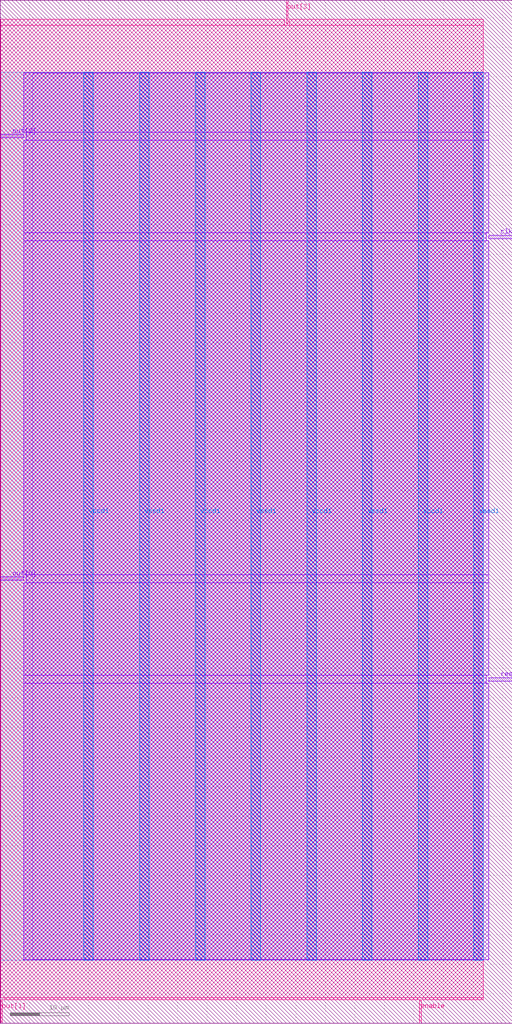
<source format=lef>
# Copyright 2020 The SkyWater PDK Authors
#
# Licensed under the Apache License, Version 2.0 (the "License");
# you may not use this file except in compliance with the License.
# You may obtain a copy of the License at
#
#     https://www.apache.org/licenses/LICENSE-2.0
#
# Unless required by applicable law or agreed to in writing, software
# distributed under the License is distributed on an "AS IS" BASIS,
# WITHOUT WARRANTIES OR CONDITIONS OF ANY KIND, either express or implied.
# See the License for the specific language governing permissions and
# limitations under the License.
#
# SPDX-License-Identifier: Apache-2.0

VERSION 5.7 ;

BUSBITCHARS "[]" ;
DIVIDERCHAR "/" ;

UNITS
  TIME NANOSECONDS 1 ;
  CAPACITANCE PICOFARADS 1 ;
  RESISTANCE OHMS 1 ;
  DATABASE MICRONS 1000 ;
END UNITS

MANUFACTURINGGRID 0.005 ;
USEMINSPACING OBS OFF ;

PROPERTYDEFINITIONS
  LAYER LEF58_TYPE STRING ;
END PROPERTYDEFINITIONS

# High density, single height
SITE unithd
  SYMMETRY Y ;
  CLASS CORE ;
  SIZE 0.46 BY 2.72 ;
END unithd

# High density, double height
SITE unithddbl
  SYMMETRY Y ;
  CLASS CORE ;
  SIZE 0.46 BY 5.44 ;
END unithddbl

LAYER nwell
  TYPE MASTERSLICE ;
  PROPERTY LEF58_TYPE "TYPE NWELL ;" ;
END nwell

LAYER pwell
  TYPE MASTERSLICE ;
  PROPERTY LEF58_TYPE "TYPE PWELL ;" ;
END pwell

LAYER li1
  TYPE ROUTING ;
  DIRECTION VERTICAL ;

  PITCH 0.46 0.34 ;
  OFFSET 0.23 0.17 ;

  WIDTH 0.17 ;          # LI 1
  # SPACING  0.17 ;     # LI 2
  SPACINGTABLE
     PARALLELRUNLENGTH 0
     WIDTH 0 0.17 ;
  AREA 0.0561 ;         # LI 6
  THICKNESS 0.1 ;
  EDGECAPACITANCE 40.697E-6 ;
  CAPACITANCE CPERSQDIST 36.9866E-6 ;
  RESISTANCE RPERSQ 17.0 ;

  ANTENNAMODEL OXIDE1 ;
  ANTENNADIFFSIDEAREARATIO PWL ( ( 0 75 ) ( 0.0125 75 ) ( 0.0225 85.125 ) ( 22.5 10200 ) ) ;
END li1

LAYER mcon
  TYPE CUT ;

  WIDTH 0.17 ;                # Mcon 1
  SPACING 0.19 ;              # Mcon 2
  ENCLOSURE BELOW 0 0 ;       # Mcon 4
  ENCLOSURE ABOVE 0.03 0.06 ; # Met1 4 / Met1 5
  RESISTANCE 23.0 ;

  ANTENNADIFFAREARATIO PWL ( ( 0 3 ) ( 0.0125 3 ) ( 0.0225 3.405 ) ( 22.5 408 ) ) ;
  DCCURRENTDENSITY AVERAGE 0.36 ; # mA per via Iavg_max at Tj = 90oC

END mcon

LAYER met1
  TYPE ROUTING ;
  DIRECTION HORIZONTAL ;

  PITCH 0.34 ;
  OFFSET 0.17 ;

  WIDTH 0.14 ;                     # Met1 1
  # SPACING 0.14 ;                 # Met1 2
  # SPACING 0.28 RANGE 3.001 100 ; # Met1 3b
  SPACINGTABLE
     PARALLELRUNLENGTH 0
     WIDTH 0 0.14
     WIDTH 3 0.28 ;
  AREA 0.083 ;                     # Met1 6
  THICKNESS 0.35 ;
  MINENCLOSEDAREA 0.14 ;

  ANTENNAMODEL OXIDE1 ;
  ANTENNADIFFSIDEAREARATIO PWL ( ( 0 400 ) ( 0.0125 400 ) ( 0.0225 2609 ) ( 22.5 11600 ) ) ;

  EDGECAPACITANCE 40.567E-6 ;
  CAPACITANCE CPERSQDIST 25.7784E-6 ;
  DCCURRENTDENSITY AVERAGE 2.8 ; # mA/um Iavg_max at Tj = 90oC
  ACCURRENTDENSITY RMS 6.1 ; # mA/um Irms_max at Tj = 90oC
  MAXIMUMDENSITY 70 ;
  DENSITYCHECKWINDOW 700 700 ;
  DENSITYCHECKSTEP 70 ;

  RESISTANCE RPERSQ 0.145 ;
END met1

LAYER via
  TYPE CUT ;
  WIDTH 0.15 ;                  # Via 1a
  SPACING 0.17 ;                # Via 2
  ENCLOSURE BELOW 0.055 0.085 ; # Via 4a / Via 5a
  ENCLOSURE ABOVE 0.055 0.085 ; # Met2 4 / Met2 5
  RESISTANCE 15.0 ;

  ANTENNADIFFAREARATIO PWL ( ( 0 6 ) ( 0.0125 6 ) ( 0.0225 6.81 ) ( 22.5 816 ) ) ;
  DCCURRENTDENSITY AVERAGE 0.29 ; # mA per via Iavg_max at Tj = 90oC
END via

LAYER met2
  TYPE ROUTING ;
  DIRECTION VERTICAL ;

  PITCH 0.46 ;
  OFFSET 0.23 ;

  WIDTH 0.14 ;                        # Met2 1
  # SPACING  0.14 ;                   # Met2 2
  # SPACING  0.28 RANGE 3.001 100 ;   # Met2 3b
  SPACINGTABLE
     PARALLELRUNLENGTH 0
     WIDTH 0 0.14
     WIDTH 3 0.28 ;
  AREA 0.0676 ;                       # Met2 6
  THICKNESS 0.35 ;
  MINENCLOSEDAREA 0.14 ;

  EDGECAPACITANCE 37.759E-6 ;
  CAPACITANCE CPERSQDIST 16.9423E-6 ;
  RESISTANCE RPERSQ 0.145 ;
  DCCURRENTDENSITY AVERAGE 2.8 ; # mA/um Iavg_max at Tj = 90oC
  ACCURRENTDENSITY RMS 6.1 ; # mA/um Irms_max at Tj = 90oC

  ANTENNAMODEL OXIDE1 ;
  ANTENNADIFFSIDEAREARATIO PWL ( ( 0 400 ) ( 0.0125 400 ) ( 0.0225 2609 ) ( 22.5 11600 ) ) ;

  MAXIMUMDENSITY 70 ;
  DENSITYCHECKWINDOW 700 700 ;
  DENSITYCHECKSTEP 70 ;
END met2

# ******** Layer via2, type routing, number 44 **************
LAYER via2
  TYPE CUT ;
  WIDTH 0.2 ;                   # Via2 1
  SPACING 0.2 ;                 # Via2 2
  ENCLOSURE BELOW 0.04 0.085 ;  # Via2 4
  ENCLOSURE ABOVE 0.065 0.065 ; # Met3 4
  RESISTANCE 8.0 ;
  ANTENNADIFFAREARATIO PWL ( ( 0 6 ) ( 0.0125 6 ) ( 0.0225 6.81 ) ( 22.5 816 ) ) ;
  DCCURRENTDENSITY AVERAGE 0.48 ; # mA per via Iavg_max at Tj = 90oC
END via2

LAYER met3
  TYPE ROUTING ;
  DIRECTION HORIZONTAL ;

  PITCH 0.68 ;
  OFFSET 0.34 ;

  WIDTH 0.3 ;              # Met3 1
  # SPACING 0.3 ;          # Met3 2
  SPACINGTABLE
     PARALLELRUNLENGTH 0
     WIDTH 0 0.3
     WIDTH 3 0.4 ;
  AREA 0.24 ;              # Met3 6
  THICKNESS 0.8 ;

  EDGECAPACITANCE 40.989E-6 ;
  CAPACITANCE CPERSQDIST 12.3729E-6 ;
  RESISTANCE RPERSQ 0.056 ;
  DCCURRENTDENSITY AVERAGE 6.8 ; # mA/um Iavg_max at Tj = 90oC
  ACCURRENTDENSITY RMS 14.9 ; # mA/um Irms_max at Tj = 90oC

  ANTENNAMODEL OXIDE1 ;
  ANTENNADIFFSIDEAREARATIO PWL ( ( 0 400 ) ( 0.0125 400 ) ( 0.0225 2609 ) ( 22.5 11600 ) ) ;

  MAXIMUMDENSITY 70 ;
  DENSITYCHECKWINDOW 700 700 ;
  DENSITYCHECKSTEP 70 ;
END met3

LAYER via3
  TYPE CUT ;
  WIDTH 0.2 ;                   # Via3 1
  SPACING 0.2 ;                 # Via3 2
  ENCLOSURE BELOW 0.06 0.09 ;   # Via3 4 / Via3 5
  ENCLOSURE ABOVE 0.065 0.065 ; # Met4 3
  RESISTANCE 8.0 ;
  ANTENNADIFFAREARATIO PWL ( ( 0 6 ) ( 0.0125 6 ) ( 0.0225 6.81 ) ( 22.5 816 ) ) ;
  DCCURRENTDENSITY AVERAGE 0.48 ; # mA per via Iavg_max at Tj = 90oC
END via3

LAYER met4
  TYPE ROUTING ;
  DIRECTION VERTICAL ;

  PITCH 0.92 ;
  OFFSET 0.46 ;

  WIDTH 0.3 ;             # Met4 1
  # SPACING  0.3 ;             # Met4 2
  SPACINGTABLE
     PARALLELRUNLENGTH 0
     WIDTH 0 0.3
     WIDTH 3 0.4 ;
  AREA 0.24 ;            # Met4 4a

  THICKNESS 0.8 ;

  EDGECAPACITANCE 36.676E-6 ;
  CAPACITANCE CPERSQDIST 8.41537E-6 ;
  RESISTANCE RPERSQ 0.056 ;
  DCCURRENTDENSITY AVERAGE 6.8 ; # mA/um Iavg_max at Tj = 90oC
  ACCURRENTDENSITY RMS 14.9 ; # mA/um Irms_max at Tj = 90oC

  ANTENNAMODEL OXIDE1 ;
  ANTENNADIFFSIDEAREARATIO PWL ( ( 0 400 ) ( 0.0125 400 ) ( 0.0225 2609 ) ( 22.5 11600 ) ) ;

  MAXIMUMDENSITY 70 ;
  DENSITYCHECKWINDOW 700 700 ;
  DENSITYCHECKSTEP 70 ;
END met4

LAYER via4
  TYPE CUT ;

  WIDTH 0.8 ;                 # Via4 1
  SPACING 0.8 ;               # Via4 2
  ENCLOSURE BELOW 0.19 0.19 ; # Via4 4
  ENCLOSURE ABOVE 0.31 0.31 ; # Met5 3
  RESISTANCE 0.891 ;
  ANTENNADIFFAREARATIO PWL ( ( 0 6 ) ( 0.0125 6 ) ( 0.0225 6.81 ) ( 22.5 816 ) ) ;
  DCCURRENTDENSITY AVERAGE 2.49 ; # mA per via Iavg_max at Tj = 90oC
END via4

LAYER met5
  TYPE ROUTING ;
  DIRECTION HORIZONTAL ;

  PITCH 3.4 ;
  OFFSET 1.7 ;

  WIDTH 1.6 ;            # Met5 1
  #SPACING  1.6 ;        # Met5 2
  SPACINGTABLE
     PARALLELRUNLENGTH 0
     WIDTH 0 1.6 ;
  AREA 4 ;               # Met5 4

  THICKNESS 1.2 ;

  EDGECAPACITANCE 38.851E-6 ;
  CAPACITANCE CPERSQDIST 6.32063E-6 ;
  RESISTANCE RPERSQ 0.0358 ;
  DCCURRENTDENSITY AVERAGE 10.17 ; # mA/um Iavg_max at Tj = 90oC
  ACCURRENTDENSITY RMS 22.34 ; # mA/um Irms_max at Tj = 90oC

  ANTENNAMODEL OXIDE1 ;
  ANTENNADIFFSIDEAREARATIO PWL ( ( 0 400 ) ( 0.0125 400 ) ( 0.0225 2609 ) ( 22.5 11600 ) ) ;
END met5


### Routing via cells section   ###
# Plus via rule, metals are along the prefered direction
VIA L1M1_PR DEFAULT
  LAYER mcon ;
  RECT -0.085 -0.085 0.085 0.085 ;
  LAYER li1 ;
  RECT -0.085 -0.085 0.085 0.085 ;
  LAYER met1 ;
  RECT -0.145 -0.115 0.145 0.115 ;
END L1M1_PR

VIARULE L1M1_PR GENERATE
  LAYER li1 ;
  ENCLOSURE 0 0 ;
  LAYER met1 ;
  ENCLOSURE 0.06 0.03 ;
  LAYER mcon ;
  RECT -0.085 -0.085 0.085 0.085 ;
  SPACING 0.36 BY 0.36 ;
END L1M1_PR

# Plus via rule, metals are along the non prefered direction
VIA L1M1_PR_R DEFAULT
  LAYER mcon ;
  RECT -0.085 -0.085 0.085 0.085 ;
  LAYER li1 ;
  RECT -0.085 -0.085 0.085 0.085 ;
  LAYER met1 ;
  RECT -0.115 -0.145 0.115 0.145 ;
END L1M1_PR_R

VIARULE L1M1_PR_R GENERATE
  LAYER li1 ;
  ENCLOSURE 0 0 ;
  LAYER met1 ;
  ENCLOSURE 0.03 0.06 ;
  LAYER mcon ;
  RECT -0.085 -0.085 0.085 0.085 ;
  SPACING 0.36 BY 0.36 ;
END L1M1_PR_R

# Minus via rule, lower layer metal is along prefered direction
VIA L1M1_PR_M DEFAULT
  LAYER mcon ;
  RECT -0.085 -0.085 0.085 0.085 ;
  LAYER li1 ;
  RECT -0.085 -0.085 0.085 0.085 ;
  LAYER met1 ;
  RECT -0.115 -0.145 0.115 0.145 ;
END L1M1_PR_M

VIARULE L1M1_PR_M GENERATE
  LAYER li1 ;
  ENCLOSURE 0 0 ;
  LAYER met1 ;
  ENCLOSURE 0.03 0.06 ;
  LAYER mcon ;
  RECT -0.085 -0.085 0.085 0.085 ;
  SPACING 0.36 BY 0.36 ;
END L1M1_PR_M

# Minus via rule, upper layer metal is along prefered direction
VIA L1M1_PR_MR DEFAULT
  LAYER mcon ;
  RECT -0.085 -0.085 0.085 0.085 ;
  LAYER li1 ;
  RECT -0.085 -0.085 0.085 0.085 ;
  LAYER met1 ;
  RECT -0.145 -0.115 0.145 0.115 ;
END L1M1_PR_MR

VIARULE L1M1_PR_MR GENERATE
  LAYER li1 ;
  ENCLOSURE 0 0 ;
  LAYER met1 ;
  ENCLOSURE 0.06 0.03 ;
  LAYER mcon ;
  RECT -0.085 -0.085 0.085 0.085 ;
  SPACING 0.36 BY 0.36 ;
END L1M1_PR_MR

# Centered via rule, we really do not want to use it
VIA L1M1_PR_C DEFAULT
  LAYER mcon ;
  RECT -0.085 -0.085 0.085 0.085 ;
  LAYER li1 ;
  RECT -0.085 -0.085 0.085 0.085 ;
  LAYER met1 ;
  RECT -0.145 -0.145 0.145 0.145 ;
END L1M1_PR_C

VIARULE L1M1_PR_C GENERATE
  LAYER li1 ;
  ENCLOSURE 0 0 ;
  LAYER met1 ;
  ENCLOSURE 0.06 0.06 ;
  LAYER mcon ;
  RECT -0.085 -0.085 0.085 0.085 ;
  SPACING 0.36 BY 0.36 ;
END L1M1_PR_C

# Plus via rule, metals are along the prefered direction
VIA M1M2_PR DEFAULT
  LAYER via ;
  RECT -0.075 -0.075 0.075 0.075 ;
  LAYER met1 ;
  RECT -0.16 -0.13 0.16 0.13 ;
  LAYER met2 ;
  RECT -0.13 -0.16 0.13 0.16 ;
END M1M2_PR

VIARULE M1M2_PR GENERATE
  LAYER met1 ;
  ENCLOSURE 0.085 0.055 ;
  LAYER met2 ;
  ENCLOSURE 0.055 0.085 ;
  LAYER via ;
  RECT -0.075 -0.075 0.075 0.075 ;
  SPACING 0.32 BY 0.32 ;
END M1M2_PR

# Plus via rule, metals are along the non prefered direction
VIA M1M2_PR_R DEFAULT
  LAYER via ;
  RECT -0.075 -0.075 0.075 0.075 ;
  LAYER met1 ;
  RECT -0.13 -0.16 0.13 0.16 ;
  LAYER met2 ;
  RECT -0.16 -0.13 0.16 0.13 ;
END M1M2_PR_R

VIARULE M1M2_PR_R GENERATE
  LAYER met1 ;
  ENCLOSURE 0.055 0.085 ;
  LAYER met2 ;
  ENCLOSURE 0.085 0.055 ;
  LAYER via ;
  RECT -0.075 -0.075 0.075 0.075 ;
  SPACING 0.32 BY 0.32 ;
END M1M2_PR_R

# Minus via rule, lower layer metal is along prefered direction
VIA M1M2_PR_M DEFAULT
  LAYER via ;
  RECT -0.075 -0.075 0.075 0.075 ;
  LAYER met1 ;
  RECT -0.16 -0.13 0.16 0.13 ;
  LAYER met2 ;
  RECT -0.16 -0.13 0.16 0.13 ;
END M1M2_PR_M

VIARULE M1M2_PR_M GENERATE
  LAYER met1 ;
  ENCLOSURE 0.085 0.055 ;
  LAYER met2 ;
  ENCLOSURE 0.085 0.055 ;
  LAYER via ;
  RECT -0.075 -0.075 0.075 0.075 ;
  SPACING 0.32 BY 0.32 ;
END M1M2_PR_M

# Minus via rule, upper layer metal is along prefered direction
VIA M1M2_PR_MR DEFAULT
  LAYER via ;
  RECT -0.075 -0.075 0.075 0.075 ;
  LAYER met1 ;
  RECT -0.13 -0.16 0.13 0.16 ;
  LAYER met2 ;
  RECT -0.13 -0.16 0.13 0.16 ;
END M1M2_PR_MR

VIARULE M1M2_PR_MR GENERATE
  LAYER met1 ;
  ENCLOSURE 0.055 0.085 ;
  LAYER met2 ;
  ENCLOSURE 0.055 0.085 ;
  LAYER via ;
  RECT -0.075 -0.075 0.075 0.075 ;
  SPACING 0.32 BY 0.32 ;
END M1M2_PR_MR

# Centered via rule, we really do not want to use it
VIA M1M2_PR_C DEFAULT
  LAYER via ;
  RECT -0.075 -0.075 0.075 0.075 ;
  LAYER met1 ;
  RECT -0.16 -0.16 0.16 0.16 ;
  LAYER met2 ;
  RECT -0.16 -0.16 0.16 0.16 ;
END M1M2_PR_C

VIARULE M1M2_PR_C GENERATE
  LAYER met1 ;
  ENCLOSURE 0.085 0.085 ;
  LAYER met2 ;
  ENCLOSURE 0.085 0.085 ;
  LAYER via ;
  RECT -0.075 -0.075 0.075 0.075 ;
  SPACING 0.32 BY 0.32 ;
END M1M2_PR_C

# Plus via rule, metals are along the prefered direction
VIA M2M3_PR DEFAULT
  LAYER via2 ;
  RECT -0.1 -0.1 0.1 0.1 ;
  LAYER met2 ;
  RECT -0.14 -0.185 0.14 0.185 ;
  LAYER met3 ;
  RECT -0.165 -0.165 0.165 0.165 ;
END M2M3_PR

VIARULE M2M3_PR GENERATE
  LAYER met2 ;
  ENCLOSURE 0.04 0.085 ;
  LAYER met3 ;
  ENCLOSURE 0.065 0.065 ;
  LAYER via2 ;
  RECT -0.1 -0.1 0.1 0.1 ;
  SPACING 0.4 BY 0.4 ;
END M2M3_PR

# Plus via rule, metals are along the non prefered direction
VIA M2M3_PR_R DEFAULT
  LAYER via2 ;
  RECT -0.1 -0.1 0.1 0.1 ;
  LAYER met2 ;
  RECT -0.185 -0.14 0.185 0.14 ;
  LAYER met3 ;
  RECT -0.165 -0.165 0.165 0.165 ;
END M2M3_PR_R

VIARULE M2M3_PR_R GENERATE
  LAYER met2 ;
  ENCLOSURE 0.085 0.04 ;
  LAYER met3 ;
  ENCLOSURE 0.065 0.065 ;
  LAYER via2 ;
  RECT -0.1 -0.1 0.1 0.1 ;
  SPACING 0.4 BY 0.4 ;
END M2M3_PR_R

# Minus via rule, lower layer metal is along prefered direction
VIA M2M3_PR_M DEFAULT
  LAYER via2 ;
  RECT -0.1 -0.1 0.1 0.1 ;
  LAYER met2 ;
  RECT -0.14 -0.185 0.14 0.185 ;
  LAYER met3 ;
  RECT -0.165 -0.165 0.165 0.165 ;
END M2M3_PR_M

VIARULE M2M3_PR_M GENERATE
  LAYER met2 ;
  ENCLOSURE 0.04 0.085 ;
  LAYER met3 ;
  ENCLOSURE 0.065 0.065 ;
  LAYER via2 ;
  RECT -0.1 -0.1 0.1 0.1 ;
  SPACING 0.4 BY 0.4 ;
END M2M3_PR_M

# Minus via rule, upper layer metal is along prefered direction
VIA M2M3_PR_MR DEFAULT
  LAYER via2 ;
  RECT -0.1 -0.1 0.1 0.1 ;
  LAYER met2 ;
  RECT -0.185 -0.14 0.185 0.14 ;
  LAYER met3 ;
  RECT -0.165 -0.165 0.165 0.165 ;
END M2M3_PR_MR

VIARULE M2M3_PR_MR GENERATE
  LAYER met2 ;
  ENCLOSURE 0.085 0.04 ;
  LAYER met3 ;
  ENCLOSURE 0.065 0.065 ;
  LAYER via2 ;
  RECT -0.1 -0.1 0.1 0.1 ;
  SPACING 0.4 BY 0.4 ;
END M2M3_PR_MR

# Centered via rule, we really do not want to use it
VIA M2M3_PR_C DEFAULT
  LAYER via2 ;
  RECT -0.1 -0.1 0.1 0.1 ;
  LAYER met2 ;
  RECT -0.185 -0.185 0.185 0.185 ;
  LAYER met3 ;
  RECT -0.165 -0.165 0.165 0.165 ;
END M2M3_PR_C

VIARULE M2M3_PR_C GENERATE
  LAYER met2 ;
  ENCLOSURE 0.085 0.085 ;
  LAYER met3 ;
  ENCLOSURE 0.065 0.065 ;
  LAYER via2 ;
  RECT -0.1 -0.1 0.1 0.1 ;
  SPACING 0.4 BY 0.4 ;
END M2M3_PR_C

# Plus via rule, metals are along the prefered direction
VIA M3M4_PR DEFAULT
  LAYER via3 ;
  RECT -0.1 -0.1 0.1 0.1 ;
  LAYER met3 ;
  RECT -0.19 -0.16 0.19 0.16 ;
  LAYER met4 ;
  RECT -0.165 -0.165 0.165 0.165 ;
END M3M4_PR

VIARULE M3M4_PR GENERATE
  LAYER met3 ;
  ENCLOSURE 0.09 0.06 ;
  LAYER met4 ;
  ENCLOSURE 0.065 0.065 ;
  LAYER via3 ;
  RECT -0.1 -0.1 0.1 0.1 ;
  SPACING 0.4 BY 0.4 ;
END M3M4_PR

# Plus via rule, metals are along the non prefered direction
VIA M3M4_PR_R DEFAULT
  LAYER via3 ;
  RECT -0.1 -0.1 0.1 0.1 ;
  LAYER met3 ;
  RECT -0.16 -0.19 0.16 0.19 ;
  LAYER met4 ;
  RECT -0.165 -0.165 0.165 0.165 ;
END M3M4_PR_R

VIARULE M3M4_PR_R GENERATE
  LAYER met3 ;
  ENCLOSURE 0.06 0.09 ;
  LAYER met4 ;
  ENCLOSURE 0.065 0.065 ;
  LAYER via3 ;
  RECT -0.1 -0.1 0.1 0.1 ;
  SPACING 0.4 BY 0.4 ;
END M3M4_PR_R

# Minus via rule, lower layer metal is along prefered direction
VIA M3M4_PR_M DEFAULT
  LAYER via3 ;
  RECT -0.1 -0.1 0.1 0.1 ;
  LAYER met3 ;
  RECT -0.19 -0.16 0.19 0.16 ;
  LAYER met4 ;
  RECT -0.165 -0.165 0.165 0.165 ;
END M3M4_PR_M

VIARULE M3M4_PR_M GENERATE
  LAYER met3 ;
  ENCLOSURE 0.09 0.06 ;
  LAYER met4 ;
  ENCLOSURE 0.065 0.065 ;
  LAYER via3 ;
  RECT -0.1 -0.1 0.1 0.1 ;
  SPACING 0.4 BY 0.4 ;
END M3M4_PR_M

# Minus via rule, upper layer metal is along prefered direction
VIA M3M4_PR_MR DEFAULT
  LAYER via3 ;
  RECT -0.1 -0.1 0.1 0.1 ;
  LAYER met3 ;
  RECT -0.16 -0.19 0.16 0.19 ;
  LAYER met4 ;
  RECT -0.165 -0.165 0.165 0.165 ;
END M3M4_PR_MR

VIARULE M3M4_PR_MR GENERATE
  LAYER met3 ;
  ENCLOSURE 0.06 0.09 ;
  LAYER met4 ;
  ENCLOSURE 0.065 0.065 ;
  LAYER via3 ;
  RECT -0.1 -0.1 0.1 0.1 ;
  SPACING 0.4 BY 0.4 ;
END M3M4_PR_MR

# Centered via rule, we really do not want to use it
VIA M3M4_PR_C DEFAULT
  LAYER via3 ;
  RECT -0.1 -0.1 0.1 0.1 ;
  LAYER met3 ;
  RECT -0.19 -0.19 0.19 0.19 ;
  LAYER met4 ;
  RECT -0.165 -0.165 0.165 0.165 ;
END M3M4_PR_C

VIARULE M3M4_PR_C GENERATE
  LAYER met3 ;
  ENCLOSURE 0.09 0.09 ;
  LAYER met4 ;
  ENCLOSURE 0.065 0.065 ;
  LAYER via3 ;
  RECT -0.1 -0.1 0.1 0.1 ;
  SPACING 0.4 BY 0.4 ;
END M3M4_PR_C

# Plus via rule, metals are along the prefered direction
VIA M4M5_PR DEFAULT
  LAYER via4 ;
  RECT -0.4 -0.4 0.4 0.4 ;
  LAYER met4 ;
  RECT -0.59 -0.59 0.59 0.59 ;
  LAYER met5 ;
  RECT -0.71 -0.71 0.71 0.71 ;
END M4M5_PR

VIARULE M4M5_PR GENERATE
  LAYER met4 ;
  ENCLOSURE 0.19 0.19 ;
  LAYER met5 ;
  ENCLOSURE 0.31 0.31 ;
  LAYER via4 ;
  RECT -0.4 -0.4 0.4 0.4 ;
  SPACING 1.6 BY 1.6 ;
END M4M5_PR

# Plus via rule, metals are along the non prefered direction
VIA M4M5_PR_R DEFAULT
  LAYER via4 ;
  RECT -0.4 -0.4 0.4 0.4 ;
  LAYER met4 ;
  RECT -0.59 -0.59 0.59 0.59 ;
  LAYER met5 ;
  RECT -0.71 -0.71 0.71 0.71 ;
END M4M5_PR_R

VIARULE M4M5_PR_R GENERATE
  LAYER met4 ;
  ENCLOSURE 0.19 0.19 ;
  LAYER met5 ;
  ENCLOSURE 0.31 0.31 ;
  LAYER via4 ;
  RECT -0.4 -0.4 0.4 0.4 ;
  SPACING 1.6 BY 1.6 ;
END M4M5_PR_R

# Minus via rule, lower layer metal is along prefered direction
VIA M4M5_PR_M DEFAULT
  LAYER via4 ;
  RECT -0.4 -0.4 0.4 0.4 ;
  LAYER met4 ;
  RECT -0.59 -0.59 0.59 0.59 ;
  LAYER met5 ;
  RECT -0.71 -0.71 0.71 0.71 ;
END M4M5_PR_M

VIARULE M4M5_PR_M GENERATE
  LAYER met4 ;
  ENCLOSURE 0.19 0.19 ;
  LAYER met5 ;
  ENCLOSURE 0.31 0.31 ;
  LAYER via4 ;
  RECT -0.4 -0.4 0.4 0.4 ;
  SPACING 1.6 BY 1.6 ;
END M4M5_PR_M

# Minus via rule, upper layer metal is along prefered direction
VIA M4M5_PR_MR DEFAULT
  LAYER via4 ;
  RECT -0.4 -0.4 0.4 0.4 ;
  LAYER met4 ;
  RECT -0.59 -0.59 0.59 0.59 ;
  LAYER met5 ;
  RECT -0.71 -0.71 0.71 0.71 ;
END M4M5_PR_MR

VIARULE M4M5_PR_MR GENERATE
  LAYER met4 ;
  ENCLOSURE 0.19 0.19 ;
  LAYER met5 ;
  ENCLOSURE 0.31 0.31 ;
  LAYER via4 ;
  RECT -0.4 -0.4 0.4 0.4 ;
  SPACING 1.6 BY 1.6 ;
END M4M5_PR_MR

# Centered via rule, we really do not want to use it
VIA M4M5_PR_C DEFAULT
  LAYER via4 ;
  RECT -0.4 -0.4 0.4 0.4 ;
  LAYER met4 ;
  RECT -0.59 -0.59 0.59 0.59 ;
  LAYER met5 ;
  RECT -0.71 -0.71 0.71 0.71 ;
END M4M5_PR_C

VIARULE M4M5_PR_C GENERATE
  LAYER met4 ;
  ENCLOSURE 0.19 0.19 ;
  LAYER met5 ;
  ENCLOSURE 0.31 0.31 ;
  LAYER via4 ;
  RECT -0.4 -0.4 0.4 0.4 ;
  SPACING 1.6 BY 1.6 ;
END M4M5_PR_C
###  end of single via cells   ###


MACRO sky130_ef_sc_hd__decap_12
  CLASS BLOCK ;
  FOREIGN sky130_ef_sc_hd__decap_12 ;
  ORIGIN 0.000 0.000 ;
  SIZE 5.520 BY 2.720 ;
  PIN VGND
    DIRECTION INPUT ;
    USE GROUND ;
    PORT
      LAYER met1 ;
        RECT 0.000 -0.240 5.520 0.240 ;
    END
  END VGND
  PIN VPWR
    DIRECTION INPUT ;
    USE POWER ;
    PORT
      LAYER met1 ;
        RECT 0.000 2.480 5.520 2.960 ;
    END
  END VPWR
  PIN VPB
    DIRECTION INPUT ;
    USE POWER ;
    PORT
      LAYER nwell ;
        RECT -0.190 1.305 5.710 2.910 ;
    END
  END VPB
  PIN VNB
    DIRECTION INPUT ;
    USE GROUND ;
    PORT
      LAYER pwell ;
        RECT 0.005 0.105 5.515 0.915 ;
        RECT 0.145 -0.085 0.315 0.105 ;
    END
  END VNB
  OBS
      LAYER li1 ;
        RECT 0.000 2.635 5.520 2.805 ;
        RECT 0.085 2.200 5.430 2.635 ;
        RECT 1.670 0.630 2.010 1.460 ;
        RECT 3.490 0.950 3.840 2.200 ;
        RECT 0.085 0.085 5.430 0.630 ;
        RECT 0.000 -0.085 5.520 0.085 ;
      LAYER mcon ;
        RECT 0.145 2.635 0.315 2.805 ;
        RECT 0.605 2.635 0.775 2.805 ;
        RECT 1.065 2.635 1.235 2.805 ;
        RECT 1.525 2.635 1.695 2.805 ;
        RECT 1.985 2.635 2.155 2.805 ;
        RECT 2.445 2.635 2.615 2.805 ;
        RECT 2.905 2.635 3.075 2.805 ;
        RECT 3.365 2.635 3.535 2.805 ;
        RECT 3.825 2.635 3.995 2.805 ;
        RECT 4.285 2.635 4.455 2.805 ;
        RECT 4.745 2.635 4.915 2.805 ;
        RECT 5.205 2.635 5.375 2.805 ;
        RECT 0.145 -0.085 0.315 0.085 ;
        RECT 0.605 -0.085 0.775 0.085 ;
        RECT 1.065 -0.085 1.235 0.085 ;
        RECT 1.525 -0.085 1.695 0.085 ;
        RECT 1.985 -0.085 2.155 0.085 ;
        RECT 2.445 -0.085 2.615 0.085 ;
        RECT 2.905 -0.085 3.075 0.085 ;
        RECT 3.365 -0.085 3.535 0.085 ;
        RECT 3.825 -0.085 3.995 0.085 ;
        RECT 4.285 -0.085 4.455 0.085 ;
        RECT 4.745 -0.085 4.915 0.085 ;
        RECT 5.205 -0.085 5.375 0.085 ;
  END
END sky130_ef_sc_hd__decap_12
MACRO sky130_ef_sc_hd__fakediode_2
  CLASS CORE SPACER ;
  FOREIGN sky130_ef_sc_hd__fakediode_2 ;
  ORIGIN 0.000 0.000 ;
  SIZE 0.920 BY 2.720 ;
  SYMMETRY X Y R90 ;
  SITE unithd ;
  PIN DIODE
    DIRECTION INPUT ;
    USE SIGNAL ;
    PORT
      LAYER li1 ;
        RECT 0.085 0.255 0.835 2.465 ;
    END
  END DIODE
  PIN VGND
    DIRECTION INOUT ;
    USE GROUND ;
    SHAPE ABUTMENT ;
    PORT
      LAYER met1 ;
        RECT 0.000 -0.240 0.920 0.240 ;
    END
  END VGND
  PIN VPWR
    DIRECTION INOUT ;
    USE POWER ;
    SHAPE ABUTMENT ;
    PORT
      LAYER met1 ;
        RECT 0.000 2.480 0.920 2.960 ;
    END
  END VPWR
  PIN VPB
    DIRECTION INOUT ;
    USE POWER ;
    PORT
      LAYER nwell ;
        RECT -0.190 1.305 1.110 2.910 ;
    END
  END VPB
  PIN VNB
    DIRECTION INOUT ;
    USE GROUND ;
    PORT
      LAYER pwell ;
        RECT 0.025 0.065 0.915 1.015 ;
        RECT 0.145 -0.085 0.315 0.065 ;
    END
  END VNB
  OBS
      LAYER li1 ;
        RECT 0.000 2.635 0.920 2.805 ;
        RECT 0.000 -0.085 0.920 0.085 ;
      LAYER mcon ;
        RECT 0.145 2.635 0.315 2.805 ;
        RECT 0.605 2.635 0.775 2.805 ;
        RECT 0.145 -0.085 0.315 0.085 ;
        RECT 0.605 -0.085 0.775 0.085 ;
  END
END sky130_ef_sc_hd__fakediode_2
MACRO sky130_ef_sc_hd__fill_8
  CLASS CORE SPACER ;
  FOREIGN sky130_ef_sc_hd__fill_8 ;
  ORIGIN 0.000 0.000 ;
  SIZE 3.680 BY 2.720 ;
  SYMMETRY X Y R90 ;
  SITE unithd ;
  PIN VGND
    DIRECTION INOUT ;
    USE GROUND ;
    SHAPE ABUTMENT ;
    PORT
      LAYER met1 ;
        RECT 0.000 -0.240 3.680 0.240 ;
    END
  END VGND
  PIN VPWR
    DIRECTION INOUT ;
    USE POWER ;
    SHAPE ABUTMENT ;
    PORT
      LAYER met1 ;
        RECT 0.000 2.480 3.680 2.960 ;
    END
  END VPWR
  PIN VPB
    PORT
      LAYER nwell ;
        RECT -0.190 1.305 3.870 2.910 ;
    END
  END VPB
  PIN VNB
    PORT
      LAYER pwell ;
        RECT 0.025 0.065 3.655 1.015 ;
        RECT 0.130 -0.120 0.350 0.065 ;
    END
  END VNB
  OBS
      LAYER li1 ;
        RECT 0.000 2.635 3.680 2.805 ;
        RECT 0.000 -0.085 3.680 0.085 ;
      LAYER mcon ;
        RECT 0.145 2.635 0.315 2.805 ;
        RECT 0.605 2.635 0.775 2.805 ;
        RECT 1.065 2.635 1.235 2.805 ;
        RECT 1.525 2.635 1.695 2.805 ;
        RECT 1.985 2.635 2.155 2.805 ;
        RECT 2.445 2.635 2.615 2.805 ;
        RECT 2.905 2.635 3.075 2.805 ;
        RECT 3.365 2.635 3.535 2.805 ;
        RECT 0.145 -0.085 0.315 0.085 ;
        RECT 0.605 -0.085 0.775 0.085 ;
        RECT 1.065 -0.085 1.235 0.085 ;
        RECT 1.525 -0.085 1.695 0.085 ;
        RECT 1.985 -0.085 2.155 0.085 ;
        RECT 2.445 -0.085 2.615 0.085 ;
        RECT 2.905 -0.085 3.075 0.085 ;
        RECT 3.365 -0.085 3.535 0.085 ;
  END
END sky130_ef_sc_hd__fill_8
MACRO sky130_ef_sc_hd__fill_12
  CLASS CORE ;
  FOREIGN sky130_ef_sc_hd__fill_12 ;
  ORIGIN 0.000 0.000 ;
  SIZE 5.520 BY 2.720 ;
  SYMMETRY X Y R90 ;
  SITE unithd ;
  PIN VPWR
    USE POWER ;
    PORT
      LAYER met1 ;
        RECT 0.000 2.480 5.520 2.960 ;
    END
  END VPWR
  PIN VGND
    USE GROUND ;
    PORT
      LAYER met1 ;
        RECT 0.000 -0.240 5.520 0.240 ;
    END
  END VGND
  PIN VPB
    PORT
      LAYER nwell ;
        RECT -0.190 1.305 2.950 2.910 ;
    END
  END VPB
  PIN VNB
    PORT
      LAYER pwell ;
        RECT 0.005 0.105 2.755 0.915 ;
        RECT 0.145 -0.085 0.315 0.105 ;
    END
  END VNB
  OBS
      LAYER li1 ;
        RECT 0.000 2.635 5.520 2.805 ;
        RECT 0.085 1.545 2.675 2.635 ;
        RECT 0.085 0.855 1.295 1.375 ;
        RECT 1.465 1.025 2.675 1.545 ;
        RECT 0.085 0.085 2.675 0.855 ;
        RECT 0.000 -0.085 5.520 0.085 ;
      LAYER mcon ;
        RECT 0.145 2.635 0.315 2.805 ;
        RECT 0.605 2.635 0.775 2.805 ;
        RECT 1.065 2.635 1.235 2.805 ;
        RECT 1.525 2.635 1.695 2.805 ;
        RECT 1.985 2.635 2.155 2.805 ;
        RECT 2.445 2.635 2.615 2.805 ;
        RECT 2.905 2.635 3.075 2.805 ;
        RECT 3.365 2.635 3.535 2.805 ;
        RECT 3.825 2.635 3.995 2.805 ;
        RECT 4.285 2.635 4.455 2.805 ;
        RECT 4.745 2.635 4.915 2.805 ;
        RECT 5.205 2.635 5.375 2.805 ;
        RECT 0.145 -0.085 0.315 0.085 ;
        RECT 0.605 -0.085 0.775 0.085 ;
        RECT 1.065 -0.085 1.235 0.085 ;
        RECT 1.525 -0.085 1.695 0.085 ;
        RECT 1.985 -0.085 2.155 0.085 ;
        RECT 2.445 -0.085 2.615 0.085 ;
        RECT 2.905 -0.085 3.075 0.085 ;
        RECT 3.365 -0.085 3.535 0.085 ;
        RECT 3.825 -0.085 3.995 0.085 ;
        RECT 4.285 -0.085 4.455 0.085 ;
        RECT 4.745 -0.085 4.915 0.085 ;
        RECT 5.205 -0.085 5.375 0.085 ;
  END
END sky130_ef_sc_hd__fill_12
MACRO sky130_fd_sc_hd__a2bb2o_1
  CLASS CORE ;
  FOREIGN sky130_fd_sc_hd__a2bb2o_1 ;
  ORIGIN 0.000 0.000 ;
  SIZE 3.680 BY 2.720 ;
  SYMMETRY X Y R90 ;
  SITE unithd ;
  PIN A1_N
    DIRECTION INPUT ;
    USE SIGNAL ;
    ANTENNAGATEAREA 0.126000 ;
    PORT
      LAYER li1 ;
        RECT 0.910 0.995 1.240 1.615 ;
    END
  END A1_N
  PIN A2_N
    DIRECTION INPUT ;
    USE SIGNAL ;
    ANTENNAGATEAREA 0.126000 ;
    PORT
      LAYER li1 ;
        RECT 1.410 0.995 1.700 1.375 ;
    END
  END A2_N
  PIN B1
    DIRECTION INPUT ;
    USE SIGNAL ;
    ANTENNAGATEAREA 0.126000 ;
    PORT
      LAYER li1 ;
        RECT 3.280 0.765 3.540 1.655 ;
    END
  END B1
  PIN B2
    DIRECTION INPUT ;
    USE SIGNAL ;
    ANTENNAGATEAREA 0.126000 ;
    PORT
      LAYER li1 ;
        RECT 2.600 1.355 3.080 1.655 ;
        RECT 2.820 0.765 3.080 1.355 ;
    END
  END B2
  PIN VGND
    DIRECTION INOUT ;
    USE GROUND ;
    SHAPE ABUTMENT ;
    PORT
      LAYER met1 ;
        RECT 0.000 -0.240 3.680 0.240 ;
    END
  END VGND
  PIN VNB
    DIRECTION INOUT ;
    USE GROUND ;
    PORT
      LAYER pwell ;
        RECT 0.005 0.785 0.925 1.015 ;
        RECT 0.005 0.105 3.590 0.785 ;
        RECT 0.150 -0.085 0.320 0.105 ;
    END
  END VNB
  PIN VPB
    DIRECTION INOUT ;
    USE POWER ;
    PORT
      LAYER nwell ;
        RECT -0.190 1.305 3.870 2.910 ;
    END
  END VPB
  PIN VPWR
    DIRECTION INOUT ;
    USE POWER ;
    SHAPE ABUTMENT ;
    PORT
      LAYER met1 ;
        RECT 0.000 2.480 3.680 2.960 ;
    END
  END VPWR
  PIN X
    DIRECTION OUTPUT ;
    USE SIGNAL ;
    ANTENNADIFFAREA 0.429000 ;
    PORT
      LAYER li1 ;
        RECT 0.085 1.525 0.345 2.465 ;
        RECT 0.085 0.810 0.260 1.525 ;
        RECT 0.085 0.255 0.345 0.810 ;
    END
  END X
  OBS
      LAYER li1 ;
        RECT 0.000 2.635 3.680 2.805 ;
        RECT 0.515 2.235 0.845 2.635 ;
        RECT 1.990 2.370 2.245 2.465 ;
        RECT 1.105 2.200 2.245 2.370 ;
        RECT 2.415 2.255 2.745 2.425 ;
        RECT 1.105 1.975 1.275 2.200 ;
        RECT 0.515 1.805 1.275 1.975 ;
        RECT 1.990 2.065 2.245 2.200 ;
        RECT 0.515 1.325 0.685 1.805 ;
        RECT 1.540 1.715 1.710 1.905 ;
        RECT 1.990 1.895 2.400 2.065 ;
        RECT 1.540 1.545 2.060 1.715 ;
        RECT 0.430 0.995 0.685 1.325 ;
        RECT 1.890 0.825 2.060 1.545 ;
        RECT 1.180 0.655 2.060 0.825 ;
        RECT 2.230 0.870 2.400 1.895 ;
        RECT 2.575 2.005 2.745 2.255 ;
        RECT 2.915 2.175 3.165 2.635 ;
        RECT 3.335 2.005 3.515 2.465 ;
        RECT 2.575 1.835 3.515 2.005 ;
        RECT 2.230 0.700 2.580 0.870 ;
        RECT 0.515 0.085 0.945 0.530 ;
        RECT 1.180 0.255 1.350 0.655 ;
        RECT 1.520 0.085 2.240 0.485 ;
        RECT 2.410 0.255 2.580 0.700 ;
        RECT 3.155 0.085 3.555 0.595 ;
        RECT 0.000 -0.085 3.680 0.085 ;
      LAYER mcon ;
        RECT 0.145 2.635 0.315 2.805 ;
        RECT 0.605 2.635 0.775 2.805 ;
        RECT 1.065 2.635 1.235 2.805 ;
        RECT 1.525 2.635 1.695 2.805 ;
        RECT 1.985 2.635 2.155 2.805 ;
        RECT 2.445 2.635 2.615 2.805 ;
        RECT 2.905 2.635 3.075 2.805 ;
        RECT 3.365 2.635 3.535 2.805 ;
        RECT 0.145 -0.085 0.315 0.085 ;
        RECT 0.605 -0.085 0.775 0.085 ;
        RECT 1.065 -0.085 1.235 0.085 ;
        RECT 1.525 -0.085 1.695 0.085 ;
        RECT 1.985 -0.085 2.155 0.085 ;
        RECT 2.445 -0.085 2.615 0.085 ;
        RECT 2.905 -0.085 3.075 0.085 ;
        RECT 3.365 -0.085 3.535 0.085 ;
  END
END sky130_fd_sc_hd__a2bb2o_1
MACRO sky130_fd_sc_hd__a2bb2o_2
  CLASS CORE ;
  FOREIGN sky130_fd_sc_hd__a2bb2o_2 ;
  ORIGIN 0.000 0.000 ;
  SIZE 4.140 BY 2.720 ;
  SYMMETRY X Y R90 ;
  SITE unithd ;
  PIN A1_N
    DIRECTION INPUT ;
    USE SIGNAL ;
    ANTENNAGATEAREA 0.159000 ;
    PORT
      LAYER li1 ;
        RECT 1.345 0.995 1.675 1.615 ;
    END
  END A1_N
  PIN A2_N
    DIRECTION INPUT ;
    USE SIGNAL ;
    ANTENNAGATEAREA 0.159000 ;
    PORT
      LAYER li1 ;
        RECT 1.845 0.995 2.135 1.375 ;
    END
  END A2_N
  PIN B1
    DIRECTION INPUT ;
    USE SIGNAL ;
    ANTENNAGATEAREA 0.159000 ;
    PORT
      LAYER li1 ;
        RECT 3.730 0.765 3.990 1.655 ;
    END
  END B1
  PIN B2
    DIRECTION INPUT ;
    USE SIGNAL ;
    ANTENNAGATEAREA 0.159000 ;
    PORT
      LAYER li1 ;
        RECT 3.050 1.355 3.530 1.655 ;
        RECT 3.270 0.765 3.530 1.355 ;
    END
  END B2
  PIN VGND
    DIRECTION INOUT ;
    USE GROUND ;
    SHAPE ABUTMENT ;
    PORT
      LAYER met1 ;
        RECT 0.000 -0.240 4.140 0.240 ;
    END
  END VGND
  PIN VNB
    DIRECTION INOUT ;
    USE GROUND ;
    PORT
      LAYER pwell ;
        RECT 0.015 0.785 1.360 1.015 ;
        RECT 0.015 0.105 4.040 0.785 ;
        RECT 0.125 -0.085 0.295 0.105 ;
    END
  END VNB
  PIN VPB
    DIRECTION INOUT ;
    USE POWER ;
    PORT
      LAYER nwell ;
        RECT -0.190 1.305 4.330 2.910 ;
    END
  END VPB
  PIN VPWR
    DIRECTION INOUT ;
    USE POWER ;
    SHAPE ABUTMENT ;
    PORT
      LAYER met1 ;
        RECT 0.000 2.480 4.140 2.960 ;
    END
  END VPWR
  PIN X
    DIRECTION OUTPUT ;
    USE SIGNAL ;
    ANTENNADIFFAREA 0.445500 ;
    PORT
      LAYER li1 ;
        RECT 0.525 1.525 0.780 2.465 ;
        RECT 0.525 0.810 0.695 1.525 ;
        RECT 0.525 0.255 0.780 0.810 ;
    END
  END X
  OBS
      LAYER li1 ;
        RECT 0.000 2.635 4.140 2.805 ;
        RECT 0.185 1.445 0.355 2.635 ;
        RECT 0.950 2.235 1.280 2.635 ;
        RECT 2.500 2.370 2.670 2.465 ;
        RECT 1.540 2.200 2.670 2.370 ;
        RECT 2.875 2.255 3.205 2.425 ;
        RECT 1.540 1.975 1.710 2.200 ;
        RECT 0.950 1.805 1.710 1.975 ;
        RECT 2.440 2.065 2.670 2.200 ;
        RECT 0.950 1.325 1.120 1.805 ;
        RECT 1.975 1.715 2.145 1.905 ;
        RECT 2.440 1.895 2.850 2.065 ;
        RECT 1.975 1.545 2.510 1.715 ;
        RECT 0.865 0.995 1.120 1.325 ;
        RECT 0.185 0.085 0.355 0.930 ;
        RECT 2.340 0.825 2.510 1.545 ;
        RECT 1.615 0.655 2.510 0.825 ;
        RECT 2.680 0.870 2.850 1.895 ;
        RECT 3.035 2.005 3.205 2.255 ;
        RECT 3.375 2.175 3.625 2.635 ;
        RECT 3.795 2.005 3.965 2.465 ;
        RECT 3.035 1.835 3.965 2.005 ;
        RECT 2.680 0.700 3.030 0.870 ;
        RECT 0.950 0.085 1.380 0.530 ;
        RECT 1.615 0.255 1.785 0.655 ;
        RECT 1.955 0.085 2.690 0.485 ;
        RECT 2.860 0.255 3.030 0.700 ;
        RECT 3.605 0.085 4.005 0.595 ;
        RECT 0.000 -0.085 4.140 0.085 ;
      LAYER mcon ;
        RECT 0.145 2.635 0.315 2.805 ;
        RECT 0.605 2.635 0.775 2.805 ;
        RECT 1.065 2.635 1.235 2.805 ;
        RECT 1.525 2.635 1.695 2.805 ;
        RECT 1.985 2.635 2.155 2.805 ;
        RECT 2.445 2.635 2.615 2.805 ;
        RECT 2.905 2.635 3.075 2.805 ;
        RECT 3.365 2.635 3.535 2.805 ;
        RECT 3.825 2.635 3.995 2.805 ;
        RECT 0.145 -0.085 0.315 0.085 ;
        RECT 0.605 -0.085 0.775 0.085 ;
        RECT 1.065 -0.085 1.235 0.085 ;
        RECT 1.525 -0.085 1.695 0.085 ;
        RECT 1.985 -0.085 2.155 0.085 ;
        RECT 2.445 -0.085 2.615 0.085 ;
        RECT 2.905 -0.085 3.075 0.085 ;
        RECT 3.365 -0.085 3.535 0.085 ;
        RECT 3.825 -0.085 3.995 0.085 ;
  END
END sky130_fd_sc_hd__a2bb2o_2
MACRO sky130_fd_sc_hd__a2bb2o_4
  CLASS CORE ;
  FOREIGN sky130_fd_sc_hd__a2bb2o_4 ;
  ORIGIN 0.000 0.000 ;
  SIZE 7.360 BY 2.720 ;
  SYMMETRY X Y R90 ;
  SITE unithd ;
  PIN A1_N
    DIRECTION INPUT ;
    USE SIGNAL ;
    ANTENNAGATEAREA 0.495000 ;
    PORT
      LAYER li1 ;
        RECT 3.475 1.445 4.965 1.615 ;
        RECT 3.475 1.325 3.645 1.445 ;
        RECT 3.315 1.075 3.645 1.325 ;
        RECT 4.605 1.075 4.965 1.445 ;
    END
  END A1_N
  PIN A2_N
    DIRECTION INPUT ;
    USE SIGNAL ;
    ANTENNAGATEAREA 0.495000 ;
    PORT
      LAYER li1 ;
        RECT 3.815 1.075 4.435 1.275 ;
    END
  END A2_N
  PIN B1
    DIRECTION INPUT ;
    USE SIGNAL ;
    ANTENNAGATEAREA 0.495000 ;
    PORT
      LAYER li1 ;
        RECT 0.085 1.445 1.685 1.615 ;
        RECT 0.085 1.075 0.575 1.445 ;
        RECT 1.515 1.245 1.685 1.445 ;
        RECT 1.515 1.075 1.895 1.245 ;
    END
  END B1
  PIN B2
    DIRECTION INPUT ;
    USE SIGNAL ;
    ANTENNAGATEAREA 0.495000 ;
    PORT
      LAYER li1 ;
        RECT 0.805 1.075 1.345 1.275 ;
    END
  END B2
  PIN VGND
    DIRECTION INOUT ;
    USE GROUND ;
    SHAPE ABUTMENT ;
    PORT
      LAYER met1 ;
        RECT 0.000 -0.240 7.360 0.240 ;
    END
  END VGND
  PIN VNB
    DIRECTION INOUT ;
    USE GROUND ;
    PORT
      LAYER pwell ;
        RECT 0.005 0.105 6.915 1.015 ;
        RECT 0.150 -0.085 0.320 0.105 ;
    END
  END VNB
  PIN VPB
    DIRECTION INOUT ;
    USE POWER ;
    PORT
      LAYER nwell ;
        RECT -0.190 1.305 7.550 2.910 ;
    END
  END VPB
  PIN VPWR
    DIRECTION INOUT ;
    USE POWER ;
    SHAPE ABUTMENT ;
    PORT
      LAYER met1 ;
        RECT 0.000 2.480 7.360 2.960 ;
    END
  END VPWR
  PIN X
    DIRECTION OUTPUT ;
    USE SIGNAL ;
    ANTENNADIFFAREA 0.891000 ;
    PORT
      LAYER li1 ;
        RECT 5.275 1.955 5.525 2.465 ;
        RECT 6.115 1.955 6.365 2.465 ;
        RECT 5.275 1.785 6.365 1.955 ;
        RECT 6.115 1.655 6.365 1.785 ;
        RECT 6.115 1.415 6.920 1.655 ;
        RECT 6.610 0.905 6.920 1.415 ;
        RECT 5.235 0.725 6.920 0.905 ;
        RECT 5.235 0.275 5.565 0.725 ;
        RECT 6.075 0.275 6.405 0.725 ;
    END
  END X
  OBS
      LAYER li1 ;
        RECT 0.000 2.635 7.360 2.805 ;
        RECT 0.135 1.955 0.385 2.465 ;
        RECT 0.555 2.125 0.805 2.635 ;
        RECT 0.975 1.955 1.225 2.465 ;
        RECT 1.395 2.125 1.645 2.635 ;
        RECT 1.815 2.295 2.905 2.465 ;
        RECT 1.815 1.955 2.065 2.295 ;
        RECT 2.655 2.135 2.905 2.295 ;
        RECT 3.175 2.135 3.425 2.635 ;
        RECT 3.595 2.295 4.685 2.465 ;
        RECT 3.595 2.135 3.845 2.295 ;
        RECT 0.135 1.785 2.065 1.955 ;
        RECT 1.855 1.455 2.065 1.785 ;
        RECT 2.235 1.965 2.485 2.125 ;
        RECT 4.015 1.965 4.265 2.125 ;
        RECT 2.235 1.415 2.620 1.965 ;
        RECT 3.135 1.785 4.265 1.965 ;
        RECT 4.435 1.785 4.685 2.295 ;
        RECT 4.855 1.795 5.105 2.635 ;
        RECT 5.695 2.165 5.945 2.635 ;
        RECT 6.535 1.825 6.785 2.635 ;
        RECT 3.135 1.665 3.305 1.785 ;
        RECT 2.955 1.495 3.305 1.665 ;
        RECT 2.235 0.905 2.445 1.415 ;
        RECT 2.955 1.245 3.145 1.495 ;
        RECT 2.615 1.075 3.145 1.245 ;
        RECT 5.135 1.245 5.460 1.615 ;
        RECT 5.135 1.075 6.440 1.245 ;
        RECT 2.955 0.905 3.145 1.075 ;
        RECT 0.175 0.085 0.345 0.895 ;
        RECT 0.515 0.475 0.765 0.905 ;
        RECT 0.935 0.735 2.525 0.905 ;
        RECT 0.935 0.645 1.270 0.735 ;
        RECT 0.515 0.255 1.685 0.475 ;
        RECT 1.855 0.085 2.025 0.555 ;
        RECT 2.195 0.255 2.525 0.735 ;
        RECT 2.955 0.725 4.725 0.905 ;
        RECT 2.695 0.085 3.385 0.555 ;
        RECT 3.555 0.255 3.885 0.725 ;
        RECT 4.055 0.085 4.225 0.555 ;
        RECT 4.395 0.255 4.725 0.725 ;
        RECT 4.895 0.085 5.065 0.895 ;
        RECT 5.735 0.085 5.905 0.555 ;
        RECT 6.575 0.085 6.745 0.555 ;
        RECT 0.000 -0.085 7.360 0.085 ;
      LAYER mcon ;
        RECT 0.145 2.635 0.315 2.805 ;
        RECT 0.605 2.635 0.775 2.805 ;
        RECT 1.065 2.635 1.235 2.805 ;
        RECT 1.525 2.635 1.695 2.805 ;
        RECT 1.985 2.635 2.155 2.805 ;
        RECT 2.445 2.635 2.615 2.805 ;
        RECT 2.905 2.635 3.075 2.805 ;
        RECT 3.365 2.635 3.535 2.805 ;
        RECT 3.825 2.635 3.995 2.805 ;
        RECT 4.285 2.635 4.455 2.805 ;
        RECT 4.745 2.635 4.915 2.805 ;
        RECT 5.205 2.635 5.375 2.805 ;
        RECT 5.665 2.635 5.835 2.805 ;
        RECT 6.125 2.635 6.295 2.805 ;
        RECT 6.585 2.635 6.755 2.805 ;
        RECT 7.045 2.635 7.215 2.805 ;
        RECT 2.450 1.445 2.620 1.615 ;
        RECT 5.230 1.445 5.400 1.615 ;
        RECT 0.145 -0.085 0.315 0.085 ;
        RECT 0.605 -0.085 0.775 0.085 ;
        RECT 1.065 -0.085 1.235 0.085 ;
        RECT 1.525 -0.085 1.695 0.085 ;
        RECT 1.985 -0.085 2.155 0.085 ;
        RECT 2.445 -0.085 2.615 0.085 ;
        RECT 2.905 -0.085 3.075 0.085 ;
        RECT 3.365 -0.085 3.535 0.085 ;
        RECT 3.825 -0.085 3.995 0.085 ;
        RECT 4.285 -0.085 4.455 0.085 ;
        RECT 4.745 -0.085 4.915 0.085 ;
        RECT 5.205 -0.085 5.375 0.085 ;
        RECT 5.665 -0.085 5.835 0.085 ;
        RECT 6.125 -0.085 6.295 0.085 ;
        RECT 6.585 -0.085 6.755 0.085 ;
        RECT 7.045 -0.085 7.215 0.085 ;
      LAYER met1 ;
        RECT 2.390 1.600 2.680 1.645 ;
        RECT 5.170 1.600 5.460 1.645 ;
        RECT 2.390 1.460 5.460 1.600 ;
        RECT 2.390 1.415 2.680 1.460 ;
        RECT 5.170 1.415 5.460 1.460 ;
  END
END sky130_fd_sc_hd__a2bb2o_4
MACRO sky130_fd_sc_hd__a2bb2oi_1
  CLASS CORE ;
  FOREIGN sky130_fd_sc_hd__a2bb2oi_1 ;
  ORIGIN 0.000 0.000 ;
  SIZE 3.220 BY 2.720 ;
  SYMMETRY X Y R90 ;
  SITE unithd ;
  PIN A1_N
    DIRECTION INPUT ;
    USE SIGNAL ;
    ANTENNAGATEAREA 0.247500 ;
    PORT
      LAYER li1 ;
        RECT 0.150 0.995 0.520 1.615 ;
    END
  END A1_N
  PIN A2_N
    DIRECTION INPUT ;
    USE SIGNAL ;
    ANTENNAGATEAREA 0.247500 ;
    PORT
      LAYER li1 ;
        RECT 0.725 1.010 1.240 1.275 ;
    END
  END A2_N
  PIN B1
    DIRECTION INPUT ;
    USE SIGNAL ;
    ANTENNAGATEAREA 0.247500 ;
    PORT
      LAYER li1 ;
        RECT 2.780 0.995 3.070 1.615 ;
    END
  END B1
  PIN B2
    DIRECTION INPUT ;
    USE SIGNAL ;
    ANTENNAGATEAREA 0.247500 ;
    PORT
      LAYER li1 ;
        RECT 2.245 0.995 2.610 1.615 ;
        RECT 2.440 0.425 2.610 0.995 ;
    END
  END B2
  PIN VGND
    DIRECTION INOUT ;
    USE GROUND ;
    SHAPE ABUTMENT ;
    PORT
      LAYER met1 ;
        RECT 0.000 -0.240 3.220 0.240 ;
    END
  END VGND
  PIN VNB
    DIRECTION INOUT ;
    USE GROUND ;
    PORT
      LAYER pwell ;
        RECT 0.005 0.105 3.215 1.015 ;
        RECT 0.145 -0.085 0.315 0.105 ;
    END
  END VNB
  PIN VPB
    DIRECTION INOUT ;
    USE POWER ;
    PORT
      LAYER nwell ;
        RECT -0.190 1.305 3.410 2.910 ;
    END
  END VPB
  PIN VPWR
    DIRECTION INOUT ;
    USE POWER ;
    SHAPE ABUTMENT ;
    PORT
      LAYER met1 ;
        RECT 0.000 2.480 3.220 2.960 ;
    END
  END VPWR
  PIN Y
    DIRECTION OUTPUT ;
    USE SIGNAL ;
    ANTENNADIFFAREA 0.515500 ;
    PORT
      LAYER li1 ;
        RECT 1.420 1.955 1.785 2.465 ;
        RECT 1.420 1.785 1.945 1.955 ;
        RECT 1.775 0.825 1.945 1.785 ;
        RECT 1.775 0.255 2.205 0.825 ;
    END
  END Y
  OBS
      LAYER li1 ;
        RECT 0.000 2.635 3.220 2.805 ;
        RECT 0.095 1.805 0.425 2.635 ;
        RECT 0.875 1.615 1.205 2.465 ;
        RECT 1.955 2.235 2.285 2.465 ;
        RECT 2.115 1.955 2.285 2.235 ;
        RECT 2.455 2.135 2.705 2.635 ;
        RECT 2.875 1.955 3.130 2.465 ;
        RECT 2.115 1.785 3.130 1.955 ;
        RECT 0.875 1.445 1.580 1.615 ;
        RECT 1.410 0.830 1.580 1.445 ;
        RECT 0.095 0.085 0.425 0.825 ;
        RECT 0.595 0.660 1.580 0.830 ;
        RECT 0.595 0.255 0.765 0.660 ;
        RECT 0.935 0.085 1.605 0.490 ;
        RECT 2.795 0.085 3.125 0.825 ;
        RECT 0.000 -0.085 3.220 0.085 ;
      LAYER mcon ;
        RECT 0.145 2.635 0.315 2.805 ;
        RECT 0.605 2.635 0.775 2.805 ;
        RECT 1.065 2.635 1.235 2.805 ;
        RECT 1.525 2.635 1.695 2.805 ;
        RECT 1.985 2.635 2.155 2.805 ;
        RECT 2.445 2.635 2.615 2.805 ;
        RECT 2.905 2.635 3.075 2.805 ;
        RECT 0.145 -0.085 0.315 0.085 ;
        RECT 0.605 -0.085 0.775 0.085 ;
        RECT 1.065 -0.085 1.235 0.085 ;
        RECT 1.525 -0.085 1.695 0.085 ;
        RECT 1.985 -0.085 2.155 0.085 ;
        RECT 2.445 -0.085 2.615 0.085 ;
        RECT 2.905 -0.085 3.075 0.085 ;
  END
END sky130_fd_sc_hd__a2bb2oi_1
MACRO sky130_fd_sc_hd__a2bb2oi_2
  CLASS CORE ;
  FOREIGN sky130_fd_sc_hd__a2bb2oi_2 ;
  ORIGIN 0.000 0.000 ;
  SIZE 5.520 BY 2.720 ;
  SYMMETRY X Y R90 ;
  SITE unithd ;
  PIN A1_N
    DIRECTION INPUT ;
    USE SIGNAL ;
    ANTENNAGATEAREA 0.495000 ;
    PORT
      LAYER li1 ;
        RECT 3.310 1.075 4.205 1.275 ;
    END
  END A1_N
  PIN A2_N
    DIRECTION INPUT ;
    USE SIGNAL ;
    ANTENNAGATEAREA 0.495000 ;
    PORT
      LAYER li1 ;
        RECT 4.455 1.075 5.435 1.275 ;
    END
  END A2_N
  PIN B1
    DIRECTION INPUT ;
    USE SIGNAL ;
    ANTENNAGATEAREA 0.495000 ;
    PORT
      LAYER li1 ;
        RECT 0.085 1.445 2.030 1.615 ;
        RECT 0.085 1.075 0.710 1.445 ;
        RECT 1.700 1.075 2.030 1.445 ;
    END
  END B1
  PIN B2
    DIRECTION INPUT ;
    USE SIGNAL ;
    ANTENNAGATEAREA 0.495000 ;
    PORT
      LAYER li1 ;
        RECT 0.940 1.075 1.480 1.275 ;
    END
  END B2
  PIN VGND
    DIRECTION INOUT ;
    USE GROUND ;
    SHAPE ABUTMENT ;
    PORT
      LAYER met1 ;
        RECT 0.000 -0.240 5.520 0.240 ;
    END
  END VGND
  PIN VNB
    DIRECTION INOUT ;
    USE GROUND ;
    PORT
      LAYER pwell ;
        RECT 0.140 0.105 5.390 1.015 ;
        RECT 0.145 -0.085 0.315 0.105 ;
    END
  END VNB
  PIN VPB
    DIRECTION INOUT ;
    USE POWER ;
    PORT
      LAYER nwell ;
        RECT -0.190 1.305 5.710 2.910 ;
    END
  END VPB
  PIN VPWR
    DIRECTION INOUT ;
    USE POWER ;
    SHAPE ABUTMENT ;
    PORT
      LAYER met1 ;
        RECT 0.000 2.480 5.520 2.960 ;
    END
  END VPWR
  PIN Y
    DIRECTION OUTPUT ;
    USE SIGNAL ;
    ANTENNADIFFAREA 0.621000 ;
    PORT
      LAYER li1 ;
        RECT 2.370 1.660 2.620 2.125 ;
        RECT 2.370 0.905 2.660 1.660 ;
        RECT 1.070 0.725 2.660 0.905 ;
        RECT 1.070 0.645 1.400 0.725 ;
        RECT 2.330 0.255 2.660 0.725 ;
    END
  END Y
  OBS
      LAYER li1 ;
        RECT 0.000 2.635 5.520 2.805 ;
        RECT 0.270 1.955 0.520 2.465 ;
        RECT 0.690 2.135 0.940 2.635 ;
        RECT 1.110 1.955 1.360 2.465 ;
        RECT 1.530 2.135 1.780 2.635 ;
        RECT 1.950 2.295 3.040 2.465 ;
        RECT 1.950 1.955 2.200 2.295 ;
        RECT 0.270 1.785 2.200 1.955 ;
        RECT 2.790 1.795 3.040 2.295 ;
        RECT 3.310 1.965 3.560 2.465 ;
        RECT 3.730 2.135 3.980 2.635 ;
        RECT 4.150 2.295 5.240 2.465 ;
        RECT 4.150 1.965 4.400 2.295 ;
        RECT 3.310 1.785 4.400 1.965 ;
        RECT 4.570 1.615 4.820 2.125 ;
        RECT 2.950 1.445 4.820 1.615 ;
        RECT 4.990 1.455 5.240 2.295 ;
        RECT 2.950 1.325 3.120 1.445 ;
        RECT 2.830 0.995 3.120 1.325 ;
        RECT 2.950 0.905 3.120 0.995 ;
        RECT 0.310 0.085 0.480 0.895 ;
        RECT 0.650 0.475 0.900 0.895 ;
        RECT 2.950 0.725 4.860 0.905 ;
        RECT 0.650 0.255 1.820 0.475 ;
        RECT 1.990 0.085 2.160 0.555 ;
        RECT 2.830 0.085 3.520 0.555 ;
        RECT 3.690 0.255 4.020 0.725 ;
        RECT 4.190 0.085 4.360 0.555 ;
        RECT 4.530 0.255 4.860 0.725 ;
        RECT 5.030 0.085 5.200 0.905 ;
        RECT 0.000 -0.085 5.520 0.085 ;
      LAYER mcon ;
        RECT 0.145 2.635 0.315 2.805 ;
        RECT 0.605 2.635 0.775 2.805 ;
        RECT 1.065 2.635 1.235 2.805 ;
        RECT 1.525 2.635 1.695 2.805 ;
        RECT 1.985 2.635 2.155 2.805 ;
        RECT 2.445 2.635 2.615 2.805 ;
        RECT 2.905 2.635 3.075 2.805 ;
        RECT 3.365 2.635 3.535 2.805 ;
        RECT 3.825 2.635 3.995 2.805 ;
        RECT 4.285 2.635 4.455 2.805 ;
        RECT 4.745 2.635 4.915 2.805 ;
        RECT 5.205 2.635 5.375 2.805 ;
        RECT 0.145 -0.085 0.315 0.085 ;
        RECT 0.605 -0.085 0.775 0.085 ;
        RECT 1.065 -0.085 1.235 0.085 ;
        RECT 1.525 -0.085 1.695 0.085 ;
        RECT 1.985 -0.085 2.155 0.085 ;
        RECT 2.445 -0.085 2.615 0.085 ;
        RECT 2.905 -0.085 3.075 0.085 ;
        RECT 3.365 -0.085 3.535 0.085 ;
        RECT 3.825 -0.085 3.995 0.085 ;
        RECT 4.285 -0.085 4.455 0.085 ;
        RECT 4.745 -0.085 4.915 0.085 ;
        RECT 5.205 -0.085 5.375 0.085 ;
  END
END sky130_fd_sc_hd__a2bb2oi_2
MACRO sky130_fd_sc_hd__a2bb2oi_4
  CLASS CORE ;
  FOREIGN sky130_fd_sc_hd__a2bb2oi_4 ;
  ORIGIN 0.000 0.000 ;
  SIZE 9.660 BY 2.720 ;
  SYMMETRY X Y R90 ;
  SITE unithd ;
  PIN A1_N
    DIRECTION INPUT ;
    USE SIGNAL ;
    ANTENNAGATEAREA 0.990000 ;
    PORT
      LAYER li1 ;
        RECT 5.945 1.075 7.320 1.275 ;
    END
  END A1_N
  PIN A2_N
    DIRECTION INPUT ;
    USE SIGNAL ;
    ANTENNAGATEAREA 0.990000 ;
    PORT
      LAYER li1 ;
        RECT 7.595 1.075 9.045 1.275 ;
    END
  END A2_N
  PIN B1
    DIRECTION INPUT ;
    USE SIGNAL ;
    ANTENNAGATEAREA 0.990000 ;
    PORT
      LAYER li1 ;
        RECT 1.385 1.445 3.575 1.615 ;
        RECT 1.385 1.285 1.555 1.445 ;
        RECT 0.100 1.075 1.555 1.285 ;
        RECT 3.245 1.075 3.575 1.445 ;
    END
  END B1
  PIN B2
    DIRECTION INPUT ;
    USE SIGNAL ;
    ANTENNAGATEAREA 0.990000 ;
    PORT
      LAYER li1 ;
        RECT 1.725 1.075 3.075 1.275 ;
    END
  END B2
  PIN VGND
    DIRECTION INOUT ;
    USE GROUND ;
    SHAPE ABUTMENT ;
    PORT
      LAYER met1 ;
        RECT 0.000 -0.240 9.660 0.240 ;
    END
  END VGND
  PIN VNB
    DIRECTION INOUT ;
    USE GROUND ;
    PORT
      LAYER pwell ;
        RECT 0.005 0.105 9.435 1.015 ;
        RECT 0.150 -0.085 0.320 0.105 ;
    END
  END VNB
  PIN VPB
    DIRECTION INOUT ;
    USE POWER ;
    PORT
      LAYER nwell ;
        RECT -0.190 1.305 9.850 2.910 ;
    END
  END VPB
  PIN VPWR
    DIRECTION INOUT ;
    USE POWER ;
    SHAPE ABUTMENT ;
    PORT
      LAYER met1 ;
        RECT 0.000 2.480 9.660 2.960 ;
    END
  END VPWR
  PIN Y
    DIRECTION OUTPUT ;
    USE SIGNAL ;
    ANTENNADIFFAREA 1.242000 ;
    PORT
      LAYER li1 ;
        RECT 3.915 1.615 4.165 2.125 ;
        RECT 4.745 1.615 4.965 2.125 ;
        RECT 3.745 1.415 4.965 1.615 ;
        RECT 3.745 0.905 3.915 1.415 ;
        RECT 1.775 0.725 5.045 0.905 ;
        RECT 1.775 0.645 2.995 0.725 ;
        RECT 3.875 0.275 4.205 0.725 ;
        RECT 4.715 0.275 5.045 0.725 ;
    END
  END Y
  OBS
      LAYER li1 ;
        RECT 0.000 2.635 9.660 2.805 ;
        RECT 0.085 1.625 0.425 2.465 ;
        RECT 0.595 1.795 0.805 2.635 ;
        RECT 0.975 1.965 1.215 2.465 ;
        RECT 1.395 2.135 1.645 2.635 ;
        RECT 1.815 1.965 2.065 2.465 ;
        RECT 2.235 2.135 2.485 2.635 ;
        RECT 2.655 1.965 2.905 2.465 ;
        RECT 3.075 2.135 3.325 2.635 ;
        RECT 3.495 2.295 5.465 2.465 ;
        RECT 3.495 1.965 3.745 2.295 ;
        RECT 0.975 1.795 3.745 1.965 ;
        RECT 4.335 1.795 4.575 2.295 ;
        RECT 0.975 1.625 1.215 1.795 ;
        RECT 0.085 1.455 1.215 1.625 ;
        RECT 5.135 1.455 5.465 2.295 ;
        RECT 5.655 1.625 5.985 2.465 ;
        RECT 6.155 1.795 6.365 2.635 ;
        RECT 6.540 1.625 6.780 2.465 ;
        RECT 6.955 1.795 7.205 2.635 ;
        RECT 7.375 2.295 9.310 2.465 ;
        RECT 7.375 1.625 7.625 2.295 ;
        RECT 5.655 1.455 7.625 1.625 ;
        RECT 7.795 1.625 8.045 2.125 ;
        RECT 8.215 1.795 8.465 2.295 ;
        RECT 8.635 1.625 8.885 2.125 ;
        RECT 9.060 1.795 9.310 2.295 ;
        RECT 7.795 1.455 9.575 1.625 ;
        RECT 4.085 1.075 5.725 1.245 ;
        RECT 5.555 0.905 5.725 1.075 ;
        RECT 9.215 0.905 9.575 1.455 ;
        RECT 0.175 0.085 0.345 0.895 ;
        RECT 0.515 0.725 1.605 0.905 ;
        RECT 5.555 0.735 9.575 0.905 ;
        RECT 0.515 0.255 0.845 0.725 ;
        RECT 1.015 0.085 1.185 0.555 ;
        RECT 1.355 0.475 1.605 0.725 ;
        RECT 6.075 0.725 8.925 0.735 ;
        RECT 1.355 0.255 3.365 0.475 ;
        RECT 3.535 0.085 3.705 0.555 ;
        RECT 4.375 0.085 4.545 0.555 ;
        RECT 5.215 0.085 5.905 0.555 ;
        RECT 6.075 0.255 6.405 0.725 ;
        RECT 6.575 0.085 6.745 0.555 ;
        RECT 6.915 0.255 7.245 0.725 ;
        RECT 7.415 0.085 7.585 0.555 ;
        RECT 7.755 0.255 8.085 0.725 ;
        RECT 8.255 0.085 8.425 0.555 ;
        RECT 8.595 0.255 8.925 0.725 ;
        RECT 9.095 0.085 9.265 0.555 ;
        RECT 0.000 -0.085 9.660 0.085 ;
      LAYER mcon ;
        RECT 0.145 2.635 0.315 2.805 ;
        RECT 0.605 2.635 0.775 2.805 ;
        RECT 1.065 2.635 1.235 2.805 ;
        RECT 1.525 2.635 1.695 2.805 ;
        RECT 1.985 2.635 2.155 2.805 ;
        RECT 2.445 2.635 2.615 2.805 ;
        RECT 2.905 2.635 3.075 2.805 ;
        RECT 3.365 2.635 3.535 2.805 ;
        RECT 3.825 2.635 3.995 2.805 ;
        RECT 4.285 2.635 4.455 2.805 ;
        RECT 4.745 2.635 4.915 2.805 ;
        RECT 5.205 2.635 5.375 2.805 ;
        RECT 5.665 2.635 5.835 2.805 ;
        RECT 6.125 2.635 6.295 2.805 ;
        RECT 6.585 2.635 6.755 2.805 ;
        RECT 7.045 2.635 7.215 2.805 ;
        RECT 7.505 2.635 7.675 2.805 ;
        RECT 7.965 2.635 8.135 2.805 ;
        RECT 8.425 2.635 8.595 2.805 ;
        RECT 8.885 2.635 9.055 2.805 ;
        RECT 9.345 2.635 9.515 2.805 ;
        RECT 0.145 -0.085 0.315 0.085 ;
        RECT 0.605 -0.085 0.775 0.085 ;
        RECT 1.065 -0.085 1.235 0.085 ;
        RECT 1.525 -0.085 1.695 0.085 ;
        RECT 1.985 -0.085 2.155 0.085 ;
        RECT 2.445 -0.085 2.615 0.085 ;
        RECT 2.905 -0.085 3.075 0.085 ;
        RECT 3.365 -0.085 3.535 0.085 ;
        RECT 3.825 -0.085 3.995 0.085 ;
        RECT 4.285 -0.085 4.455 0.085 ;
        RECT 4.745 -0.085 4.915 0.085 ;
        RECT 5.205 -0.085 5.375 0.085 ;
        RECT 5.665 -0.085 5.835 0.085 ;
        RECT 6.125 -0.085 6.295 0.085 ;
        RECT 6.585 -0.085 6.755 0.085 ;
        RECT 7.045 -0.085 7.215 0.085 ;
        RECT 7.505 -0.085 7.675 0.085 ;
        RECT 7.965 -0.085 8.135 0.085 ;
        RECT 8.425 -0.085 8.595 0.085 ;
        RECT 8.885 -0.085 9.055 0.085 ;
        RECT 9.345 -0.085 9.515 0.085 ;
  END
END sky130_fd_sc_hd__a2bb2oi_4
MACRO sky130_fd_sc_hd__a21bo_1
  CLASS CORE ;
  FOREIGN sky130_fd_sc_hd__a21bo_1 ;
  ORIGIN 0.000 0.000 ;
  SIZE 3.680 BY 2.720 ;
  SYMMETRY X Y R90 ;
  SITE unithd ;
  PIN A1
    DIRECTION INPUT ;
    USE SIGNAL ;
    ANTENNAGATEAREA 0.247500 ;
    PORT
      LAYER li1 ;
        RECT 1.750 0.995 2.175 1.615 ;
    END
  END A1
  PIN A2
    DIRECTION INPUT ;
    USE SIGNAL ;
    ANTENNAGATEAREA 0.247500 ;
    PORT
      LAYER li1 ;
        RECT 2.370 0.995 2.630 1.615 ;
    END
  END A2
  PIN B1_N
    DIRECTION INPUT ;
    USE SIGNAL ;
    ANTENNAGATEAREA 0.126000 ;
    PORT
      LAYER li1 ;
        RECT 0.105 0.325 0.335 1.665 ;
    END
  END B1_N
  PIN VGND
    DIRECTION INOUT ;
    USE GROUND ;
    SHAPE ABUTMENT ;
    PORT
      LAYER met1 ;
        RECT 0.000 -0.240 3.680 0.240 ;
    END
  END VGND
  PIN VNB
    DIRECTION INOUT ;
    USE GROUND ;
    PORT
      LAYER pwell ;
        RECT 0.145 -0.085 0.315 0.085 ;
    END
  END VNB
  PIN VPB
    DIRECTION INOUT ;
    USE POWER ;
    PORT
      LAYER nwell ;
        RECT -0.190 1.305 3.870 2.910 ;
    END
  END VPB
  PIN VPWR
    DIRECTION INOUT ;
    USE POWER ;
    SHAPE ABUTMENT ;
    PORT
      LAYER met1 ;
        RECT 0.000 2.480 3.680 2.960 ;
    END
  END VPWR
  PIN X
    DIRECTION OUTPUT ;
    USE SIGNAL ;
    ANTENNADIFFAREA 0.429000 ;
    PORT
      LAYER li1 ;
        RECT 3.300 0.265 3.580 2.455 ;
    END
  END X
  OBS
      LAYER pwell ;
        RECT 0.850 0.785 3.675 1.015 ;
        RECT 0.345 0.105 3.675 0.785 ;
      LAYER li1 ;
        RECT 0.000 2.635 3.680 2.805 ;
        RECT 0.105 2.045 0.345 2.435 ;
        RECT 0.515 2.225 0.865 2.635 ;
        RECT 0.105 1.845 0.855 2.045 ;
        RECT 0.515 1.165 0.855 1.845 ;
        RECT 1.035 1.345 1.365 2.455 ;
        RECT 1.535 1.985 1.715 2.455 ;
        RECT 1.885 2.155 2.215 2.635 ;
        RECT 2.390 1.985 2.560 2.455 ;
        RECT 1.535 1.785 2.560 1.985 ;
        RECT 2.825 1.495 3.110 2.635 ;
        RECT 0.515 0.265 0.745 1.165 ;
        RECT 1.035 1.045 1.580 1.345 ;
        RECT 0.945 0.085 1.190 0.865 ;
        RECT 1.360 0.815 1.580 1.045 ;
        RECT 2.840 0.815 3.100 1.325 ;
        RECT 1.360 0.625 3.100 0.815 ;
        RECT 1.360 0.265 1.790 0.625 ;
        RECT 2.370 0.085 3.100 0.455 ;
        RECT 0.000 -0.085 3.680 0.085 ;
      LAYER mcon ;
        RECT 0.145 2.635 0.315 2.805 ;
        RECT 0.605 2.635 0.775 2.805 ;
        RECT 1.065 2.635 1.235 2.805 ;
        RECT 1.525 2.635 1.695 2.805 ;
        RECT 1.985 2.635 2.155 2.805 ;
        RECT 2.445 2.635 2.615 2.805 ;
        RECT 2.905 2.635 3.075 2.805 ;
        RECT 3.365 2.635 3.535 2.805 ;
        RECT 0.145 -0.085 0.315 0.085 ;
        RECT 0.605 -0.085 0.775 0.085 ;
        RECT 1.065 -0.085 1.235 0.085 ;
        RECT 1.525 -0.085 1.695 0.085 ;
        RECT 1.985 -0.085 2.155 0.085 ;
        RECT 2.445 -0.085 2.615 0.085 ;
        RECT 2.905 -0.085 3.075 0.085 ;
        RECT 3.365 -0.085 3.535 0.085 ;
  END
END sky130_fd_sc_hd__a21bo_1
MACRO sky130_fd_sc_hd__a21bo_2
  CLASS CORE ;
  FOREIGN sky130_fd_sc_hd__a21bo_2 ;
  ORIGIN 0.000 0.000 ;
  SIZE 3.680 BY 2.720 ;
  SYMMETRY X Y R90 ;
  SITE unithd ;
  PIN A1
    DIRECTION INPUT ;
    USE SIGNAL ;
    ANTENNAGATEAREA 0.247500 ;
    PORT
      LAYER li1 ;
        RECT 2.685 0.995 3.100 1.615 ;
    END
  END A1
  PIN A2
    DIRECTION INPUT ;
    USE SIGNAL ;
    ANTENNAGATEAREA 0.247500 ;
    PORT
      LAYER li1 ;
        RECT 3.270 0.995 3.560 1.615 ;
    END
  END A2
  PIN B1_N
    DIRECTION INPUT ;
    USE SIGNAL ;
    ANTENNAGATEAREA 0.126000 ;
    PORT
      LAYER li1 ;
        RECT 1.070 1.035 1.525 1.325 ;
        RECT 1.330 0.995 1.525 1.035 ;
    END
  END B1_N
  PIN VGND
    DIRECTION INOUT ;
    USE GROUND ;
    SHAPE ABUTMENT ;
    PORT
      LAYER met1 ;
        RECT 0.000 -0.240 3.680 0.240 ;
    END
  END VGND
  PIN VNB
    DIRECTION INOUT ;
    USE GROUND ;
    PORT
      LAYER pwell ;
        RECT 0.005 0.105 3.655 1.015 ;
        RECT 0.150 -0.085 0.320 0.105 ;
    END
  END VNB
  PIN VPB
    DIRECTION INOUT ;
    USE POWER ;
    PORT
      LAYER nwell ;
        RECT -0.190 1.305 3.870 2.910 ;
    END
  END VPB
  PIN VPWR
    DIRECTION INOUT ;
    USE POWER ;
    SHAPE ABUTMENT ;
    PORT
      LAYER met1 ;
        RECT 0.000 2.480 3.680 2.960 ;
    END
  END VPWR
  PIN X
    DIRECTION OUTPUT ;
    USE SIGNAL ;
    ANTENNADIFFAREA 0.462000 ;
    PORT
      LAYER li1 ;
        RECT 0.595 2.005 0.850 2.425 ;
        RECT 0.150 1.835 0.850 2.005 ;
        RECT 0.150 0.885 0.380 1.835 ;
        RECT 0.150 0.715 0.850 0.885 ;
        RECT 0.520 0.315 0.850 0.715 ;
    END
  END X
  OBS
      LAYER li1 ;
        RECT 0.000 2.635 3.680 2.805 ;
        RECT 0.090 2.255 0.425 2.635 ;
        RECT 1.040 2.275 1.370 2.635 ;
        RECT 1.975 2.105 2.225 2.465 ;
        RECT 1.115 1.895 2.225 2.105 ;
        RECT 1.115 1.665 1.285 1.895 ;
        RECT 0.570 1.495 1.285 1.665 ;
        RECT 1.455 1.555 1.865 1.725 ;
        RECT 0.570 1.075 0.900 1.495 ;
        RECT 1.695 1.325 1.865 1.555 ;
        RECT 2.055 1.675 2.225 1.895 ;
        RECT 2.395 2.015 2.725 2.465 ;
        RECT 2.895 2.185 3.065 2.635 ;
        RECT 3.235 2.015 3.565 2.465 ;
        RECT 2.395 1.845 3.565 2.015 ;
        RECT 2.055 1.505 2.515 1.675 ;
        RECT 1.695 0.995 2.175 1.325 ;
        RECT 0.090 0.085 0.345 0.545 ;
        RECT 1.020 0.085 1.220 0.865 ;
        RECT 1.695 0.825 1.865 0.995 ;
        RECT 1.455 0.655 1.865 0.825 ;
        RECT 2.345 0.825 2.515 1.505 ;
        RECT 2.345 0.635 2.740 0.825 ;
        RECT 1.975 0.085 2.305 0.465 ;
        RECT 3.235 0.085 3.565 0.825 ;
        RECT 0.000 -0.085 3.680 0.085 ;
      LAYER mcon ;
        RECT 0.145 2.635 0.315 2.805 ;
        RECT 0.605 2.635 0.775 2.805 ;
        RECT 1.065 2.635 1.235 2.805 ;
        RECT 1.525 2.635 1.695 2.805 ;
        RECT 1.985 2.635 2.155 2.805 ;
        RECT 2.445 2.635 2.615 2.805 ;
        RECT 2.905 2.635 3.075 2.805 ;
        RECT 3.365 2.635 3.535 2.805 ;
        RECT 0.145 -0.085 0.315 0.085 ;
        RECT 0.605 -0.085 0.775 0.085 ;
        RECT 1.065 -0.085 1.235 0.085 ;
        RECT 1.525 -0.085 1.695 0.085 ;
        RECT 1.985 -0.085 2.155 0.085 ;
        RECT 2.445 -0.085 2.615 0.085 ;
        RECT 2.905 -0.085 3.075 0.085 ;
        RECT 3.365 -0.085 3.535 0.085 ;
  END
END sky130_fd_sc_hd__a21bo_2
MACRO sky130_fd_sc_hd__a21bo_4
  CLASS CORE ;
  FOREIGN sky130_fd_sc_hd__a21bo_4 ;
  ORIGIN 0.000 0.000 ;
  SIZE 5.980 BY 2.720 ;
  SYMMETRY X Y R90 ;
  SITE unithd ;
  PIN A1
    DIRECTION INPUT ;
    USE SIGNAL ;
    ANTENNAGATEAREA 0.495000 ;
    PORT
      LAYER li1 ;
        RECT 4.590 1.010 4.955 1.360 ;
    END
  END A1
  PIN A2
    DIRECTION INPUT ;
    USE SIGNAL ;
    ANTENNAGATEAREA 0.495000 ;
    PORT
      LAYER li1 ;
        RECT 4.245 1.595 5.390 1.765 ;
        RECT 4.245 1.275 4.420 1.595 ;
        RECT 4.025 1.010 4.420 1.275 ;
        RECT 5.220 1.290 5.390 1.595 ;
        RECT 5.220 1.055 5.700 1.290 ;
    END
  END A2
  PIN B1_N
    DIRECTION INPUT ;
    USE SIGNAL ;
    ANTENNAGATEAREA 0.247500 ;
    PORT
      LAYER li1 ;
        RECT 0.500 1.010 0.830 1.625 ;
    END
  END B1_N
  PIN VGND
    DIRECTION INOUT ;
    USE GROUND ;
    SHAPE ABUTMENT ;
    PORT
      LAYER met1 ;
        RECT 0.000 -0.240 5.980 0.240 ;
    END
  END VGND
  PIN VNB
    DIRECTION INOUT ;
    USE GROUND ;
    PORT
      LAYER pwell ;
        RECT 0.080 0.105 5.915 1.015 ;
        RECT 0.145 -0.085 0.315 0.105 ;
    END
  END VNB
  PIN VPB
    DIRECTION INOUT ;
    USE POWER ;
    PORT
      LAYER nwell ;
        RECT -0.190 1.305 6.170 2.910 ;
    END
  END VPB
  PIN VPWR
    DIRECTION INOUT ;
    USE POWER ;
    SHAPE ABUTMENT ;
    PORT
      LAYER met1 ;
        RECT 0.000 2.480 5.980 2.960 ;
    END
  END VPWR
  PIN X
    DIRECTION OUTPUT ;
    USE SIGNAL ;
    ANTENNADIFFAREA 0.924000 ;
    PORT
      LAYER li1 ;
        RECT 1.000 1.595 2.410 1.765 ;
        RECT 1.000 0.785 1.235 1.595 ;
        RECT 1.000 0.615 2.340 0.785 ;
    END
  END X
  OBS
      LAYER li1 ;
        RECT 0.000 2.635 5.980 2.805 ;
        RECT 0.105 2.105 0.550 2.465 ;
        RECT 0.720 2.275 1.050 2.635 ;
        RECT 1.580 2.275 1.910 2.635 ;
        RECT 2.435 2.275 2.770 2.635 ;
        RECT 3.055 2.210 4.065 2.380 ;
        RECT 4.235 2.275 4.565 2.635 ;
        RECT 5.075 2.275 5.405 2.635 ;
        RECT 0.105 1.935 2.870 2.105 ;
        RECT 0.105 1.795 0.565 1.935 ;
        RECT 0.105 0.840 0.330 1.795 ;
        RECT 2.700 1.525 2.870 1.935 ;
        RECT 3.055 1.695 3.225 2.210 ;
        RECT 3.885 2.105 4.065 2.210 ;
        RECT 3.885 1.935 5.825 2.105 ;
        RECT 2.700 1.355 3.305 1.525 ;
        RECT 1.405 1.185 2.530 1.325 ;
        RECT 1.405 0.995 2.810 1.185 ;
        RECT 2.995 0.995 3.305 1.355 ;
        RECT 0.105 0.255 0.540 0.840 ;
        RECT 2.640 0.800 2.810 0.995 ;
        RECT 3.475 0.840 3.645 1.805 ;
        RECT 3.885 1.445 4.065 1.935 ;
        RECT 5.570 1.460 5.825 1.935 ;
        RECT 2.640 0.785 3.010 0.800 ;
        RECT 3.475 0.785 4.965 0.840 ;
        RECT 2.640 0.670 4.965 0.785 ;
        RECT 2.640 0.615 3.645 0.670 ;
        RECT 0.710 0.085 1.050 0.445 ;
        RECT 1.580 0.085 1.910 0.445 ;
        RECT 2.515 0.085 3.285 0.445 ;
        RECT 3.475 0.255 3.645 0.615 ;
        RECT 3.855 0.085 4.185 0.445 ;
        RECT 4.685 0.405 4.965 0.670 ;
        RECT 5.545 0.085 5.825 0.885 ;
        RECT 0.000 -0.085 5.980 0.085 ;
      LAYER mcon ;
        RECT 0.145 2.635 0.315 2.805 ;
        RECT 0.605 2.635 0.775 2.805 ;
        RECT 1.065 2.635 1.235 2.805 ;
        RECT 1.525 2.635 1.695 2.805 ;
        RECT 1.985 2.635 2.155 2.805 ;
        RECT 2.445 2.635 2.615 2.805 ;
        RECT 2.905 2.635 3.075 2.805 ;
        RECT 3.365 2.635 3.535 2.805 ;
        RECT 3.825 2.635 3.995 2.805 ;
        RECT 4.285 2.635 4.455 2.805 ;
        RECT 4.745 2.635 4.915 2.805 ;
        RECT 5.205 2.635 5.375 2.805 ;
        RECT 5.665 2.635 5.835 2.805 ;
        RECT 0.145 -0.085 0.315 0.085 ;
        RECT 0.605 -0.085 0.775 0.085 ;
        RECT 1.065 -0.085 1.235 0.085 ;
        RECT 1.525 -0.085 1.695 0.085 ;
        RECT 1.985 -0.085 2.155 0.085 ;
        RECT 2.445 -0.085 2.615 0.085 ;
        RECT 2.905 -0.085 3.075 0.085 ;
        RECT 3.365 -0.085 3.535 0.085 ;
        RECT 3.825 -0.085 3.995 0.085 ;
        RECT 4.285 -0.085 4.455 0.085 ;
        RECT 4.745 -0.085 4.915 0.085 ;
        RECT 5.205 -0.085 5.375 0.085 ;
        RECT 5.665 -0.085 5.835 0.085 ;
  END
END sky130_fd_sc_hd__a21bo_4
MACRO sky130_fd_sc_hd__a21boi_0
  CLASS CORE ;
  FOREIGN sky130_fd_sc_hd__a21boi_0 ;
  ORIGIN 0.000 0.000 ;
  SIZE 2.760 BY 2.720 ;
  SYMMETRY X Y R90 ;
  SITE unithd ;
  PIN A1
    DIRECTION INPUT ;
    USE SIGNAL ;
    ANTENNAGATEAREA 0.159000 ;
    PORT
      LAYER li1 ;
        RECT 1.780 0.765 2.170 1.615 ;
    END
  END A1
  PIN A2
    DIRECTION INPUT ;
    USE SIGNAL ;
    ANTENNAGATEAREA 0.159000 ;
    PORT
      LAYER li1 ;
        RECT 2.340 0.765 2.615 1.435 ;
    END
  END A2
  PIN B1_N
    DIRECTION INPUT ;
    USE SIGNAL ;
    ANTENNAGATEAREA 0.126000 ;
    PORT
      LAYER li1 ;
        RECT 0.470 1.200 0.895 1.955 ;
    END
  END B1_N
  PIN VGND
    DIRECTION INOUT ;
    USE GROUND ;
    SHAPE ABUTMENT ;
    PORT
      LAYER met1 ;
        RECT 0.000 -0.240 2.760 0.240 ;
    END
  END VGND
  PIN VNB
    DIRECTION INOUT ;
    USE GROUND ;
    PORT
      LAYER pwell ;
        RECT 0.005 0.105 2.755 0.785 ;
        RECT 0.145 -0.085 0.315 0.105 ;
    END
  END VNB
  PIN VPB
    DIRECTION INOUT ;
    USE POWER ;
    PORT
      LAYER nwell ;
        RECT -0.190 1.305 2.950 2.910 ;
    END
  END VPB
  PIN VPWR
    DIRECTION INOUT ;
    USE POWER ;
    SHAPE ABUTMENT ;
    PORT
      LAYER met1 ;
        RECT 0.000 2.480 2.760 2.960 ;
    END
  END VPWR
  PIN Y
    DIRECTION OUTPUT ;
    USE SIGNAL ;
    ANTENNADIFFAREA 0.392200 ;
    PORT
      LAYER li1 ;
        RECT 1.065 1.655 1.305 2.465 ;
        RECT 1.065 1.200 1.610 1.655 ;
        RECT 1.315 0.255 1.610 1.200 ;
    END
  END Y
  OBS
      LAYER li1 ;
        RECT 0.000 2.635 2.760 2.805 ;
        RECT 0.095 2.085 0.355 2.465 ;
        RECT 0.525 2.175 0.855 2.635 ;
        RECT 0.095 1.030 0.300 2.085 ;
        RECT 1.475 2.005 1.805 2.465 ;
        RECT 1.975 2.175 2.165 2.635 ;
        RECT 2.335 2.005 2.665 2.465 ;
        RECT 1.475 1.825 2.665 2.005 ;
        RECT 0.095 0.780 1.145 1.030 ;
        RECT 0.095 0.280 0.380 0.780 ;
        RECT 0.550 0.085 1.145 0.610 ;
        RECT 2.335 0.085 2.665 0.595 ;
        RECT 0.000 -0.085 2.760 0.085 ;
      LAYER mcon ;
        RECT 0.145 2.635 0.315 2.805 ;
        RECT 0.605 2.635 0.775 2.805 ;
        RECT 1.065 2.635 1.235 2.805 ;
        RECT 1.525 2.635 1.695 2.805 ;
        RECT 1.985 2.635 2.155 2.805 ;
        RECT 2.445 2.635 2.615 2.805 ;
        RECT 0.145 -0.085 0.315 0.085 ;
        RECT 0.605 -0.085 0.775 0.085 ;
        RECT 1.065 -0.085 1.235 0.085 ;
        RECT 1.525 -0.085 1.695 0.085 ;
        RECT 1.985 -0.085 2.155 0.085 ;
        RECT 2.445 -0.085 2.615 0.085 ;
  END
END sky130_fd_sc_hd__a21boi_0
MACRO sky130_fd_sc_hd__a21boi_1
  CLASS CORE ;
  FOREIGN sky130_fd_sc_hd__a21boi_1 ;
  ORIGIN 0.000 0.000 ;
  SIZE 2.760 BY 2.720 ;
  SYMMETRY X Y R90 ;
  SITE unithd ;
  PIN A1
    DIRECTION INPUT ;
    USE SIGNAL ;
    ANTENNAGATEAREA 0.247500 ;
    PORT
      LAYER li1 ;
        RECT 1.760 0.995 2.155 1.345 ;
        RECT 1.945 0.375 2.155 0.995 ;
    END
  END A1
  PIN A2
    DIRECTION INPUT ;
    USE SIGNAL ;
    ANTENNAGATEAREA 0.247500 ;
    PORT
      LAYER li1 ;
        RECT 2.350 0.995 2.640 1.345 ;
    END
  END A2
  PIN B1_N
    DIRECTION INPUT ;
    USE SIGNAL ;
    ANTENNAGATEAREA 0.126000 ;
    PORT
      LAYER li1 ;
        RECT 0.105 0.975 0.335 1.665 ;
    END
  END B1_N
  PIN VGND
    DIRECTION INOUT ;
    USE GROUND ;
    SHAPE ABUTMENT ;
    PORT
      LAYER met1 ;
        RECT 0.000 -0.240 2.760 0.240 ;
    END
  END VGND
  PIN VNB
    DIRECTION INOUT ;
    USE GROUND ;
    PORT
      LAYER pwell ;
        RECT 0.785 0.785 2.745 1.015 ;
        RECT 0.295 0.105 2.745 0.785 ;
        RECT 0.295 0.085 0.315 0.105 ;
        RECT 0.145 -0.085 0.315 0.085 ;
    END
  END VNB
  PIN VPB
    DIRECTION INOUT ;
    USE POWER ;
    PORT
      LAYER nwell ;
        RECT -0.190 1.305 2.950 2.910 ;
    END
  END VPB
  PIN VPWR
    DIRECTION INOUT ;
    USE POWER ;
    SHAPE ABUTMENT ;
    PORT
      LAYER met1 ;
        RECT 0.000 2.480 2.760 2.960 ;
    END
  END VPWR
  PIN Y
    DIRECTION OUTPUT ;
    USE SIGNAL ;
    ANTENNADIFFAREA 0.551000 ;
    PORT
      LAYER li1 ;
        RECT 1.045 1.345 1.375 2.455 ;
        RECT 1.045 1.045 1.580 1.345 ;
        RECT 1.335 0.795 1.580 1.045 ;
        RECT 1.335 0.265 1.765 0.795 ;
    END
  END Y
  OBS
      LAYER li1 ;
        RECT 0.000 2.635 2.760 2.805 ;
        RECT 0.095 2.045 0.355 2.435 ;
        RECT 0.525 2.225 0.855 2.635 ;
        RECT 0.095 1.845 0.855 2.045 ;
        RECT 0.515 1.165 0.855 1.845 ;
        RECT 1.545 1.725 1.735 2.455 ;
        RECT 1.905 1.905 2.235 2.635 ;
        RECT 2.415 1.725 2.585 2.455 ;
        RECT 1.545 1.525 2.585 1.725 ;
        RECT 0.515 0.715 0.745 1.165 ;
        RECT 0.365 0.265 0.745 0.715 ;
        RECT 0.925 0.085 1.155 0.865 ;
        RECT 2.325 0.085 2.655 0.815 ;
        RECT 0.000 -0.085 2.760 0.085 ;
      LAYER mcon ;
        RECT 0.145 2.635 0.315 2.805 ;
        RECT 0.605 2.635 0.775 2.805 ;
        RECT 1.065 2.635 1.235 2.805 ;
        RECT 1.525 2.635 1.695 2.805 ;
        RECT 1.985 2.635 2.155 2.805 ;
        RECT 2.445 2.635 2.615 2.805 ;
        RECT 0.145 -0.085 0.315 0.085 ;
        RECT 0.605 -0.085 0.775 0.085 ;
        RECT 1.065 -0.085 1.235 0.085 ;
        RECT 1.525 -0.085 1.695 0.085 ;
        RECT 1.985 -0.085 2.155 0.085 ;
        RECT 2.445 -0.085 2.615 0.085 ;
  END
END sky130_fd_sc_hd__a21boi_1
MACRO sky130_fd_sc_hd__a21boi_2
  CLASS CORE ;
  FOREIGN sky130_fd_sc_hd__a21boi_2 ;
  ORIGIN 0.000 0.000 ;
  SIZE 4.140 BY 2.720 ;
  SYMMETRY X Y R90 ;
  SITE unithd ;
  PIN A1
    DIRECTION INPUT ;
    USE SIGNAL ;
    ANTENNAGATEAREA 0.495000 ;
    PORT
      LAYER li1 ;
        RECT 2.605 0.995 3.215 1.325 ;
    END
  END A1
  PIN A2
    DIRECTION INPUT ;
    USE SIGNAL ;
    ANTENNAGATEAREA 0.495000 ;
    PORT
      LAYER li1 ;
        RECT 2.100 1.495 3.675 1.675 ;
        RECT 2.100 1.245 2.425 1.495 ;
        RECT 2.095 1.075 2.425 1.245 ;
        RECT 3.385 1.295 3.675 1.495 ;
        RECT 3.385 1.035 3.795 1.295 ;
    END
  END A2
  PIN B1_N
    DIRECTION INPUT ;
    USE SIGNAL ;
    ANTENNAGATEAREA 0.126000 ;
    PORT
      LAYER li1 ;
        RECT 0.120 0.765 0.425 1.805 ;
    END
  END B1_N
  PIN VGND
    DIRECTION INOUT ;
    USE GROUND ;
    SHAPE ABUTMENT ;
    PORT
      LAYER met1 ;
        RECT 0.000 -0.240 4.140 0.240 ;
    END
  END VGND
  PIN VNB
    DIRECTION INOUT ;
    USE GROUND ;
    PORT
      LAYER pwell ;
        RECT 0.700 0.785 4.030 1.015 ;
        RECT 0.175 0.105 4.030 0.785 ;
        RECT 0.175 0.085 0.320 0.105 ;
        RECT 0.150 -0.085 0.320 0.085 ;
    END
  END VNB
  PIN VPB
    DIRECTION INOUT ;
    USE POWER ;
    PORT
      LAYER nwell ;
        RECT -0.190 1.305 4.330 2.910 ;
    END
  END VPB
  PIN VPWR
    DIRECTION INOUT ;
    USE POWER ;
    SHAPE ABUTMENT ;
    PORT
      LAYER met1 ;
        RECT 0.000 2.480 4.140 2.960 ;
    END
  END VPWR
  PIN Y
    DIRECTION OUTPUT ;
    USE SIGNAL ;
    ANTENNADIFFAREA 0.627500 ;
    PORT
      LAYER li1 ;
        RECT 1.520 0.785 1.715 2.115 ;
        RECT 1.520 0.615 3.060 0.785 ;
        RECT 1.520 0.255 1.720 0.615 ;
        RECT 2.730 0.255 3.060 0.615 ;
    END
  END Y
  OBS
      LAYER li1 ;
        RECT 0.000 2.635 4.140 2.805 ;
        RECT 0.095 2.080 0.425 2.635 ;
        RECT 1.045 2.285 2.215 2.465 ;
        RECT 0.595 1.285 0.855 2.265 ;
        RECT 1.045 1.795 1.350 2.285 ;
        RECT 1.885 2.025 2.215 2.285 ;
        RECT 2.385 2.195 2.555 2.635 ;
        RECT 2.810 2.105 2.980 2.465 ;
        RECT 3.160 2.275 3.490 2.635 ;
        RECT 3.660 2.105 3.920 2.465 ;
        RECT 2.810 2.025 3.920 2.105 ;
        RECT 1.885 1.855 3.920 2.025 ;
        RECT 0.595 1.070 1.325 1.285 ;
        RECT 0.595 0.530 0.795 1.070 ;
        RECT 0.265 0.360 0.795 0.530 ;
        RECT 0.985 0.085 1.225 0.885 ;
        RECT 1.940 0.085 2.270 0.445 ;
        RECT 3.635 0.085 3.930 0.865 ;
        RECT 0.000 -0.085 4.140 0.085 ;
      LAYER mcon ;
        RECT 0.145 2.635 0.315 2.805 ;
        RECT 0.605 2.635 0.775 2.805 ;
        RECT 1.065 2.635 1.235 2.805 ;
        RECT 1.525 2.635 1.695 2.805 ;
        RECT 1.985 2.635 2.155 2.805 ;
        RECT 2.445 2.635 2.615 2.805 ;
        RECT 2.905 2.635 3.075 2.805 ;
        RECT 3.365 2.635 3.535 2.805 ;
        RECT 3.825 2.635 3.995 2.805 ;
        RECT 0.145 -0.085 0.315 0.085 ;
        RECT 0.605 -0.085 0.775 0.085 ;
        RECT 1.065 -0.085 1.235 0.085 ;
        RECT 1.525 -0.085 1.695 0.085 ;
        RECT 1.985 -0.085 2.155 0.085 ;
        RECT 2.445 -0.085 2.615 0.085 ;
        RECT 2.905 -0.085 3.075 0.085 ;
        RECT 3.365 -0.085 3.535 0.085 ;
        RECT 3.825 -0.085 3.995 0.085 ;
  END
END sky130_fd_sc_hd__a21boi_2
MACRO sky130_fd_sc_hd__a21boi_4
  CLASS CORE ;
  FOREIGN sky130_fd_sc_hd__a21boi_4 ;
  ORIGIN 0.000 0.000 ;
  SIZE 6.900 BY 2.720 ;
  SYMMETRY X Y R90 ;
  SITE unithd ;
  PIN A1
    DIRECTION INPUT ;
    USE SIGNAL ;
    ANTENNAGATEAREA 0.990000 ;
    PORT
      LAYER li1 ;
        RECT 3.545 1.065 4.970 1.310 ;
    END
  END A1
  PIN A2
    DIRECTION INPUT ;
    USE SIGNAL ;
    ANTENNAGATEAREA 0.990000 ;
    PORT
      LAYER li1 ;
        RECT 3.030 1.480 6.450 1.705 ;
        RECT 3.030 1.065 3.375 1.480 ;
        RECT 5.205 1.075 6.450 1.480 ;
    END
  END A2
  PIN B1_N
    DIRECTION INPUT ;
    USE SIGNAL ;
    ANTENNAGATEAREA 0.247500 ;
    PORT
      LAYER li1 ;
        RECT 0.145 1.075 0.650 1.615 ;
        RECT 0.480 0.995 0.650 1.075 ;
    END
  END B1_N
  PIN VGND
    DIRECTION INOUT ;
    USE GROUND ;
    SHAPE ABUTMENT ;
    PORT
      LAYER met1 ;
        RECT 0.000 -0.240 6.900 0.240 ;
    END
  END VGND
  PIN VNB
    DIRECTION INOUT ;
    USE GROUND ;
    PORT
      LAYER pwell ;
        RECT 0.005 0.105 6.695 1.015 ;
        RECT 0.145 -0.085 0.315 0.105 ;
    END
  END VNB
  PIN VPB
    DIRECTION INOUT ;
    USE POWER ;
    PORT
      LAYER nwell ;
        RECT -0.190 1.305 7.090 2.910 ;
    END
  END VPB
  PIN VPWR
    DIRECTION INOUT ;
    USE POWER ;
    SHAPE ABUTMENT ;
    PORT
      LAYER met1 ;
        RECT 0.000 2.480 6.900 2.960 ;
    END
  END VPWR
  PIN Y
    DIRECTION OUTPUT ;
    USE SIGNAL ;
    ANTENNADIFFAREA 1.288000 ;
    PORT
      LAYER li1 ;
        RECT 1.560 1.705 2.725 2.035 ;
        RECT 1.560 1.585 2.860 1.705 ;
        RECT 2.570 0.895 2.860 1.585 ;
        RECT 2.570 0.865 4.885 0.895 ;
        RECT 1.275 0.695 4.885 0.865 ;
        RECT 1.275 0.615 2.325 0.695 ;
        RECT 3.255 0.675 4.885 0.695 ;
        RECT 1.275 0.370 1.465 0.615 ;
        RECT 2.135 0.255 2.325 0.615 ;
    END
  END Y
  OBS
      LAYER li1 ;
        RECT 0.000 2.635 6.900 2.805 ;
        RECT 0.125 2.005 0.455 2.465 ;
        RECT 0.625 2.175 0.885 2.635 ;
        RECT 1.160 2.215 3.095 2.465 ;
        RECT 3.265 2.275 3.595 2.635 ;
        RECT 4.125 2.275 4.455 2.635 ;
        RECT 0.125 1.785 0.990 2.005 ;
        RECT 1.160 1.795 1.355 2.215 ;
        RECT 1.935 2.205 3.095 2.215 ;
        RECT 2.895 2.105 3.095 2.205 ;
        RECT 4.625 2.105 4.815 2.465 ;
        RECT 4.985 2.275 5.315 2.635 ;
        RECT 5.485 2.105 5.665 2.465 ;
        RECT 5.845 2.275 6.175 2.635 ;
        RECT 6.345 2.105 6.605 2.465 ;
        RECT 2.895 1.875 6.605 2.105 ;
        RECT 0.820 1.345 0.990 1.785 ;
        RECT 0.820 1.035 2.400 1.345 ;
        RECT 0.820 0.795 1.105 1.035 ;
        RECT 0.090 0.615 1.105 0.795 ;
        RECT 5.055 0.735 6.175 0.905 ;
        RECT 0.090 0.255 0.445 0.615 ;
        RECT 0.720 0.085 1.105 0.445 ;
        RECT 1.635 0.085 1.965 0.445 ;
        RECT 2.495 0.085 3.085 0.525 ;
        RECT 5.055 0.505 5.315 0.735 ;
        RECT 3.265 0.255 5.315 0.505 ;
        RECT 5.485 0.085 5.675 0.565 ;
        RECT 5.845 0.255 6.175 0.735 ;
        RECT 6.345 0.085 6.605 0.885 ;
        RECT 0.000 -0.085 6.900 0.085 ;
      LAYER mcon ;
        RECT 0.145 2.635 0.315 2.805 ;
        RECT 0.605 2.635 0.775 2.805 ;
        RECT 1.065 2.635 1.235 2.805 ;
        RECT 1.525 2.635 1.695 2.805 ;
        RECT 1.985 2.635 2.155 2.805 ;
        RECT 2.445 2.635 2.615 2.805 ;
        RECT 2.905 2.635 3.075 2.805 ;
        RECT 3.365 2.635 3.535 2.805 ;
        RECT 3.825 2.635 3.995 2.805 ;
        RECT 4.285 2.635 4.455 2.805 ;
        RECT 4.745 2.635 4.915 2.805 ;
        RECT 5.205 2.635 5.375 2.805 ;
        RECT 5.665 2.635 5.835 2.805 ;
        RECT 6.125 2.635 6.295 2.805 ;
        RECT 6.585 2.635 6.755 2.805 ;
        RECT 0.145 -0.085 0.315 0.085 ;
        RECT 0.605 -0.085 0.775 0.085 ;
        RECT 1.065 -0.085 1.235 0.085 ;
        RECT 1.525 -0.085 1.695 0.085 ;
        RECT 1.985 -0.085 2.155 0.085 ;
        RECT 2.445 -0.085 2.615 0.085 ;
        RECT 2.905 -0.085 3.075 0.085 ;
        RECT 3.365 -0.085 3.535 0.085 ;
        RECT 3.825 -0.085 3.995 0.085 ;
        RECT 4.285 -0.085 4.455 0.085 ;
        RECT 4.745 -0.085 4.915 0.085 ;
        RECT 5.205 -0.085 5.375 0.085 ;
        RECT 5.665 -0.085 5.835 0.085 ;
        RECT 6.125 -0.085 6.295 0.085 ;
        RECT 6.585 -0.085 6.755 0.085 ;
  END
END sky130_fd_sc_hd__a21boi_4
MACRO sky130_fd_sc_hd__a21o_1
  CLASS CORE ;
  FOREIGN sky130_fd_sc_hd__a21o_1 ;
  ORIGIN 0.000 0.000 ;
  SIZE 2.760 BY 2.720 ;
  SYMMETRY X Y R90 ;
  SITE unithd ;
  PIN A1
    DIRECTION INPUT ;
    USE SIGNAL ;
    ANTENNAGATEAREA 0.247500 ;
    PORT
      LAYER li1 ;
        RECT 1.660 1.015 2.185 1.325 ;
        RECT 1.955 0.375 2.185 1.015 ;
    END
  END A1
  PIN A2
    DIRECTION INPUT ;
    USE SIGNAL ;
    ANTENNAGATEAREA 0.247500 ;
    PORT
      LAYER li1 ;
        RECT 2.365 0.995 2.665 1.325 ;
    END
  END A2
  PIN B1
    DIRECTION INPUT ;
    USE SIGNAL ;
    ANTENNAGATEAREA 0.247500 ;
    PORT
      LAYER li1 ;
        RECT 1.015 1.015 1.480 1.325 ;
    END
  END B1
  PIN VGND
    DIRECTION INOUT ;
    USE GROUND ;
    SHAPE ABUTMENT ;
    PORT
      LAYER met1 ;
        RECT 0.000 -0.240 2.760 0.240 ;
    END
  END VGND
  PIN VNB
    DIRECTION INOUT ;
    USE GROUND ;
    PORT
      LAYER pwell ;
        RECT 0.015 0.105 2.745 1.015 ;
        RECT 0.145 -0.085 0.315 0.105 ;
    END
  END VNB
  PIN VPB
    DIRECTION INOUT ;
    USE POWER ;
    PORT
      LAYER nwell ;
        RECT -0.190 1.305 2.950 2.910 ;
    END
  END VPB
  PIN VPWR
    DIRECTION INOUT ;
    USE POWER ;
    SHAPE ABUTMENT ;
    PORT
      LAYER met1 ;
        RECT 0.000 2.480 2.760 2.960 ;
    END
  END VPWR
  PIN X
    DIRECTION OUTPUT ;
    USE SIGNAL ;
    ANTENNADIFFAREA 0.429000 ;
    PORT
      LAYER li1 ;
        RECT 0.095 0.265 0.355 2.455 ;
    END
  END X
  OBS
      LAYER li1 ;
        RECT 0.000 2.635 2.760 2.805 ;
        RECT 0.525 1.905 0.865 2.635 ;
        RECT 1.045 1.725 1.315 2.455 ;
        RECT 0.545 1.505 1.315 1.725 ;
        RECT 1.495 1.745 1.725 2.455 ;
        RECT 1.895 1.925 2.225 2.635 ;
        RECT 2.395 1.745 2.655 2.455 ;
        RECT 1.495 1.505 2.655 1.745 ;
        RECT 0.545 0.835 0.835 1.505 ;
        RECT 0.545 0.635 1.775 0.835 ;
        RECT 0.615 0.085 1.285 0.455 ;
        RECT 1.465 0.265 1.775 0.635 ;
        RECT 2.365 0.085 2.655 0.815 ;
        RECT 0.000 -0.085 2.760 0.085 ;
      LAYER mcon ;
        RECT 0.145 2.635 0.315 2.805 ;
        RECT 0.605 2.635 0.775 2.805 ;
        RECT 1.065 2.635 1.235 2.805 ;
        RECT 1.525 2.635 1.695 2.805 ;
        RECT 1.985 2.635 2.155 2.805 ;
        RECT 2.445 2.635 2.615 2.805 ;
        RECT 0.145 -0.085 0.315 0.085 ;
        RECT 0.605 -0.085 0.775 0.085 ;
        RECT 1.065 -0.085 1.235 0.085 ;
        RECT 1.525 -0.085 1.695 0.085 ;
        RECT 1.985 -0.085 2.155 0.085 ;
        RECT 2.445 -0.085 2.615 0.085 ;
  END
END sky130_fd_sc_hd__a21o_1
MACRO sky130_fd_sc_hd__a21o_2
  CLASS CORE ;
  FOREIGN sky130_fd_sc_hd__a21o_2 ;
  ORIGIN 0.000 0.000 ;
  SIZE 3.220 BY 2.720 ;
  SYMMETRY X Y R90 ;
  SITE unithd ;
  PIN A1
    DIRECTION INPUT ;
    USE SIGNAL ;
    ANTENNAGATEAREA 0.247500 ;
    PORT
      LAYER li1 ;
        RECT 2.240 0.365 2.620 1.325 ;
    END
  END A1
  PIN A2
    DIRECTION INPUT ;
    USE SIGNAL ;
    ANTENNAGATEAREA 0.247500 ;
    PORT
      LAYER li1 ;
        RECT 2.810 0.750 3.125 1.325 ;
    END
  END A2
  PIN B1
    DIRECTION INPUT ;
    USE SIGNAL ;
    ANTENNAGATEAREA 0.247500 ;
    PORT
      LAYER li1 ;
        RECT 1.465 0.995 1.790 1.410 ;
    END
  END B1
  PIN VGND
    DIRECTION INOUT ;
    USE GROUND ;
    SHAPE ABUTMENT ;
    PORT
      LAYER met1 ;
        RECT 0.000 -0.240 3.220 0.240 ;
    END
  END VGND
  PIN VNB
    DIRECTION INOUT ;
    USE GROUND ;
    PORT
      LAYER pwell ;
        RECT 0.175 0.105 3.215 1.015 ;
        RECT 0.175 0.085 0.320 0.105 ;
        RECT 0.150 -0.085 0.320 0.085 ;
    END
  END VNB
  PIN VPB
    DIRECTION INOUT ;
    USE POWER ;
    PORT
      LAYER nwell ;
        RECT -0.190 1.305 3.410 2.910 ;
    END
  END VPB
  PIN VPWR
    DIRECTION INOUT ;
    USE POWER ;
    SHAPE ABUTMENT ;
    PORT
      LAYER met1 ;
        RECT 0.000 2.480 3.220 2.960 ;
    END
  END VPWR
  PIN X
    DIRECTION OUTPUT ;
    USE SIGNAL ;
    ANTENNADIFFAREA 0.462000 ;
    PORT
      LAYER li1 ;
        RECT 0.555 0.825 0.785 2.465 ;
        RECT 0.555 0.635 0.955 0.825 ;
        RECT 0.765 0.255 0.955 0.635 ;
    END
  END X
  OBS
      LAYER li1 ;
        RECT 0.000 2.635 3.220 2.805 ;
        RECT 0.095 1.665 0.385 2.635 ;
        RECT 0.955 2.220 1.285 2.635 ;
        RECT 1.475 1.920 1.790 2.465 ;
        RECT 0.955 1.690 1.790 1.920 ;
        RECT 1.960 1.935 2.185 2.465 ;
        RECT 2.355 2.125 2.685 2.635 ;
        RECT 2.855 1.935 3.075 2.465 ;
        RECT 0.955 0.995 1.295 1.690 ;
        RECT 1.960 1.670 3.075 1.935 ;
        RECT 1.125 0.825 1.295 0.995 ;
        RECT 1.125 0.655 1.865 0.825 ;
        RECT 0.265 0.085 0.595 0.465 ;
        RECT 1.125 0.085 1.455 0.445 ;
        RECT 1.675 0.255 1.865 0.655 ;
        RECT 2.805 0.085 3.135 0.565 ;
        RECT 0.000 -0.085 3.220 0.085 ;
      LAYER mcon ;
        RECT 0.145 2.635 0.315 2.805 ;
        RECT 0.605 2.635 0.775 2.805 ;
        RECT 1.065 2.635 1.235 2.805 ;
        RECT 1.525 2.635 1.695 2.805 ;
        RECT 1.985 2.635 2.155 2.805 ;
        RECT 2.445 2.635 2.615 2.805 ;
        RECT 2.905 2.635 3.075 2.805 ;
        RECT 0.145 -0.085 0.315 0.085 ;
        RECT 0.605 -0.085 0.775 0.085 ;
        RECT 1.065 -0.085 1.235 0.085 ;
        RECT 1.525 -0.085 1.695 0.085 ;
        RECT 1.985 -0.085 2.155 0.085 ;
        RECT 2.445 -0.085 2.615 0.085 ;
        RECT 2.905 -0.085 3.075 0.085 ;
  END
END sky130_fd_sc_hd__a21o_2
MACRO sky130_fd_sc_hd__a21o_4
  CLASS CORE ;
  FOREIGN sky130_fd_sc_hd__a21o_4 ;
  ORIGIN 0.000 0.000 ;
  SIZE 5.520 BY 2.720 ;
  SYMMETRY X Y R90 ;
  SITE unithd ;
  PIN A1
    DIRECTION INPUT ;
    USE SIGNAL ;
    ANTENNAGATEAREA 0.495000 ;
    PORT
      LAYER li1 ;
        RECT 3.990 1.010 4.515 1.275 ;
    END
  END A1
  PIN A2
    DIRECTION INPUT ;
    USE SIGNAL ;
    ANTENNAGATEAREA 0.495000 ;
    PORT
      LAYER li1 ;
        RECT 3.645 1.510 4.935 1.680 ;
        RECT 3.645 1.275 3.820 1.510 ;
        RECT 3.425 1.010 3.820 1.275 ;
        RECT 4.685 1.290 4.935 1.510 ;
        RECT 4.685 1.055 5.100 1.290 ;
    END
  END A2
  PIN B1
    DIRECTION INPUT ;
    USE SIGNAL ;
    ANTENNAGATEAREA 0.495000 ;
    PORT
      LAYER li1 ;
        RECT 2.395 0.995 2.705 1.525 ;
    END
  END B1
  PIN VGND
    DIRECTION INOUT ;
    USE GROUND ;
    SHAPE ABUTMENT ;
    PORT
      LAYER met1 ;
        RECT 0.000 -0.240 5.520 0.240 ;
    END
  END VGND
  PIN VNB
    DIRECTION INOUT ;
    USE GROUND ;
    PORT
      LAYER pwell ;
        RECT 0.005 0.105 5.315 1.015 ;
        RECT 0.145 -0.085 0.315 0.105 ;
    END
  END VNB
  PIN VPB
    DIRECTION INOUT ;
    USE POWER ;
    PORT
      LAYER nwell ;
        RECT -0.190 1.305 5.710 2.910 ;
    END
  END VPB
  PIN VPWR
    DIRECTION INOUT ;
    USE POWER ;
    SHAPE ABUTMENT ;
    PORT
      LAYER met1 ;
        RECT 0.000 2.480 5.520 2.960 ;
    END
  END VPWR
  PIN X
    DIRECTION OUTPUT ;
    USE SIGNAL ;
    ANTENNADIFFAREA 0.924000 ;
    PORT
      LAYER li1 ;
        RECT 0.625 1.755 0.795 2.185 ;
        RECT 1.485 1.755 1.735 2.185 ;
        RECT 0.145 1.585 1.735 1.755 ;
        RECT 0.145 0.785 0.630 1.585 ;
        RECT 0.145 0.615 1.735 0.785 ;
    END
  END X
  OBS
      LAYER li1 ;
        RECT 0.000 2.635 5.520 2.805 ;
        RECT 0.115 1.935 0.445 2.635 ;
        RECT 0.975 1.935 1.305 2.635 ;
        RECT 1.915 1.515 2.165 2.635 ;
        RECT 2.455 2.295 3.465 2.465 ;
        RECT 2.455 1.695 2.625 2.295 ;
        RECT 0.800 0.995 2.205 1.325 ;
        RECT 2.035 0.785 2.205 0.995 ;
        RECT 2.875 0.840 3.045 2.125 ;
        RECT 3.285 2.020 3.465 2.295 ;
        RECT 3.635 2.275 3.965 2.635 ;
        RECT 4.135 2.020 4.305 2.465 ;
        RECT 4.475 2.275 4.805 2.635 ;
        RECT 5.030 2.020 5.360 2.395 ;
        RECT 3.285 1.850 5.360 2.020 ;
        RECT 3.285 1.445 3.465 1.850 ;
        RECT 5.105 1.460 5.360 1.850 ;
        RECT 2.875 0.785 4.365 0.840 ;
        RECT 2.035 0.670 4.365 0.785 ;
        RECT 2.035 0.615 3.045 0.670 ;
        RECT 0.105 0.085 0.445 0.445 ;
        RECT 0.975 0.085 1.305 0.445 ;
        RECT 1.910 0.085 2.685 0.445 ;
        RECT 2.875 0.255 3.045 0.615 ;
        RECT 3.255 0.085 3.585 0.445 ;
        RECT 4.085 0.405 4.365 0.670 ;
        RECT 4.945 0.085 5.225 0.885 ;
        RECT 0.000 -0.085 5.520 0.085 ;
      LAYER mcon ;
        RECT 0.145 2.635 0.315 2.805 ;
        RECT 0.605 2.635 0.775 2.805 ;
        RECT 1.065 2.635 1.235 2.805 ;
        RECT 1.525 2.635 1.695 2.805 ;
        RECT 1.985 2.635 2.155 2.805 ;
        RECT 2.445 2.635 2.615 2.805 ;
        RECT 2.905 2.635 3.075 2.805 ;
        RECT 3.365 2.635 3.535 2.805 ;
        RECT 3.825 2.635 3.995 2.805 ;
        RECT 4.285 2.635 4.455 2.805 ;
        RECT 4.745 2.635 4.915 2.805 ;
        RECT 5.205 2.635 5.375 2.805 ;
        RECT 0.145 -0.085 0.315 0.085 ;
        RECT 0.605 -0.085 0.775 0.085 ;
        RECT 1.065 -0.085 1.235 0.085 ;
        RECT 1.525 -0.085 1.695 0.085 ;
        RECT 1.985 -0.085 2.155 0.085 ;
        RECT 2.445 -0.085 2.615 0.085 ;
        RECT 2.905 -0.085 3.075 0.085 ;
        RECT 3.365 -0.085 3.535 0.085 ;
        RECT 3.825 -0.085 3.995 0.085 ;
        RECT 4.285 -0.085 4.455 0.085 ;
        RECT 4.745 -0.085 4.915 0.085 ;
        RECT 5.205 -0.085 5.375 0.085 ;
  END
END sky130_fd_sc_hd__a21o_4
MACRO sky130_fd_sc_hd__a21oi_1
  CLASS CORE ;
  FOREIGN sky130_fd_sc_hd__a21oi_1 ;
  ORIGIN 0.000 0.000 ;
  SIZE 1.840 BY 2.720 ;
  SYMMETRY X Y R90 ;
  SITE unithd ;
  PIN A1
    DIRECTION INPUT ;
    USE SIGNAL ;
    ANTENNAGATEAREA 0.247500 ;
    PORT
      LAYER li1 ;
        RECT 0.850 0.995 1.265 1.325 ;
        RECT 1.035 0.375 1.265 0.995 ;
    END
  END A1
  PIN A2
    DIRECTION INPUT ;
    USE SIGNAL ;
    ANTENNAGATEAREA 0.247500 ;
    PORT
      LAYER li1 ;
        RECT 1.445 0.995 1.740 1.325 ;
    END
  END A2
  PIN B1
    DIRECTION INPUT ;
    USE SIGNAL ;
    ANTENNAGATEAREA 0.247500 ;
    PORT
      LAYER li1 ;
        RECT 0.095 0.675 0.335 1.325 ;
    END
  END B1
  PIN VGND
    DIRECTION INOUT ;
    USE GROUND ;
    SHAPE ABUTMENT ;
    PORT
      LAYER met1 ;
        RECT 0.000 -0.240 1.840 0.240 ;
    END
  END VGND
  PIN VNB
    DIRECTION INOUT ;
    USE GROUND ;
    PORT
      LAYER pwell ;
        RECT 0.020 0.105 1.835 1.015 ;
        RECT 0.145 -0.085 0.315 0.105 ;
    END
  END VNB
  PIN VPB
    DIRECTION INOUT ;
    USE POWER ;
    PORT
      LAYER nwell ;
        RECT -0.190 1.305 2.030 2.910 ;
    END
  END VPB
  PIN VPWR
    DIRECTION INOUT ;
    USE POWER ;
    SHAPE ABUTMENT ;
    PORT
      LAYER met1 ;
        RECT 0.000 2.480 1.840 2.960 ;
    END
  END VPWR
  PIN Y
    DIRECTION OUTPUT ;
    USE SIGNAL ;
    ANTENNADIFFAREA 0.447000 ;
    PORT
      LAYER li1 ;
        RECT 0.095 1.685 0.370 2.455 ;
        RECT 0.095 1.495 0.680 1.685 ;
        RECT 0.505 0.825 0.680 1.495 ;
        RECT 0.505 0.645 0.835 0.825 ;
        RECT 0.610 0.265 0.835 0.645 ;
    END
  END Y
  OBS
      LAYER li1 ;
        RECT 0.000 2.635 1.840 2.805 ;
        RECT 0.540 2.025 0.870 2.455 ;
        RECT 1.040 2.195 1.235 2.635 ;
        RECT 1.415 2.025 1.745 2.455 ;
        RECT 0.540 1.855 1.745 2.025 ;
        RECT 0.850 1.525 1.745 1.855 ;
        RECT 0.110 0.085 0.440 0.475 ;
        RECT 1.445 0.085 1.745 0.815 ;
        RECT 0.000 -0.085 1.840 0.085 ;
      LAYER mcon ;
        RECT 0.145 2.635 0.315 2.805 ;
        RECT 0.605 2.635 0.775 2.805 ;
        RECT 1.065 2.635 1.235 2.805 ;
        RECT 1.525 2.635 1.695 2.805 ;
        RECT 0.145 -0.085 0.315 0.085 ;
        RECT 0.605 -0.085 0.775 0.085 ;
        RECT 1.065 -0.085 1.235 0.085 ;
        RECT 1.525 -0.085 1.695 0.085 ;
  END
END sky130_fd_sc_hd__a21oi_1
MACRO sky130_fd_sc_hd__a21oi_2
  CLASS CORE ;
  FOREIGN sky130_fd_sc_hd__a21oi_2 ;
  ORIGIN 0.000 0.000 ;
  SIZE 3.220 BY 2.720 ;
  SYMMETRY X Y R90 ;
  SITE unithd ;
  PIN A1
    DIRECTION INPUT ;
    USE SIGNAL ;
    ANTENNAGATEAREA 0.495000 ;
    PORT
      LAYER li1 ;
        RECT 0.815 0.995 1.425 1.325 ;
    END
  END A1
  PIN A2
    DIRECTION INPUT ;
    USE SIGNAL ;
    ANTENNAGATEAREA 0.495000 ;
    PORT
      LAYER li1 ;
        RECT 0.145 1.495 1.930 1.675 ;
        RECT 0.145 1.035 0.645 1.495 ;
        RECT 1.605 1.245 1.930 1.495 ;
        RECT 1.605 1.075 1.935 1.245 ;
    END
  END A2
  PIN B1
    DIRECTION INPUT ;
    USE SIGNAL ;
    ANTENNAGATEAREA 0.495000 ;
    PORT
      LAYER li1 ;
        RECT 2.800 0.995 3.075 1.625 ;
    END
  END B1
  PIN VGND
    DIRECTION INOUT ;
    USE GROUND ;
    SHAPE ABUTMENT ;
    PORT
      LAYER met1 ;
        RECT 0.000 -0.240 3.220 0.240 ;
    END
  END VGND
  PIN VNB
    DIRECTION INOUT ;
    USE GROUND ;
    PORT
      LAYER pwell ;
        RECT 0.005 0.105 3.215 1.015 ;
        RECT 0.145 -0.085 0.315 0.105 ;
    END
  END VNB
  PIN VPB
    DIRECTION INOUT ;
    USE POWER ;
    PORT
      LAYER nwell ;
        RECT -0.190 1.305 3.410 2.910 ;
    END
  END VPB
  PIN VPWR
    DIRECTION INOUT ;
    USE POWER ;
    SHAPE ABUTMENT ;
    PORT
      LAYER met1 ;
        RECT 0.000 2.480 3.220 2.960 ;
    END
  END VPWR
  PIN Y
    DIRECTION OUTPUT ;
    USE SIGNAL ;
    ANTENNADIFFAREA 0.627500 ;
    PORT
      LAYER li1 ;
        RECT 2.315 0.785 2.615 2.115 ;
        RECT 0.955 0.615 2.615 0.785 ;
        RECT 0.955 0.255 1.300 0.615 ;
        RECT 2.295 0.255 2.615 0.615 ;
    END
  END Y
  OBS
      LAYER li1 ;
        RECT 0.000 2.635 3.220 2.805 ;
        RECT 0.110 2.105 0.370 2.465 ;
        RECT 0.540 2.275 0.870 2.635 ;
        RECT 1.050 2.105 1.220 2.465 ;
        RECT 1.475 2.195 1.645 2.635 ;
        RECT 1.815 2.285 3.090 2.465 ;
        RECT 0.110 2.025 1.220 2.105 ;
        RECT 1.815 2.025 2.145 2.285 ;
        RECT 0.110 1.855 2.145 2.025 ;
        RECT 2.785 1.795 3.090 2.285 ;
        RECT 0.100 0.085 0.395 0.865 ;
        RECT 1.760 0.085 2.090 0.445 ;
        RECT 2.795 0.085 3.125 0.825 ;
        RECT 0.000 -0.085 3.220 0.085 ;
      LAYER mcon ;
        RECT 0.145 2.635 0.315 2.805 ;
        RECT 0.605 2.635 0.775 2.805 ;
        RECT 1.065 2.635 1.235 2.805 ;
        RECT 1.525 2.635 1.695 2.805 ;
        RECT 1.985 2.635 2.155 2.805 ;
        RECT 2.445 2.635 2.615 2.805 ;
        RECT 2.905 2.635 3.075 2.805 ;
        RECT 0.145 -0.085 0.315 0.085 ;
        RECT 0.605 -0.085 0.775 0.085 ;
        RECT 1.065 -0.085 1.235 0.085 ;
        RECT 1.525 -0.085 1.695 0.085 ;
        RECT 1.985 -0.085 2.155 0.085 ;
        RECT 2.445 -0.085 2.615 0.085 ;
        RECT 2.905 -0.085 3.075 0.085 ;
  END
END sky130_fd_sc_hd__a21oi_2
MACRO sky130_fd_sc_hd__a21oi_4
  CLASS CORE ;
  FOREIGN sky130_fd_sc_hd__a21oi_4 ;
  ORIGIN 0.000 0.000 ;
  SIZE 5.980 BY 2.720 ;
  SYMMETRY X Y R90 ;
  SITE unithd ;
  PIN A1
    DIRECTION INPUT ;
    USE SIGNAL ;
    ANTENNAGATEAREA 0.990000 ;
    PORT
      LAYER li1 ;
        RECT 2.565 1.065 4.000 1.310 ;
    END
  END A1
  PIN A2
    DIRECTION INPUT ;
    USE SIGNAL ;
    ANTENNAGATEAREA 0.990000 ;
    PORT
      LAYER li1 ;
        RECT 2.050 1.480 5.470 1.705 ;
        RECT 2.050 1.065 2.395 1.480 ;
        RECT 4.225 1.075 5.470 1.480 ;
    END
  END A2
  PIN B1
    DIRECTION INPUT ;
    USE SIGNAL ;
    ANTENNAGATEAREA 0.990000 ;
    PORT
      LAYER li1 ;
        RECT 0.090 1.035 1.430 1.415 ;
        RECT 0.090 0.995 0.400 1.035 ;
    END
  END B1
  PIN VGND
    DIRECTION INOUT ;
    USE GROUND ;
    SHAPE ABUTMENT ;
    PORT
      LAYER met1 ;
        RECT 0.000 -0.240 5.980 0.240 ;
    END
  END VGND
  PIN VNB
    DIRECTION INOUT ;
    USE GROUND ;
    PORT
      LAYER pwell ;
        RECT 0.005 0.105 5.715 1.015 ;
        RECT 0.150 -0.085 0.320 0.105 ;
    END
  END VNB
  PIN VPB
    DIRECTION INOUT ;
    USE POWER ;
    PORT
      LAYER nwell ;
        RECT -0.190 1.305 6.170 2.910 ;
    END
  END VPB
  PIN VPWR
    DIRECTION INOUT ;
    USE POWER ;
    SHAPE ABUTMENT ;
    PORT
      LAYER met1 ;
        RECT 0.000 2.480 5.980 2.960 ;
    END
  END VPWR
  PIN Y
    DIRECTION OUTPUT ;
    USE SIGNAL ;
    ANTENNADIFFAREA 1.288000 ;
    PORT
      LAYER li1 ;
        RECT 0.580 1.705 1.745 2.035 ;
        RECT 0.580 1.585 1.880 1.705 ;
        RECT 1.600 0.895 1.880 1.585 ;
        RECT 1.600 0.865 3.905 0.895 ;
        RECT 0.595 0.695 3.905 0.865 ;
        RECT 0.595 0.615 1.645 0.695 ;
        RECT 2.275 0.675 3.905 0.695 ;
        RECT 0.595 0.370 0.785 0.615 ;
        RECT 1.455 0.255 1.645 0.615 ;
    END
  END Y
  OBS
      LAYER li1 ;
        RECT 0.000 2.635 5.980 2.805 ;
        RECT 0.180 2.215 2.115 2.465 ;
        RECT 2.285 2.275 2.615 2.635 ;
        RECT 0.180 1.795 0.375 2.215 ;
        RECT 0.955 2.205 2.115 2.215 ;
        RECT 1.915 2.105 2.115 2.205 ;
        RECT 2.785 2.105 2.975 2.465 ;
        RECT 3.145 2.275 3.475 2.635 ;
        RECT 3.645 2.105 3.835 2.465 ;
        RECT 4.005 2.275 4.335 2.635 ;
        RECT 4.505 2.105 4.685 2.465 ;
        RECT 4.865 2.275 5.195 2.635 ;
        RECT 5.365 2.105 5.625 2.465 ;
        RECT 1.915 1.875 5.625 2.105 ;
        RECT 0.090 0.085 0.425 0.805 ;
        RECT 4.075 0.735 5.195 0.905 ;
        RECT 0.955 0.085 1.285 0.445 ;
        RECT 1.835 0.085 2.115 0.525 ;
        RECT 4.075 0.505 4.335 0.735 ;
        RECT 2.285 0.255 4.335 0.505 ;
        RECT 4.505 0.085 4.695 0.565 ;
        RECT 4.865 0.255 5.195 0.735 ;
        RECT 5.365 0.085 5.625 0.885 ;
        RECT 0.000 -0.085 5.980 0.085 ;
      LAYER mcon ;
        RECT 0.145 2.635 0.315 2.805 ;
        RECT 0.605 2.635 0.775 2.805 ;
        RECT 1.065 2.635 1.235 2.805 ;
        RECT 1.525 2.635 1.695 2.805 ;
        RECT 1.985 2.635 2.155 2.805 ;
        RECT 2.445 2.635 2.615 2.805 ;
        RECT 2.905 2.635 3.075 2.805 ;
        RECT 3.365 2.635 3.535 2.805 ;
        RECT 3.825 2.635 3.995 2.805 ;
        RECT 4.285 2.635 4.455 2.805 ;
        RECT 4.745 2.635 4.915 2.805 ;
        RECT 5.205 2.635 5.375 2.805 ;
        RECT 5.665 2.635 5.835 2.805 ;
        RECT 0.145 -0.085 0.315 0.085 ;
        RECT 0.605 -0.085 0.775 0.085 ;
        RECT 1.065 -0.085 1.235 0.085 ;
        RECT 1.525 -0.085 1.695 0.085 ;
        RECT 1.985 -0.085 2.155 0.085 ;
        RECT 2.445 -0.085 2.615 0.085 ;
        RECT 2.905 -0.085 3.075 0.085 ;
        RECT 3.365 -0.085 3.535 0.085 ;
        RECT 3.825 -0.085 3.995 0.085 ;
        RECT 4.285 -0.085 4.455 0.085 ;
        RECT 4.745 -0.085 4.915 0.085 ;
        RECT 5.205 -0.085 5.375 0.085 ;
        RECT 5.665 -0.085 5.835 0.085 ;
  END
END sky130_fd_sc_hd__a21oi_4
MACRO sky130_fd_sc_hd__a22o_1
  CLASS CORE ;
  FOREIGN sky130_fd_sc_hd__a22o_1 ;
  ORIGIN 0.000 0.000 ;
  SIZE 3.220 BY 2.720 ;
  SYMMETRY X Y R90 ;
  SITE unithd ;
  PIN A1
    DIRECTION INPUT ;
    USE SIGNAL ;
    ANTENNAGATEAREA 0.247500 ;
    PORT
      LAYER li1 ;
        RECT 1.485 1.075 1.815 1.285 ;
        RECT 1.485 0.675 1.695 1.075 ;
    END
  END A1
  PIN A2
    DIRECTION INPUT ;
    USE SIGNAL ;
    ANTENNAGATEAREA 0.247500 ;
    PORT
      LAYER li1 ;
        RECT 1.985 1.040 2.395 1.345 ;
    END
  END A2
  PIN B1
    DIRECTION INPUT ;
    USE SIGNAL ;
    ANTENNAGATEAREA 0.247500 ;
    PORT
      LAYER li1 ;
        RECT 0.765 1.075 1.240 1.285 ;
        RECT 1.020 0.675 1.240 1.075 ;
    END
  END B1
  PIN B2
    DIRECTION INPUT ;
    USE SIGNAL ;
    ANTENNAGATEAREA 0.247500 ;
    PORT
      LAYER li1 ;
        RECT 0.085 1.075 0.575 1.275 ;
    END
  END B2
  PIN VGND
    DIRECTION INOUT ;
    USE GROUND ;
    SHAPE ABUTMENT ;
    PORT
      LAYER met1 ;
        RECT 0.000 -0.240 3.220 0.240 ;
    END
  END VGND
  PIN VNB
    DIRECTION INOUT ;
    USE GROUND ;
    PORT
      LAYER pwell ;
        RECT 0.005 0.105 3.215 1.015 ;
        RECT 0.145 -0.085 0.315 0.105 ;
    END
  END VNB
  PIN VPB
    DIRECTION INOUT ;
    USE POWER ;
    PORT
      LAYER nwell ;
        RECT -0.190 1.305 3.410 2.910 ;
    END
  END VPB
  PIN VPWR
    DIRECTION INOUT ;
    USE POWER ;
    SHAPE ABUTMENT ;
    PORT
      LAYER met1 ;
        RECT 0.000 2.480 3.220 2.960 ;
    END
  END VPWR
  PIN X
    DIRECTION OUTPUT ;
    USE SIGNAL ;
    ANTENNADIFFAREA 0.429000 ;
    PORT
      LAYER li1 ;
        RECT 2.875 1.785 3.135 2.465 ;
        RECT 2.965 0.585 3.135 1.785 ;
        RECT 2.875 0.255 3.135 0.585 ;
    END
  END X
  OBS
      LAYER li1 ;
        RECT 0.000 2.635 3.220 2.805 ;
        RECT 0.090 2.245 0.425 2.465 ;
        RECT 1.430 2.255 1.785 2.635 ;
        RECT 0.090 1.625 0.345 2.245 ;
        RECT 0.595 2.085 0.825 2.125 ;
        RECT 1.955 2.085 2.205 2.465 ;
        RECT 0.595 1.885 2.205 2.085 ;
        RECT 0.595 1.795 0.780 1.885 ;
        RECT 1.370 1.875 2.205 1.885 ;
        RECT 2.455 1.855 2.705 2.635 ;
        RECT 0.935 1.685 1.265 1.715 ;
        RECT 0.935 1.625 2.735 1.685 ;
        RECT 0.090 1.515 2.795 1.625 ;
        RECT 0.090 1.455 1.265 1.515 ;
        RECT 2.595 1.480 2.795 1.515 ;
        RECT 2.625 0.905 2.795 1.480 ;
        RECT 0.090 0.085 0.545 0.850 ;
        RECT 2.525 0.785 2.795 0.905 ;
        RECT 1.950 0.740 2.795 0.785 ;
        RECT 1.950 0.615 2.705 0.740 ;
        RECT 1.950 0.465 2.120 0.615 ;
        RECT 0.820 0.255 2.120 0.465 ;
        RECT 2.375 0.085 2.705 0.445 ;
        RECT 0.000 -0.085 3.220 0.085 ;
      LAYER mcon ;
        RECT 0.145 2.635 0.315 2.805 ;
        RECT 0.605 2.635 0.775 2.805 ;
        RECT 1.065 2.635 1.235 2.805 ;
        RECT 1.525 2.635 1.695 2.805 ;
        RECT 1.985 2.635 2.155 2.805 ;
        RECT 2.445 2.635 2.615 2.805 ;
        RECT 2.905 2.635 3.075 2.805 ;
        RECT 0.145 -0.085 0.315 0.085 ;
        RECT 0.605 -0.085 0.775 0.085 ;
        RECT 1.065 -0.085 1.235 0.085 ;
        RECT 1.525 -0.085 1.695 0.085 ;
        RECT 1.985 -0.085 2.155 0.085 ;
        RECT 2.445 -0.085 2.615 0.085 ;
        RECT 2.905 -0.085 3.075 0.085 ;
  END
END sky130_fd_sc_hd__a22o_1
MACRO sky130_fd_sc_hd__a22o_2
  CLASS CORE ;
  FOREIGN sky130_fd_sc_hd__a22o_2 ;
  ORIGIN 0.000 0.000 ;
  SIZE 3.680 BY 2.720 ;
  SYMMETRY X Y R90 ;
  SITE unithd ;
  PIN A1
    DIRECTION INPUT ;
    USE SIGNAL ;
    ANTENNAGATEAREA 0.247500 ;
    PORT
      LAYER li1 ;
        RECT 1.510 1.075 1.840 1.285 ;
        RECT 1.510 0.675 1.720 1.075 ;
    END
  END A1
  PIN A2
    DIRECTION INPUT ;
    USE SIGNAL ;
    ANTENNAGATEAREA 0.247500 ;
    PORT
      LAYER li1 ;
        RECT 2.010 1.075 2.415 1.275 ;
    END
  END A2
  PIN B1
    DIRECTION INPUT ;
    USE SIGNAL ;
    ANTENNAGATEAREA 0.247500 ;
    PORT
      LAYER li1 ;
        RECT 0.765 1.075 1.240 1.285 ;
        RECT 1.020 0.675 1.240 1.075 ;
    END
  END B1
  PIN B2
    DIRECTION INPUT ;
    USE SIGNAL ;
    ANTENNAGATEAREA 0.247500 ;
    PORT
      LAYER li1 ;
        RECT 0.090 1.075 0.575 1.275 ;
    END
  END B2
  PIN VGND
    DIRECTION INOUT ;
    USE GROUND ;
    SHAPE ABUTMENT ;
    PORT
      LAYER met1 ;
        RECT 0.000 -0.240 3.680 0.240 ;
    END
  END VGND
  PIN VNB
    DIRECTION INOUT ;
    USE GROUND ;
    PORT
      LAYER pwell ;
        RECT 0.005 0.105 3.670 1.015 ;
        RECT 0.150 -0.085 0.320 0.105 ;
    END
  END VNB
  PIN VPB
    DIRECTION INOUT ;
    USE POWER ;
    PORT
      LAYER nwell ;
        RECT -0.190 1.305 3.870 2.910 ;
    END
  END VPB
  PIN VPWR
    DIRECTION INOUT ;
    USE POWER ;
    SHAPE ABUTMENT ;
    PORT
      LAYER met1 ;
        RECT 0.000 2.480 3.680 2.960 ;
    END
  END VPWR
  PIN X
    DIRECTION OUTPUT ;
    USE SIGNAL ;
    ANTENNADIFFAREA 0.445500 ;
    PORT
      LAYER li1 ;
        RECT 2.900 1.785 3.160 2.465 ;
        RECT 2.990 0.585 3.160 1.785 ;
        RECT 2.900 0.255 3.160 0.585 ;
    END
  END X
  OBS
      LAYER li1 ;
        RECT 0.000 2.635 3.680 2.805 ;
        RECT 0.095 2.295 1.265 2.465 ;
        RECT 0.095 1.625 0.425 2.295 ;
        RECT 0.935 2.255 1.265 2.295 ;
        RECT 1.455 2.215 1.810 2.635 ;
        RECT 0.595 2.035 0.825 2.125 ;
        RECT 1.980 2.035 2.230 2.465 ;
        RECT 0.595 1.795 2.230 2.035 ;
        RECT 2.400 1.875 2.730 2.635 ;
        RECT 0.095 1.455 2.815 1.625 ;
        RECT 2.645 0.905 2.815 1.455 ;
        RECT 3.330 1.445 3.500 2.635 ;
        RECT 0.095 0.085 0.545 0.850 ;
        RECT 1.975 0.735 2.815 0.905 ;
        RECT 1.975 0.505 2.145 0.735 ;
        RECT 0.820 0.255 2.145 0.505 ;
        RECT 2.355 0.085 2.685 0.565 ;
        RECT 3.330 0.085 3.500 0.985 ;
        RECT 0.000 -0.085 3.680 0.085 ;
      LAYER mcon ;
        RECT 0.145 2.635 0.315 2.805 ;
        RECT 0.605 2.635 0.775 2.805 ;
        RECT 1.065 2.635 1.235 2.805 ;
        RECT 1.525 2.635 1.695 2.805 ;
        RECT 1.985 2.635 2.155 2.805 ;
        RECT 2.445 2.635 2.615 2.805 ;
        RECT 2.905 2.635 3.075 2.805 ;
        RECT 3.365 2.635 3.535 2.805 ;
        RECT 0.145 -0.085 0.315 0.085 ;
        RECT 0.605 -0.085 0.775 0.085 ;
        RECT 1.065 -0.085 1.235 0.085 ;
        RECT 1.525 -0.085 1.695 0.085 ;
        RECT 1.985 -0.085 2.155 0.085 ;
        RECT 2.445 -0.085 2.615 0.085 ;
        RECT 2.905 -0.085 3.075 0.085 ;
        RECT 3.365 -0.085 3.535 0.085 ;
  END
END sky130_fd_sc_hd__a22o_2
MACRO sky130_fd_sc_hd__a22o_4
  CLASS CORE ;
  FOREIGN sky130_fd_sc_hd__a22o_4 ;
  ORIGIN 0.000 0.000 ;
  SIZE 6.440 BY 2.720 ;
  SYMMETRY X Y R90 ;
  SITE unithd ;
  PIN A1
    DIRECTION INPUT ;
    USE SIGNAL ;
    ANTENNAGATEAREA 0.495000 ;
    PORT
      LAYER li1 ;
        RECT 4.900 1.075 5.395 1.275 ;
    END
  END A1
  PIN A2
    DIRECTION INPUT ;
    USE SIGNAL ;
    ANTENNAGATEAREA 0.495000 ;
    PORT
      LAYER li1 ;
        RECT 4.350 1.445 5.735 1.615 ;
        RECT 4.350 1.075 4.680 1.445 ;
        RECT 5.565 1.275 5.735 1.445 ;
        RECT 5.565 1.075 6.355 1.275 ;
    END
  END A2
  PIN B1
    DIRECTION INPUT ;
    USE SIGNAL ;
    ANTENNAGATEAREA 0.495000 ;
    PORT
      LAYER li1 ;
        RECT 3.125 1.075 3.680 1.275 ;
    END
  END B1
  PIN B2
    DIRECTION INPUT ;
    USE SIGNAL ;
    ANTENNAGATEAREA 0.495000 ;
    PORT
      LAYER li1 ;
        RECT 2.420 1.445 4.180 1.615 ;
        RECT 2.420 1.075 2.955 1.445 ;
        RECT 3.850 1.075 4.180 1.445 ;
    END
  END B2
  PIN VGND
    DIRECTION INOUT ;
    USE GROUND ;
    SHAPE ABUTMENT ;
    PORT
      LAYER met1 ;
        RECT 0.000 -0.240 6.440 0.240 ;
    END
  END VGND
  PIN VNB
    DIRECTION INOUT ;
    USE GROUND ;
    PORT
      LAYER pwell ;
        RECT 0.070 0.105 6.240 1.015 ;
        RECT 0.145 -0.085 0.315 0.105 ;
    END
  END VNB
  PIN VPB
    DIRECTION INOUT ;
    USE POWER ;
    PORT
      LAYER nwell ;
        RECT -0.190 1.305 6.630 2.910 ;
    END
  END VPB
  PIN VPWR
    DIRECTION INOUT ;
    USE POWER ;
    SHAPE ABUTMENT ;
    PORT
      LAYER met1 ;
        RECT 0.000 2.480 6.440 2.960 ;
    END
  END VPWR
  PIN X
    DIRECTION OUTPUT ;
    USE SIGNAL ;
    ANTENNADIFFAREA 0.891000 ;
    PORT
      LAYER li1 ;
        RECT 0.640 1.615 0.890 2.465 ;
        RECT 1.480 1.615 1.730 2.465 ;
        RECT 0.085 1.445 1.730 1.615 ;
        RECT 0.085 0.905 0.370 1.445 ;
        RECT 0.085 0.725 1.770 0.905 ;
        RECT 0.600 0.265 0.930 0.725 ;
        RECT 1.440 0.255 1.770 0.725 ;
    END
  END X
  OBS
      LAYER li1 ;
        RECT 0.000 2.635 6.440 2.805 ;
        RECT 0.220 1.825 0.470 2.635 ;
        RECT 1.060 1.795 1.310 2.635 ;
        RECT 1.900 2.125 2.150 2.635 ;
        RECT 2.420 2.295 4.430 2.465 ;
        RECT 2.420 2.125 2.670 2.295 ;
        RECT 3.260 2.125 3.510 2.295 ;
        RECT 2.840 1.955 3.090 2.125 ;
        RECT 3.680 1.955 3.930 2.125 ;
        RECT 1.900 1.785 3.930 1.955 ;
        RECT 4.100 1.955 4.430 2.295 ;
        RECT 4.600 2.125 4.850 2.635 ;
        RECT 5.020 1.955 5.270 2.465 ;
        RECT 5.440 2.125 5.690 2.635 ;
        RECT 5.905 1.955 6.110 2.465 ;
        RECT 4.100 1.785 6.110 1.955 ;
        RECT 1.900 1.275 2.230 1.785 ;
        RECT 5.905 1.455 6.110 1.785 ;
        RECT 0.540 1.075 2.230 1.275 ;
        RECT 1.940 0.905 2.230 1.075 ;
        RECT 1.940 0.735 5.310 0.905 ;
        RECT 3.170 0.645 3.605 0.735 ;
        RECT 4.935 0.645 5.310 0.735 ;
        RECT 0.260 0.085 0.430 0.555 ;
        RECT 1.100 0.085 1.270 0.555 ;
        RECT 1.940 0.085 2.630 0.555 ;
        RECT 2.800 0.255 3.970 0.475 ;
        RECT 4.185 0.085 4.355 0.555 ;
        RECT 5.480 0.475 5.730 0.895 ;
        RECT 4.560 0.255 5.730 0.475 ;
        RECT 5.900 0.085 6.070 0.895 ;
        RECT 0.000 -0.085 6.440 0.085 ;
      LAYER mcon ;
        RECT 0.145 2.635 0.315 2.805 ;
        RECT 0.605 2.635 0.775 2.805 ;
        RECT 1.065 2.635 1.235 2.805 ;
        RECT 1.525 2.635 1.695 2.805 ;
        RECT 1.985 2.635 2.155 2.805 ;
        RECT 2.445 2.635 2.615 2.805 ;
        RECT 2.905 2.635 3.075 2.805 ;
        RECT 3.365 2.635 3.535 2.805 ;
        RECT 3.825 2.635 3.995 2.805 ;
        RECT 4.285 2.635 4.455 2.805 ;
        RECT 4.745 2.635 4.915 2.805 ;
        RECT 5.205 2.635 5.375 2.805 ;
        RECT 5.665 2.635 5.835 2.805 ;
        RECT 6.125 2.635 6.295 2.805 ;
        RECT 0.145 -0.085 0.315 0.085 ;
        RECT 0.605 -0.085 0.775 0.085 ;
        RECT 1.065 -0.085 1.235 0.085 ;
        RECT 1.525 -0.085 1.695 0.085 ;
        RECT 1.985 -0.085 2.155 0.085 ;
        RECT 2.445 -0.085 2.615 0.085 ;
        RECT 2.905 -0.085 3.075 0.085 ;
        RECT 3.365 -0.085 3.535 0.085 ;
        RECT 3.825 -0.085 3.995 0.085 ;
        RECT 4.285 -0.085 4.455 0.085 ;
        RECT 4.745 -0.085 4.915 0.085 ;
        RECT 5.205 -0.085 5.375 0.085 ;
        RECT 5.665 -0.085 5.835 0.085 ;
        RECT 6.125 -0.085 6.295 0.085 ;
  END
END sky130_fd_sc_hd__a22o_4
MACRO sky130_fd_sc_hd__a22oi_1
  CLASS CORE ;
  FOREIGN sky130_fd_sc_hd__a22oi_1 ;
  ORIGIN 0.000 0.000 ;
  SIZE 2.760 BY 2.720 ;
  SYMMETRY X Y R90 ;
  SITE unithd ;
  PIN A1
    DIRECTION INPUT ;
    USE SIGNAL ;
    ANTENNAGATEAREA 0.247500 ;
    PORT
      LAYER li1 ;
        RECT 1.490 1.075 1.840 1.275 ;
        RECT 1.490 0.675 1.700 1.075 ;
    END
  END A1
  PIN A2
    DIRECTION INPUT ;
    USE SIGNAL ;
    ANTENNAGATEAREA 0.247500 ;
    PORT
      LAYER li1 ;
        RECT 2.010 0.995 2.335 1.325 ;
    END
  END A2
  PIN B1
    DIRECTION INPUT ;
    USE SIGNAL ;
    ANTENNAGATEAREA 0.247500 ;
    PORT
      LAYER li1 ;
        RECT 0.765 1.075 1.240 1.275 ;
        RECT 0.990 0.675 1.240 1.075 ;
    END
  END B1
  PIN B2
    DIRECTION INPUT ;
    USE SIGNAL ;
    ANTENNAGATEAREA 0.247500 ;
    PORT
      LAYER li1 ;
        RECT 0.125 0.765 0.575 1.275 ;
    END
  END B2
  PIN VGND
    DIRECTION INOUT ;
    USE GROUND ;
    SHAPE ABUTMENT ;
    PORT
      LAYER met1 ;
        RECT 0.000 -0.240 2.760 0.240 ;
    END
  END VGND
  PIN VNB
    DIRECTION INOUT ;
    USE GROUND ;
    PORT
      LAYER pwell ;
        RECT 0.005 0.105 2.755 1.015 ;
        RECT 0.150 -0.085 0.320 0.105 ;
    END
  END VNB
  PIN VPB
    DIRECTION INOUT ;
    USE POWER ;
    PORT
      LAYER nwell ;
        RECT -0.190 1.305 2.950 2.910 ;
    END
  END VPB
  PIN VPWR
    DIRECTION INOUT ;
    USE POWER ;
    SHAPE ABUTMENT ;
    PORT
      LAYER met1 ;
        RECT 0.000 2.480 2.760 2.960 ;
    END
  END VPWR
  PIN Y
    DIRECTION OUTPUT ;
    USE SIGNAL ;
    ANTENNADIFFAREA 0.858000 ;
    PORT
      LAYER li1 ;
        RECT 0.095 2.295 1.265 2.465 ;
        RECT 0.095 1.625 0.425 2.295 ;
        RECT 0.935 2.255 1.265 2.295 ;
        RECT 1.615 1.625 2.675 1.665 ;
        RECT 0.095 1.495 2.675 1.625 ;
        RECT 0.095 1.445 1.840 1.495 ;
        RECT 2.505 0.825 2.675 1.495 ;
        RECT 1.945 0.655 2.675 0.825 ;
        RECT 1.945 0.505 2.125 0.655 ;
        RECT 0.820 0.255 2.125 0.505 ;
    END
  END Y
  OBS
      LAYER li1 ;
        RECT 0.000 2.635 2.760 2.805 ;
        RECT 1.435 2.255 1.810 2.635 ;
        RECT 0.595 2.085 0.825 2.125 ;
        RECT 0.595 2.035 1.210 2.085 ;
        RECT 1.955 2.035 2.125 2.165 ;
        RECT 0.595 1.835 2.125 2.035 ;
        RECT 2.360 1.855 2.625 2.635 ;
        RECT 0.595 1.795 1.475 1.835 ;
        RECT 0.095 0.085 0.545 0.595 ;
        RECT 2.305 0.085 2.635 0.485 ;
        RECT 0.000 -0.085 2.760 0.085 ;
      LAYER mcon ;
        RECT 0.145 2.635 0.315 2.805 ;
        RECT 0.605 2.635 0.775 2.805 ;
        RECT 1.065 2.635 1.235 2.805 ;
        RECT 1.525 2.635 1.695 2.805 ;
        RECT 1.985 2.635 2.155 2.805 ;
        RECT 2.445 2.635 2.615 2.805 ;
        RECT 0.145 -0.085 0.315 0.085 ;
        RECT 0.605 -0.085 0.775 0.085 ;
        RECT 1.065 -0.085 1.235 0.085 ;
        RECT 1.525 -0.085 1.695 0.085 ;
        RECT 1.985 -0.085 2.155 0.085 ;
        RECT 2.445 -0.085 2.615 0.085 ;
  END
END sky130_fd_sc_hd__a22oi_1
MACRO sky130_fd_sc_hd__a22oi_2
  CLASS CORE ;
  FOREIGN sky130_fd_sc_hd__a22oi_2 ;
  ORIGIN 0.000 0.000 ;
  SIZE 4.600 BY 2.720 ;
  SYMMETRY X Y R90 ;
  SITE unithd ;
  PIN A1
    DIRECTION INPUT ;
    USE SIGNAL ;
    ANTENNAGATEAREA 0.495000 ;
    PORT
      LAYER li1 ;
        RECT 2.445 1.075 3.100 1.275 ;
    END
  END A1
  PIN A2
    DIRECTION INPUT ;
    USE SIGNAL ;
    ANTENNAGATEAREA 0.495000 ;
    PORT
      LAYER li1 ;
        RECT 3.390 1.075 4.500 1.275 ;
    END
  END A2
  PIN B1
    DIRECTION INPUT ;
    USE SIGNAL ;
    ANTENNAGATEAREA 0.495000 ;
    PORT
      LAYER li1 ;
        RECT 1.070 1.075 1.700 1.275 ;
    END
  END B1
  PIN B2
    DIRECTION INPUT ;
    USE SIGNAL ;
    ANTENNAGATEAREA 0.495000 ;
    PORT
      LAYER li1 ;
        RECT 0.150 1.075 0.780 1.275 ;
    END
  END B2
  PIN VGND
    DIRECTION INOUT ;
    USE GROUND ;
    SHAPE ABUTMENT ;
    PORT
      LAYER met1 ;
        RECT 0.000 -0.240 4.600 0.240 ;
    END
  END VGND
  PIN VNB
    DIRECTION INOUT ;
    USE GROUND ;
    PORT
      LAYER pwell ;
        RECT 0.005 0.105 4.395 1.015 ;
        RECT 0.150 -0.085 0.320 0.105 ;
    END
  END VNB
  PIN VPB
    DIRECTION INOUT ;
    USE POWER ;
    PORT
      LAYER nwell ;
        RECT -0.190 1.305 4.790 2.910 ;
    END
  END VPB
  PIN VPWR
    DIRECTION INOUT ;
    USE POWER ;
    SHAPE ABUTMENT ;
    PORT
      LAYER met1 ;
        RECT 0.000 2.480 4.600 2.960 ;
    END
  END VPWR
  PIN Y
    DIRECTION OUTPUT ;
    USE SIGNAL ;
    ANTENNADIFFAREA 1.141000 ;
    PORT
      LAYER li1 ;
        RECT 0.095 1.655 0.345 2.465 ;
        RECT 0.935 1.655 1.265 2.125 ;
        RECT 1.775 1.655 2.160 2.125 ;
        RECT 0.095 1.485 2.160 1.655 ;
        RECT 1.870 0.845 2.160 1.485 ;
        RECT 1.355 0.675 3.045 0.845 ;
    END
  END Y
  OBS
      LAYER li1 ;
        RECT 0.000 2.635 4.600 2.805 ;
        RECT 0.515 2.295 2.625 2.465 ;
        RECT 0.515 1.825 0.765 2.295 ;
        RECT 1.435 1.825 1.605 2.295 ;
        RECT 2.375 1.655 2.625 2.295 ;
        RECT 2.795 1.825 2.965 2.635 ;
        RECT 3.135 1.655 3.465 2.465 ;
        RECT 3.635 1.825 3.805 2.635 ;
        RECT 3.975 1.655 4.305 2.465 ;
        RECT 2.375 1.485 4.305 1.655 ;
        RECT 0.095 0.680 1.185 0.850 ;
        RECT 0.095 0.255 0.345 0.680 ;
        RECT 0.515 0.085 0.845 0.510 ;
        RECT 1.015 0.505 1.185 0.680 ;
        RECT 3.215 0.680 4.375 0.850 ;
        RECT 3.215 0.505 3.385 0.680 ;
        RECT 1.015 0.255 2.105 0.505 ;
        RECT 2.295 0.255 3.385 0.505 ;
        RECT 3.555 0.085 3.885 0.510 ;
        RECT 4.055 0.255 4.375 0.680 ;
        RECT 0.000 -0.085 4.600 0.085 ;
      LAYER mcon ;
        RECT 0.145 2.635 0.315 2.805 ;
        RECT 0.605 2.635 0.775 2.805 ;
        RECT 1.065 2.635 1.235 2.805 ;
        RECT 1.525 2.635 1.695 2.805 ;
        RECT 1.985 2.635 2.155 2.805 ;
        RECT 2.445 2.635 2.615 2.805 ;
        RECT 2.905 2.635 3.075 2.805 ;
        RECT 3.365 2.635 3.535 2.805 ;
        RECT 3.825 2.635 3.995 2.805 ;
        RECT 4.285 2.635 4.455 2.805 ;
        RECT 0.145 -0.085 0.315 0.085 ;
        RECT 0.605 -0.085 0.775 0.085 ;
        RECT 1.065 -0.085 1.235 0.085 ;
        RECT 1.525 -0.085 1.695 0.085 ;
        RECT 1.985 -0.085 2.155 0.085 ;
        RECT 2.445 -0.085 2.615 0.085 ;
        RECT 2.905 -0.085 3.075 0.085 ;
        RECT 3.365 -0.085 3.535 0.085 ;
        RECT 3.825 -0.085 3.995 0.085 ;
        RECT 4.285 -0.085 4.455 0.085 ;
  END
END sky130_fd_sc_hd__a22oi_2
MACRO sky130_fd_sc_hd__a22oi_4
  CLASS CORE ;
  FOREIGN sky130_fd_sc_hd__a22oi_4 ;
  ORIGIN 0.000 0.000 ;
  SIZE 7.820 BY 2.720 ;
  SYMMETRY X Y R90 ;
  SITE unithd ;
  PIN A1
    DIRECTION INPUT ;
    USE SIGNAL ;
    ANTENNAGATEAREA 0.990000 ;
    PORT
      LAYER li1 ;
        RECT 4.275 1.075 5.685 1.285 ;
    END
  END A1
  PIN A2
    DIRECTION INPUT ;
    USE SIGNAL ;
    ANTENNAGATEAREA 0.990000 ;
    PORT
      LAYER li1 ;
        RECT 5.910 1.075 7.735 1.285 ;
    END
  END A2
  PIN B1
    DIRECTION INPUT ;
    USE SIGNAL ;
    ANTENNAGATEAREA 0.990000 ;
    PORT
      LAYER li1 ;
        RECT 2.615 1.075 4.040 1.275 ;
    END
  END B1
  PIN B2
    DIRECTION INPUT ;
    USE SIGNAL ;
    ANTENNAGATEAREA 0.990000 ;
    PORT
      LAYER li1 ;
        RECT 0.090 1.075 1.895 1.275 ;
    END
  END B2
  PIN VGND
    DIRECTION INOUT ;
    USE GROUND ;
    SHAPE ABUTMENT ;
    PORT
      LAYER met1 ;
        RECT 0.000 -0.240 7.820 0.240 ;
    END
  END VGND
  PIN VNB
    DIRECTION INOUT ;
    USE GROUND ;
    PORT
      LAYER pwell ;
        RECT 0.005 0.105 7.755 1.015 ;
        RECT 0.150 -0.085 0.320 0.105 ;
    END
  END VNB
  PIN VPB
    DIRECTION INOUT ;
    USE POWER ;
    PORT
      LAYER nwell ;
        RECT -0.190 1.305 8.010 2.910 ;
    END
  END VPB
  PIN VPWR
    DIRECTION INOUT ;
    USE POWER ;
    SHAPE ABUTMENT ;
    PORT
      LAYER met1 ;
        RECT 0.000 2.480 7.820 2.960 ;
    END
  END VPWR
  PIN Y
    DIRECTION OUTPUT ;
    USE SIGNAL ;
    ANTENNADIFFAREA 1.782000 ;
    PORT
      LAYER li1 ;
        RECT 0.595 1.625 0.805 2.125 ;
        RECT 1.395 1.625 1.645 2.125 ;
        RECT 2.235 1.625 2.485 2.125 ;
        RECT 3.075 1.625 3.325 2.125 ;
        RECT 0.595 1.445 3.325 1.625 ;
        RECT 2.195 0.885 2.445 1.445 ;
        RECT 2.195 0.645 5.565 0.885 ;
    END
  END Y
  OBS
      LAYER li1 ;
        RECT 0.000 2.635 7.820 2.805 ;
        RECT 0.090 2.295 4.265 2.465 ;
        RECT 0.090 1.455 0.425 2.295 ;
        RECT 0.975 1.795 1.225 2.295 ;
        RECT 1.815 1.795 2.065 2.295 ;
        RECT 2.655 1.795 2.905 2.295 ;
        RECT 3.495 1.625 4.265 2.295 ;
        RECT 4.435 1.795 4.685 2.635 ;
        RECT 4.855 1.625 5.105 2.465 ;
        RECT 5.275 1.795 5.525 2.635 ;
        RECT 5.695 1.625 5.945 2.465 ;
        RECT 6.115 1.795 6.365 2.635 ;
        RECT 6.535 1.625 6.785 2.465 ;
        RECT 6.955 1.795 7.205 2.635 ;
        RECT 7.375 1.625 7.625 2.465 ;
        RECT 3.495 1.455 7.625 1.625 ;
        RECT 0.095 0.725 2.025 0.905 ;
        RECT 0.095 0.255 0.425 0.725 ;
        RECT 0.595 0.085 0.765 0.555 ;
        RECT 0.935 0.255 1.265 0.725 ;
        RECT 1.435 0.085 1.605 0.555 ;
        RECT 1.775 0.475 2.025 0.725 ;
        RECT 5.735 0.725 7.665 0.905 ;
        RECT 5.735 0.475 5.985 0.725 ;
        RECT 1.775 0.255 3.785 0.475 ;
        RECT 3.975 0.255 5.985 0.475 ;
        RECT 6.155 0.085 6.325 0.555 ;
        RECT 6.495 0.255 6.825 0.725 ;
        RECT 6.995 0.085 7.165 0.555 ;
        RECT 7.335 0.255 7.665 0.725 ;
        RECT 0.000 -0.085 7.820 0.085 ;
      LAYER mcon ;
        RECT 0.145 2.635 0.315 2.805 ;
        RECT 0.605 2.635 0.775 2.805 ;
        RECT 1.065 2.635 1.235 2.805 ;
        RECT 1.525 2.635 1.695 2.805 ;
        RECT 1.985 2.635 2.155 2.805 ;
        RECT 2.445 2.635 2.615 2.805 ;
        RECT 2.905 2.635 3.075 2.805 ;
        RECT 3.365 2.635 3.535 2.805 ;
        RECT 3.825 2.635 3.995 2.805 ;
        RECT 4.285 2.635 4.455 2.805 ;
        RECT 4.745 2.635 4.915 2.805 ;
        RECT 5.205 2.635 5.375 2.805 ;
        RECT 5.665 2.635 5.835 2.805 ;
        RECT 6.125 2.635 6.295 2.805 ;
        RECT 6.585 2.635 6.755 2.805 ;
        RECT 7.045 2.635 7.215 2.805 ;
        RECT 7.505 2.635 7.675 2.805 ;
        RECT 0.145 -0.085 0.315 0.085 ;
        RECT 0.605 -0.085 0.775 0.085 ;
        RECT 1.065 -0.085 1.235 0.085 ;
        RECT 1.525 -0.085 1.695 0.085 ;
        RECT 1.985 -0.085 2.155 0.085 ;
        RECT 2.445 -0.085 2.615 0.085 ;
        RECT 2.905 -0.085 3.075 0.085 ;
        RECT 3.365 -0.085 3.535 0.085 ;
        RECT 3.825 -0.085 3.995 0.085 ;
        RECT 4.285 -0.085 4.455 0.085 ;
        RECT 4.745 -0.085 4.915 0.085 ;
        RECT 5.205 -0.085 5.375 0.085 ;
        RECT 5.665 -0.085 5.835 0.085 ;
        RECT 6.125 -0.085 6.295 0.085 ;
        RECT 6.585 -0.085 6.755 0.085 ;
        RECT 7.045 -0.085 7.215 0.085 ;
        RECT 7.505 -0.085 7.675 0.085 ;
  END
END sky130_fd_sc_hd__a22oi_4
MACRO sky130_fd_sc_hd__a31o_1
  CLASS CORE ;
  FOREIGN sky130_fd_sc_hd__a31o_1 ;
  ORIGIN 0.000 0.000 ;
  SIZE 3.220 BY 2.720 ;
  SYMMETRY X Y R90 ;
  SITE unithd ;
  PIN A1
    DIRECTION INPUT ;
    USE SIGNAL ;
    ANTENNAGATEAREA 0.247500 ;
    PORT
      LAYER li1 ;
        RECT 1.895 0.995 2.160 1.655 ;
    END
  END A1
  PIN A2
    DIRECTION INPUT ;
    USE SIGNAL ;
    ANTENNAGATEAREA 0.247500 ;
    PORT
      LAYER li1 ;
        RECT 1.415 0.995 1.700 1.655 ;
    END
  END A2
  PIN A3
    DIRECTION INPUT ;
    USE SIGNAL ;
    ANTENNAGATEAREA 0.247500 ;
    PORT
      LAYER li1 ;
        RECT 1.025 1.325 1.240 1.655 ;
        RECT 0.935 0.995 1.240 1.325 ;
    END
  END A3
  PIN B1
    DIRECTION INPUT ;
    USE SIGNAL ;
    ANTENNAGATEAREA 0.247500 ;
    PORT
      LAYER li1 ;
        RECT 2.375 0.995 2.620 1.655 ;
    END
  END B1
  PIN VGND
    DIRECTION INOUT ;
    USE GROUND ;
    SHAPE ABUTMENT ;
    PORT
      LAYER met1 ;
        RECT 0.000 -0.240 3.220 0.240 ;
    END
  END VGND
  PIN VNB
    DIRECTION INOUT ;
    USE GROUND ;
    PORT
      LAYER pwell ;
        RECT 0.005 0.105 2.925 1.015 ;
        RECT 0.150 -0.085 0.320 0.105 ;
    END
  END VNB
  PIN VPB
    DIRECTION INOUT ;
    USE POWER ;
    PORT
      LAYER nwell ;
        RECT -0.190 1.305 3.410 2.910 ;
    END
  END VPB
  PIN VPWR
    DIRECTION INOUT ;
    USE POWER ;
    SHAPE ABUTMENT ;
    PORT
      LAYER met1 ;
        RECT 0.000 2.480 3.220 2.960 ;
    END
  END VPWR
  PIN X
    DIRECTION OUTPUT ;
    USE SIGNAL ;
    ANTENNADIFFAREA 0.437250 ;
    PORT
      LAYER li1 ;
        RECT 0.095 1.575 0.425 2.425 ;
        RECT 0.095 0.810 0.285 1.575 ;
        RECT 0.095 0.300 0.425 0.810 ;
    END
  END X
  OBS
      LAYER li1 ;
        RECT 0.000 2.635 3.220 2.805 ;
        RECT 0.595 1.495 0.845 2.635 ;
        RECT 1.035 1.995 1.285 2.415 ;
        RECT 1.515 2.165 1.845 2.635 ;
        RECT 2.075 1.995 2.325 2.415 ;
        RECT 1.035 1.825 2.325 1.995 ;
        RECT 2.505 1.995 2.835 2.425 ;
        RECT 2.505 1.825 2.960 1.995 ;
        RECT 0.455 0.995 0.765 1.325 ;
        RECT 0.595 0.825 0.765 0.995 ;
        RECT 2.790 0.825 2.960 1.825 ;
        RECT 0.595 0.655 2.960 0.825 ;
        RECT 0.595 0.085 0.925 0.485 ;
        RECT 1.975 0.315 2.305 0.655 ;
        RECT 2.475 0.085 2.805 0.485 ;
        RECT 0.000 -0.085 3.220 0.085 ;
      LAYER mcon ;
        RECT 0.145 2.635 0.315 2.805 ;
        RECT 0.605 2.635 0.775 2.805 ;
        RECT 1.065 2.635 1.235 2.805 ;
        RECT 1.525 2.635 1.695 2.805 ;
        RECT 1.985 2.635 2.155 2.805 ;
        RECT 2.445 2.635 2.615 2.805 ;
        RECT 2.905 2.635 3.075 2.805 ;
        RECT 0.145 -0.085 0.315 0.085 ;
        RECT 0.605 -0.085 0.775 0.085 ;
        RECT 1.065 -0.085 1.235 0.085 ;
        RECT 1.525 -0.085 1.695 0.085 ;
        RECT 1.985 -0.085 2.155 0.085 ;
        RECT 2.445 -0.085 2.615 0.085 ;
        RECT 2.905 -0.085 3.075 0.085 ;
  END
END sky130_fd_sc_hd__a31o_1
MACRO sky130_fd_sc_hd__a31o_2
  CLASS CORE ;
  FOREIGN sky130_fd_sc_hd__a31o_2 ;
  ORIGIN 0.000 0.000 ;
  SIZE 3.220 BY 2.720 ;
  SYMMETRY X Y R90 ;
  SITE unithd ;
  PIN A1
    DIRECTION INPUT ;
    USE SIGNAL ;
    ANTENNAGATEAREA 0.247500 ;
    PORT
      LAYER li1 ;
        RECT 2.185 0.870 2.355 1.325 ;
        RECT 1.965 0.700 2.355 0.870 ;
        RECT 1.965 0.415 2.175 0.700 ;
    END
  END A1
  PIN A2
    DIRECTION INPUT ;
    USE SIGNAL ;
    ANTENNAGATEAREA 0.247500 ;
    PORT
      LAYER li1 ;
        RECT 1.625 1.245 1.795 1.260 ;
        RECT 1.625 1.075 1.955 1.245 ;
        RECT 1.625 0.865 1.795 1.075 ;
        RECT 1.530 0.695 1.795 0.865 ;
        RECT 1.530 0.400 1.700 0.695 ;
    END
  END A2
  PIN A3
    DIRECTION INPUT ;
    USE SIGNAL ;
    ANTENNAGATEAREA 0.247500 ;
    PORT
      LAYER li1 ;
        RECT 1.065 0.995 1.395 1.325 ;
        RECT 1.065 0.760 1.270 0.995 ;
    END
  END A3
  PIN B1
    DIRECTION INPUT ;
    USE SIGNAL ;
    ANTENNAGATEAREA 0.247500 ;
    PORT
      LAYER li1 ;
        RECT 2.895 0.755 3.090 1.325 ;
    END
  END B1
  PIN VGND
    DIRECTION INOUT ;
    USE GROUND ;
    SHAPE ABUTMENT ;
    PORT
      LAYER met1 ;
        RECT 0.000 -0.240 3.220 0.240 ;
    END
  END VGND
  PIN VNB
    DIRECTION INOUT ;
    USE GROUND ;
    PORT
      LAYER pwell ;
        RECT 0.005 0.105 3.215 1.015 ;
        RECT 0.150 -0.085 0.320 0.105 ;
    END
  END VNB
  PIN VPB
    DIRECTION INOUT ;
    USE POWER ;
    PORT
      LAYER nwell ;
        RECT -0.190 1.305 3.410 2.910 ;
    END
  END VPB
  PIN VPWR
    DIRECTION INOUT ;
    USE POWER ;
    SHAPE ABUTMENT ;
    PORT
      LAYER met1 ;
        RECT 0.000 2.480 3.220 2.960 ;
    END
  END VPWR
  PIN X
    DIRECTION OUTPUT ;
    USE SIGNAL ;
    ANTENNADIFFAREA 0.445500 ;
    PORT
      LAYER li1 ;
        RECT 0.595 2.005 0.765 2.465 ;
        RECT 0.090 1.835 0.765 2.005 ;
        RECT 0.090 0.885 0.345 1.835 ;
        RECT 0.090 0.715 0.765 0.885 ;
        RECT 0.595 0.255 0.765 0.715 ;
    END
  END X
  OBS
      LAYER li1 ;
        RECT 0.000 2.635 3.220 2.805 ;
        RECT 0.135 2.175 0.385 2.635 ;
        RECT 0.935 1.835 1.185 2.635 ;
        RECT 1.355 2.005 1.605 2.425 ;
        RECT 1.815 2.175 2.145 2.635 ;
        RECT 2.335 2.005 2.585 2.425 ;
        RECT 1.355 1.835 2.645 2.005 ;
        RECT 2.875 1.665 3.045 2.465 ;
        RECT 0.555 1.495 3.045 1.665 ;
        RECT 0.555 1.245 0.725 1.495 ;
        RECT 0.555 1.075 0.885 1.245 ;
        RECT 0.090 0.085 0.345 0.545 ;
        RECT 1.015 0.465 1.185 0.545 ;
        RECT 2.535 0.505 2.705 1.495 ;
        RECT 0.955 0.085 1.285 0.465 ;
        RECT 2.375 0.335 2.705 0.505 ;
        RECT 2.460 0.255 2.705 0.335 ;
        RECT 2.875 0.085 3.135 0.565 ;
        RECT 0.000 -0.085 3.220 0.085 ;
      LAYER mcon ;
        RECT 0.145 2.635 0.315 2.805 ;
        RECT 0.605 2.635 0.775 2.805 ;
        RECT 1.065 2.635 1.235 2.805 ;
        RECT 1.525 2.635 1.695 2.805 ;
        RECT 1.985 2.635 2.155 2.805 ;
        RECT 2.445 2.635 2.615 2.805 ;
        RECT 2.905 2.635 3.075 2.805 ;
        RECT 0.145 -0.085 0.315 0.085 ;
        RECT 0.605 -0.085 0.775 0.085 ;
        RECT 1.065 -0.085 1.235 0.085 ;
        RECT 1.525 -0.085 1.695 0.085 ;
        RECT 1.985 -0.085 2.155 0.085 ;
        RECT 2.445 -0.085 2.615 0.085 ;
        RECT 2.905 -0.085 3.075 0.085 ;
  END
END sky130_fd_sc_hd__a31o_2
MACRO sky130_fd_sc_hd__a31o_4
  CLASS CORE ;
  FOREIGN sky130_fd_sc_hd__a31o_4 ;
  ORIGIN 0.000 0.000 ;
  SIZE 6.440 BY 2.720 ;
  SYMMETRY X Y R90 ;
  SITE unithd ;
  PIN A1
    DIRECTION INPUT ;
    USE SIGNAL ;
    ANTENNAGATEAREA 0.495000 ;
    PORT
      LAYER li1 ;
        RECT 1.355 1.075 1.705 1.275 ;
    END
  END A1
  PIN A2
    DIRECTION INPUT ;
    USE SIGNAL ;
    ANTENNAGATEAREA 0.495000 ;
    PORT
      LAYER li1 ;
        RECT 0.725 1.075 1.055 1.245 ;
        RECT 1.985 1.075 2.315 1.275 ;
        RECT 0.805 0.905 0.975 1.075 ;
        RECT 1.985 0.905 2.170 1.075 ;
        RECT 0.805 0.735 2.170 0.905 ;
    END
  END A2
  PIN A3
    DIRECTION INPUT ;
    USE SIGNAL ;
    ANTENNAGATEAREA 0.495000 ;
    PORT
      LAYER li1 ;
        RECT 0.150 1.445 2.855 1.615 ;
        RECT 0.150 1.075 0.525 1.445 ;
        RECT 2.525 1.075 2.855 1.445 ;
    END
  END A3
  PIN B1
    DIRECTION INPUT ;
    USE SIGNAL ;
    ANTENNAGATEAREA 0.495000 ;
    PORT
      LAYER li1 ;
        RECT 3.575 1.075 4.030 1.285 ;
        RECT 3.815 0.745 4.030 1.075 ;
    END
  END B1
  PIN VGND
    DIRECTION INOUT ;
    USE GROUND ;
    SHAPE ABUTMENT ;
    PORT
      LAYER met1 ;
        RECT 0.000 -0.240 6.440 0.240 ;
    END
  END VGND
  PIN VNB
    DIRECTION INOUT ;
    USE GROUND ;
    PORT
      LAYER pwell ;
        RECT 0.005 0.105 6.195 1.015 ;
        RECT 0.150 -0.085 0.320 0.105 ;
    END
  END VNB
  PIN VPB
    DIRECTION INOUT ;
    USE POWER ;
    PORT
      LAYER nwell ;
        RECT -0.190 1.305 6.630 2.910 ;
    END
  END VPB
  PIN VPWR
    DIRECTION INOUT ;
    USE POWER ;
    SHAPE ABUTMENT ;
    PORT
      LAYER met1 ;
        RECT 0.000 2.480 6.440 2.960 ;
    END
  END VPWR
  PIN X
    DIRECTION OUTPUT ;
    USE SIGNAL ;
    ANTENNADIFFAREA 0.891000 ;
    PORT
      LAYER li1 ;
        RECT 4.595 1.955 4.765 2.465 ;
        RECT 5.435 1.955 5.605 2.465 ;
        RECT 4.535 1.785 6.295 1.955 ;
        RECT 6.125 0.825 6.295 1.785 ;
        RECT 4.505 0.655 6.295 0.825 ;
    END
  END X
  OBS
      LAYER li1 ;
        RECT 0.000 2.635 6.440 2.805 ;
        RECT 0.175 1.955 0.345 2.465 ;
        RECT 0.515 2.125 0.845 2.635 ;
        RECT 1.015 1.955 1.185 2.465 ;
        RECT 1.355 2.125 1.685 2.635 ;
        RECT 1.855 1.955 2.025 2.465 ;
        RECT 2.195 2.125 2.525 2.635 ;
        RECT 2.815 2.295 3.825 2.465 ;
        RECT 2.815 1.955 2.985 2.295 ;
        RECT 0.175 1.785 2.985 1.955 ;
        RECT 3.155 1.625 3.485 2.115 ;
        RECT 3.655 1.795 3.825 2.295 ;
        RECT 4.095 2.125 4.425 2.635 ;
        RECT 4.935 2.125 5.265 2.635 ;
        RECT 5.775 2.125 6.105 2.635 ;
        RECT 3.155 1.455 4.395 1.625 ;
        RECT 0.175 0.085 0.345 0.905 ;
        RECT 3.155 0.870 3.345 1.455 ;
        RECT 4.225 1.325 4.395 1.455 ;
        RECT 4.225 0.995 5.935 1.325 ;
        RECT 2.350 0.805 3.345 0.870 ;
        RECT 2.350 0.700 3.485 0.805 ;
        RECT 2.350 0.565 2.520 0.700 ;
        RECT 1.355 0.395 2.520 0.565 ;
        RECT 2.700 0.085 2.985 0.530 ;
        RECT 3.155 0.295 3.485 0.700 ;
        RECT 3.735 0.085 4.265 0.565 ;
        RECT 4.935 0.085 5.265 0.485 ;
        RECT 5.775 0.085 6.105 0.485 ;
        RECT 0.000 -0.085 6.440 0.085 ;
      LAYER mcon ;
        RECT 0.145 2.635 0.315 2.805 ;
        RECT 0.605 2.635 0.775 2.805 ;
        RECT 1.065 2.635 1.235 2.805 ;
        RECT 1.525 2.635 1.695 2.805 ;
        RECT 1.985 2.635 2.155 2.805 ;
        RECT 2.445 2.635 2.615 2.805 ;
        RECT 2.905 2.635 3.075 2.805 ;
        RECT 3.365 2.635 3.535 2.805 ;
        RECT 3.825 2.635 3.995 2.805 ;
        RECT 4.285 2.635 4.455 2.805 ;
        RECT 4.745 2.635 4.915 2.805 ;
        RECT 5.205 2.635 5.375 2.805 ;
        RECT 5.665 2.635 5.835 2.805 ;
        RECT 6.125 2.635 6.295 2.805 ;
        RECT 0.145 -0.085 0.315 0.085 ;
        RECT 0.605 -0.085 0.775 0.085 ;
        RECT 1.065 -0.085 1.235 0.085 ;
        RECT 1.525 -0.085 1.695 0.085 ;
        RECT 1.985 -0.085 2.155 0.085 ;
        RECT 2.445 -0.085 2.615 0.085 ;
        RECT 2.905 -0.085 3.075 0.085 ;
        RECT 3.365 -0.085 3.535 0.085 ;
        RECT 3.825 -0.085 3.995 0.085 ;
        RECT 4.285 -0.085 4.455 0.085 ;
        RECT 4.745 -0.085 4.915 0.085 ;
        RECT 5.205 -0.085 5.375 0.085 ;
        RECT 5.665 -0.085 5.835 0.085 ;
        RECT 6.125 -0.085 6.295 0.085 ;
  END
END sky130_fd_sc_hd__a31o_4
MACRO sky130_fd_sc_hd__a31oi_1
  CLASS CORE ;
  FOREIGN sky130_fd_sc_hd__a31oi_1 ;
  ORIGIN 0.000 0.000 ;
  SIZE 2.300 BY 2.720 ;
  SYMMETRY X Y R90 ;
  SITE unithd ;
  PIN A1
    DIRECTION INPUT ;
    USE SIGNAL ;
    ANTENNAGATEAREA 0.247500 ;
    PORT
      LAYER li1 ;
        RECT 1.070 1.445 1.455 1.665 ;
        RECT 1.270 0.995 1.455 1.445 ;
    END
  END A1
  PIN A2
    DIRECTION INPUT ;
    USE SIGNAL ;
    ANTENNAGATEAREA 0.247500 ;
    PORT
      LAYER li1 ;
        RECT 0.610 0.335 1.055 1.275 ;
    END
  END A2
  PIN A3
    DIRECTION INPUT ;
    USE SIGNAL ;
    ANTENNAGATEAREA 0.247500 ;
    PORT
      LAYER li1 ;
        RECT 0.085 0.995 0.365 1.325 ;
    END
  END A3
  PIN B1
    DIRECTION INPUT ;
    USE SIGNAL ;
    ANTENNAGATEAREA 0.247500 ;
    PORT
      LAYER li1 ;
        RECT 1.965 0.995 2.215 1.325 ;
    END
  END B1
  PIN VGND
    DIRECTION INOUT ;
    USE GROUND ;
    SHAPE ABUTMENT ;
    PORT
      LAYER met1 ;
        RECT 0.000 -0.240 2.300 0.240 ;
    END
  END VGND
  PIN VNB
    DIRECTION INOUT ;
    USE GROUND ;
    PORT
      LAYER pwell ;
        RECT 0.005 0.105 2.295 1.015 ;
        RECT 0.150 -0.085 0.320 0.105 ;
    END
  END VNB
  PIN VPB
    DIRECTION INOUT ;
    USE POWER ;
    PORT
      LAYER nwell ;
        RECT -0.190 1.305 2.490 2.910 ;
    END
  END VPB
  PIN VPWR
    DIRECTION INOUT ;
    USE POWER ;
    SHAPE ABUTMENT ;
    PORT
      LAYER met1 ;
        RECT 0.000 2.480 2.300 2.960 ;
    END
  END VPWR
  PIN Y
    DIRECTION OUTPUT ;
    USE SIGNAL ;
    ANTENNADIFFAREA 0.481250 ;
    PORT
      LAYER li1 ;
        RECT 1.875 1.665 2.210 2.445 ;
        RECT 1.625 1.495 2.210 1.665 ;
        RECT 1.625 0.825 1.795 1.495 ;
        RECT 1.380 0.715 1.795 0.825 ;
        RECT 1.380 0.295 1.785 0.715 ;
    END
  END Y
  OBS
      LAYER li1 ;
        RECT 0.000 2.635 2.300 2.805 ;
        RECT 0.090 1.495 0.420 2.635 ;
        RECT 0.590 2.005 0.765 2.415 ;
        RECT 0.935 2.175 1.265 2.635 ;
        RECT 1.470 2.005 1.695 2.415 ;
        RECT 0.590 1.835 1.695 2.005 ;
        RECT 0.090 0.085 0.430 0.815 ;
        RECT 1.955 0.085 2.215 0.565 ;
        RECT 0.000 -0.085 2.300 0.085 ;
      LAYER mcon ;
        RECT 0.145 2.635 0.315 2.805 ;
        RECT 0.605 2.635 0.775 2.805 ;
        RECT 1.065 2.635 1.235 2.805 ;
        RECT 1.525 2.635 1.695 2.805 ;
        RECT 1.985 2.635 2.155 2.805 ;
        RECT 0.145 -0.085 0.315 0.085 ;
        RECT 0.605 -0.085 0.775 0.085 ;
        RECT 1.065 -0.085 1.235 0.085 ;
        RECT 1.525 -0.085 1.695 0.085 ;
        RECT 1.985 -0.085 2.155 0.085 ;
  END
END sky130_fd_sc_hd__a31oi_1
MACRO sky130_fd_sc_hd__a31oi_2
  CLASS CORE ;
  FOREIGN sky130_fd_sc_hd__a31oi_2 ;
  ORIGIN 0.000 0.000 ;
  SIZE 4.600 BY 2.720 ;
  SYMMETRY X Y R90 ;
  SITE unithd ;
  PIN A1
    DIRECTION INPUT ;
    USE SIGNAL ;
    ANTENNAGATEAREA 0.495000 ;
    PORT
      LAYER li1 ;
        RECT 1.955 0.995 2.665 1.615 ;
        RECT 2.905 0.995 3.075 1.325 ;
    END
  END A1
  PIN A2
    DIRECTION INPUT ;
    USE SIGNAL ;
    ANTENNAGATEAREA 0.495000 ;
    PORT
      LAYER li1 ;
        RECT 1.050 0.995 1.755 1.615 ;
    END
  END A2
  PIN A3
    DIRECTION INPUT ;
    USE SIGNAL ;
    ANTENNAGATEAREA 0.495000 ;
    PORT
      LAYER li1 ;
        RECT 0.145 0.995 0.820 1.615 ;
    END
  END A3
  PIN B1
    DIRECTION INPUT ;
    USE SIGNAL ;
    ANTENNAGATEAREA 0.495000 ;
    PORT
      LAYER li1 ;
        RECT 4.265 1.275 4.490 1.625 ;
        RECT 3.820 1.075 4.490 1.275 ;
    END
  END B1
  PIN VGND
    DIRECTION INOUT ;
    USE GROUND ;
    SHAPE ABUTMENT ;
    PORT
      LAYER met1 ;
        RECT 0.000 -0.240 4.600 0.240 ;
    END
  END VGND
  PIN VNB
    DIRECTION INOUT ;
    USE GROUND ;
    PORT
      LAYER pwell ;
        RECT 0.005 0.105 4.595 1.015 ;
        RECT 0.150 -0.085 0.320 0.105 ;
    END
  END VNB
  PIN VPB
    DIRECTION INOUT ;
    USE POWER ;
    PORT
      LAYER nwell ;
        RECT -0.190 1.305 4.790 2.910 ;
    END
  END VPB
  PIN VPWR
    DIRECTION INOUT ;
    USE POWER ;
    SHAPE ABUTMENT ;
    PORT
      LAYER met1 ;
        RECT 0.000 2.480 4.600 2.960 ;
    END
  END VPWR
  PIN Y
    DIRECTION OUTPUT ;
    USE SIGNAL ;
    ANTENNADIFFAREA 0.922000 ;
    PORT
      LAYER li1 ;
        RECT 3.755 1.615 4.085 2.115 ;
        RECT 3.255 1.445 4.085 1.615 ;
        RECT 3.255 0.825 3.570 1.445 ;
        RECT 2.295 0.655 4.505 0.825 ;
        RECT 3.255 0.255 3.425 0.655 ;
        RECT 4.175 0.295 4.505 0.655 ;
    END
  END Y
  OBS
      LAYER li1 ;
        RECT 0.000 2.635 4.600 2.805 ;
        RECT 0.175 1.955 0.345 2.465 ;
        RECT 0.515 2.125 0.845 2.635 ;
        RECT 1.015 1.955 1.185 2.465 ;
        RECT 1.355 2.125 1.685 2.635 ;
        RECT 1.855 1.955 2.025 2.465 ;
        RECT 2.310 2.125 2.980 2.635 ;
        RECT 3.335 2.295 4.425 2.465 ;
        RECT 3.335 1.955 3.505 2.295 ;
        RECT 0.175 1.785 3.505 1.955 ;
        RECT 4.255 1.795 4.425 2.295 ;
        RECT 0.095 0.655 2.105 0.825 ;
        RECT 0.515 0.085 0.845 0.465 ;
        RECT 1.355 0.295 3.075 0.465 ;
        RECT 3.675 0.085 4.005 0.465 ;
        RECT 0.000 -0.085 4.600 0.085 ;
      LAYER mcon ;
        RECT 0.145 2.635 0.315 2.805 ;
        RECT 0.605 2.635 0.775 2.805 ;
        RECT 1.065 2.635 1.235 2.805 ;
        RECT 1.525 2.635 1.695 2.805 ;
        RECT 1.985 2.635 2.155 2.805 ;
        RECT 2.445 2.635 2.615 2.805 ;
        RECT 2.905 2.635 3.075 2.805 ;
        RECT 3.365 2.635 3.535 2.805 ;
        RECT 3.825 2.635 3.995 2.805 ;
        RECT 4.285 2.635 4.455 2.805 ;
        RECT 0.145 -0.085 0.315 0.085 ;
        RECT 0.605 -0.085 0.775 0.085 ;
        RECT 1.065 -0.085 1.235 0.085 ;
        RECT 1.525 -0.085 1.695 0.085 ;
        RECT 1.985 -0.085 2.155 0.085 ;
        RECT 2.445 -0.085 2.615 0.085 ;
        RECT 2.905 -0.085 3.075 0.085 ;
        RECT 3.365 -0.085 3.535 0.085 ;
        RECT 3.825 -0.085 3.995 0.085 ;
        RECT 4.285 -0.085 4.455 0.085 ;
  END
END sky130_fd_sc_hd__a31oi_2
MACRO sky130_fd_sc_hd__a31oi_4
  CLASS CORE ;
  FOREIGN sky130_fd_sc_hd__a31oi_4 ;
  ORIGIN 0.000 0.000 ;
  SIZE 7.820 BY 2.720 ;
  SYMMETRY X Y R90 ;
  SITE unithd ;
  PIN A1
    DIRECTION INPUT ;
    USE SIGNAL ;
    ANTENNAGATEAREA 0.990000 ;
    PORT
      LAYER li1 ;
        RECT 3.825 0.995 5.420 1.325 ;
    END
  END A1
  PIN A2
    DIRECTION INPUT ;
    USE SIGNAL ;
    ANTENNAGATEAREA 0.990000 ;
    PORT
      LAYER li1 ;
        RECT 1.935 0.995 3.550 1.325 ;
    END
  END A2
  PIN A3
    DIRECTION INPUT ;
    USE SIGNAL ;
    ANTENNAGATEAREA 0.990000 ;
    PORT
      LAYER li1 ;
        RECT 0.120 0.995 1.735 1.325 ;
    END
  END A3
  PIN B1
    DIRECTION INPUT ;
    USE SIGNAL ;
    ANTENNAGATEAREA 0.990000 ;
    PORT
      LAYER li1 ;
        RECT 5.670 0.995 6.855 1.630 ;
    END
  END B1
  PIN VGND
    DIRECTION INOUT ;
    USE GROUND ;
    SHAPE ABUTMENT ;
    PORT
      LAYER met1 ;
        RECT 0.000 -0.240 7.820 0.240 ;
    END
  END VGND
  PIN VNB
    DIRECTION INOUT ;
    USE GROUND ;
    PORT
      LAYER pwell ;
        RECT 0.005 0.105 7.815 1.015 ;
        RECT 0.150 -0.085 0.320 0.105 ;
    END
  END VNB
  PIN VPB
    DIRECTION INOUT ;
    USE POWER ;
    PORT
      LAYER nwell ;
        RECT -0.190 1.305 8.010 2.910 ;
    END
  END VPB
  PIN VPWR
    DIRECTION INOUT ;
    USE POWER ;
    SHAPE ABUTMENT ;
    PORT
      LAYER met1 ;
        RECT 0.000 2.480 7.820 2.960 ;
    END
  END VPWR
  PIN Y
    DIRECTION OUTPUT ;
    USE SIGNAL ;
    ANTENNADIFFAREA 1.443500 ;
    PORT
      LAYER li1 ;
        RECT 6.075 1.915 7.245 2.085 ;
        RECT 7.045 0.805 7.245 1.915 ;
        RECT 3.975 0.635 7.585 0.805 ;
        RECT 6.575 0.255 6.745 0.635 ;
        RECT 7.415 0.255 7.585 0.635 ;
    END
  END Y
  OBS
      LAYER li1 ;
        RECT 0.000 2.635 7.820 2.805 ;
        RECT 0.175 1.665 0.345 2.465 ;
        RECT 0.515 1.915 0.845 2.635 ;
        RECT 1.015 1.665 1.185 2.465 ;
        RECT 1.355 1.915 1.685 2.635 ;
        RECT 1.855 1.665 2.025 2.465 ;
        RECT 2.195 1.915 2.525 2.635 ;
        RECT 2.695 1.665 2.865 2.465 ;
        RECT 3.035 1.915 3.365 2.635 ;
        RECT 3.535 1.665 3.705 2.465 ;
        RECT 3.895 1.915 4.225 2.635 ;
        RECT 4.395 1.665 4.565 2.465 ;
        RECT 4.735 2.255 5.065 2.635 ;
        RECT 5.235 2.425 5.405 2.465 ;
        RECT 5.235 2.255 7.665 2.425 ;
        RECT 5.235 1.665 5.405 2.255 ;
        RECT 0.175 1.495 5.405 1.665 ;
        RECT 7.415 1.495 7.665 2.255 ;
        RECT 0.175 0.635 3.785 0.805 ;
        RECT 0.175 0.255 0.345 0.635 ;
        RECT 0.515 0.085 0.845 0.465 ;
        RECT 1.015 0.255 1.185 0.635 ;
        RECT 1.355 0.085 1.685 0.465 ;
        RECT 1.855 0.255 2.025 0.635 ;
        RECT 2.195 0.295 5.565 0.465 ;
        RECT 6.075 0.085 6.405 0.465 ;
        RECT 6.915 0.085 7.245 0.465 ;
        RECT 0.000 -0.085 7.820 0.085 ;
      LAYER mcon ;
        RECT 0.145 2.635 0.315 2.805 ;
        RECT 0.605 2.635 0.775 2.805 ;
        RECT 1.065 2.635 1.235 2.805 ;
        RECT 1.525 2.635 1.695 2.805 ;
        RECT 1.985 2.635 2.155 2.805 ;
        RECT 2.445 2.635 2.615 2.805 ;
        RECT 2.905 2.635 3.075 2.805 ;
        RECT 3.365 2.635 3.535 2.805 ;
        RECT 3.825 2.635 3.995 2.805 ;
        RECT 4.285 2.635 4.455 2.805 ;
        RECT 4.745 2.635 4.915 2.805 ;
        RECT 5.205 2.635 5.375 2.805 ;
        RECT 5.665 2.635 5.835 2.805 ;
        RECT 6.125 2.635 6.295 2.805 ;
        RECT 6.585 2.635 6.755 2.805 ;
        RECT 7.045 2.635 7.215 2.805 ;
        RECT 7.505 2.635 7.675 2.805 ;
        RECT 0.145 -0.085 0.315 0.085 ;
        RECT 0.605 -0.085 0.775 0.085 ;
        RECT 1.065 -0.085 1.235 0.085 ;
        RECT 1.525 -0.085 1.695 0.085 ;
        RECT 1.985 -0.085 2.155 0.085 ;
        RECT 2.445 -0.085 2.615 0.085 ;
        RECT 2.905 -0.085 3.075 0.085 ;
        RECT 3.365 -0.085 3.535 0.085 ;
        RECT 3.825 -0.085 3.995 0.085 ;
        RECT 4.285 -0.085 4.455 0.085 ;
        RECT 4.745 -0.085 4.915 0.085 ;
        RECT 5.205 -0.085 5.375 0.085 ;
        RECT 5.665 -0.085 5.835 0.085 ;
        RECT 6.125 -0.085 6.295 0.085 ;
        RECT 6.585 -0.085 6.755 0.085 ;
        RECT 7.045 -0.085 7.215 0.085 ;
        RECT 7.505 -0.085 7.675 0.085 ;
  END
END sky130_fd_sc_hd__a31oi_4
MACRO sky130_fd_sc_hd__a32o_1
  CLASS CORE ;
  FOREIGN sky130_fd_sc_hd__a32o_1 ;
  ORIGIN 0.000 0.000 ;
  SIZE 3.680 BY 2.720 ;
  SYMMETRY X Y R90 ;
  SITE unithd ;
  PIN A1
    DIRECTION INPUT ;
    USE SIGNAL ;
    ANTENNAGATEAREA 0.247500 ;
    PORT
      LAYER li1 ;
        RECT 1.990 0.665 2.280 1.325 ;
    END
  END A1
  PIN A2
    DIRECTION INPUT ;
    USE SIGNAL ;
    ANTENNAGATEAREA 0.247500 ;
    PORT
      LAYER li1 ;
        RECT 1.530 0.665 1.800 1.325 ;
    END
  END A2
  PIN A3
    DIRECTION INPUT ;
    USE SIGNAL ;
    ANTENNAGATEAREA 0.247500 ;
    PORT
      LAYER li1 ;
        RECT 1.070 0.995 1.320 1.325 ;
    END
  END A3
  PIN B1
    DIRECTION INPUT ;
    USE SIGNAL ;
    ANTENNAGATEAREA 0.247500 ;
    PORT
      LAYER li1 ;
        RECT 2.450 0.660 2.870 1.325 ;
    END
  END B1
  PIN B2
    DIRECTION INPUT ;
    USE SIGNAL ;
    ANTENNAGATEAREA 0.247500 ;
    PORT
      LAYER li1 ;
        RECT 3.325 1.325 3.530 1.615 ;
        RECT 3.180 0.995 3.530 1.325 ;
    END
  END B2
  PIN VGND
    DIRECTION INOUT ;
    USE GROUND ;
    SHAPE ABUTMENT ;
    PORT
      LAYER met1 ;
        RECT 0.000 -0.240 3.680 0.240 ;
    END
  END VGND
  PIN VNB
    DIRECTION INOUT ;
    USE GROUND ;
    PORT
      LAYER pwell ;
        RECT 0.005 0.105 3.675 1.015 ;
        RECT 0.150 -0.085 0.320 0.105 ;
    END
  END VNB
  PIN VPB
    DIRECTION INOUT ;
    USE POWER ;
    PORT
      LAYER nwell ;
        RECT -0.190 1.305 3.870 2.910 ;
    END
  END VPB
  PIN VPWR
    DIRECTION INOUT ;
    USE POWER ;
    SHAPE ABUTMENT ;
    PORT
      LAYER met1 ;
        RECT 0.000 2.480 3.680 2.960 ;
    END
  END VPWR
  PIN X
    DIRECTION OUTPUT ;
    USE SIGNAL ;
    ANTENNADIFFAREA 0.544500 ;
    PORT
      LAYER li1 ;
        RECT 0.090 1.915 0.425 2.425 ;
        RECT 0.090 0.560 0.345 1.915 ;
        RECT 0.090 0.300 0.425 0.560 ;
    END
  END X
  OBS
      LAYER li1 ;
        RECT 0.000 2.635 3.680 2.805 ;
        RECT 0.675 1.835 1.005 2.635 ;
        RECT 1.250 2.045 1.535 2.465 ;
        RECT 1.790 2.215 2.120 2.635 ;
        RECT 2.345 2.295 3.505 2.465 ;
        RECT 2.345 2.045 2.675 2.295 ;
        RECT 1.250 1.875 2.675 2.045 ;
        RECT 2.905 1.665 3.075 2.125 ;
        RECT 3.335 1.795 3.505 2.295 ;
        RECT 0.705 1.495 3.075 1.665 ;
        RECT 0.705 1.325 0.875 1.495 ;
        RECT 0.570 0.995 0.875 1.325 ;
        RECT 0.705 0.825 0.875 0.995 ;
        RECT 0.705 0.655 1.265 0.825 ;
        RECT 1.095 0.485 1.265 0.655 ;
        RECT 0.595 0.085 0.925 0.485 ;
        RECT 1.095 0.315 2.710 0.485 ;
        RECT 3.255 0.085 3.585 0.805 ;
        RECT 0.000 -0.085 3.680 0.085 ;
      LAYER mcon ;
        RECT 0.145 2.635 0.315 2.805 ;
        RECT 0.605 2.635 0.775 2.805 ;
        RECT 1.065 2.635 1.235 2.805 ;
        RECT 1.525 2.635 1.695 2.805 ;
        RECT 1.985 2.635 2.155 2.805 ;
        RECT 2.445 2.635 2.615 2.805 ;
        RECT 2.905 2.635 3.075 2.805 ;
        RECT 3.365 2.635 3.535 2.805 ;
        RECT 0.145 -0.085 0.315 0.085 ;
        RECT 0.605 -0.085 0.775 0.085 ;
        RECT 1.065 -0.085 1.235 0.085 ;
        RECT 1.525 -0.085 1.695 0.085 ;
        RECT 1.985 -0.085 2.155 0.085 ;
        RECT 2.445 -0.085 2.615 0.085 ;
        RECT 2.905 -0.085 3.075 0.085 ;
        RECT 3.365 -0.085 3.535 0.085 ;
  END
END sky130_fd_sc_hd__a32o_1
MACRO sky130_fd_sc_hd__a32o_2
  CLASS CORE ;
  FOREIGN sky130_fd_sc_hd__a32o_2 ;
  ORIGIN 0.000 0.000 ;
  SIZE 4.140 BY 2.720 ;
  SYMMETRY X Y R90 ;
  SITE unithd ;
  PIN A1
    DIRECTION INPUT ;
    USE SIGNAL ;
    ANTENNAGATEAREA 0.247500 ;
    PORT
      LAYER li1 ;
        RECT 2.685 0.955 2.985 1.325 ;
        RECT 2.755 0.610 2.985 0.955 ;
        RECT 2.755 0.415 3.105 0.610 ;
    END
  END A1
  PIN A2
    DIRECTION INPUT ;
    USE SIGNAL ;
    ANTENNAGATEAREA 0.247500 ;
    PORT
      LAYER li1 ;
        RECT 3.305 1.325 3.545 1.625 ;
        RECT 3.165 0.995 3.545 1.325 ;
        RECT 3.305 0.425 3.545 0.995 ;
    END
  END A2
  PIN A3
    DIRECTION INPUT ;
    USE SIGNAL ;
    ANTENNAGATEAREA 0.247500 ;
    PORT
      LAYER li1 ;
        RECT 3.815 0.995 4.055 1.630 ;
    END
  END A3
  PIN B1
    DIRECTION INPUT ;
    USE SIGNAL ;
    ANTENNAGATEAREA 0.247500 ;
    PORT
      LAYER li1 ;
        RECT 2.345 1.445 2.550 1.615 ;
        RECT 2.345 1.245 2.515 1.445 ;
        RECT 2.085 1.075 2.515 1.245 ;
    END
  END B1
  PIN B2
    DIRECTION INPUT ;
    USE SIGNAL ;
    ANTENNAGATEAREA 0.247500 ;
    PORT
      LAYER li1 ;
        RECT 1.115 0.745 1.530 1.275 ;
    END
  END B2
  PIN VGND
    DIRECTION INOUT ;
    USE GROUND ;
    SHAPE ABUTMENT ;
    PORT
      LAYER met1 ;
        RECT 0.000 -0.240 4.140 0.240 ;
    END
  END VGND
  PIN VNB
    DIRECTION INOUT ;
    USE GROUND ;
    PORT
      LAYER pwell ;
        RECT 0.005 0.105 4.135 1.015 ;
        RECT 0.150 -0.085 0.320 0.105 ;
    END
  END VNB
  PIN VPB
    DIRECTION INOUT ;
    USE POWER ;
    PORT
      LAYER nwell ;
        RECT -0.190 1.305 4.330 2.910 ;
    END
  END VPB
  PIN VPWR
    DIRECTION INOUT ;
    USE POWER ;
    SHAPE ABUTMENT ;
    PORT
      LAYER met1 ;
        RECT 0.000 2.480 4.140 2.960 ;
    END
  END VPWR
  PIN X
    DIRECTION OUTPUT ;
    USE SIGNAL ;
    ANTENNADIFFAREA 0.695500 ;
    PORT
      LAYER li1 ;
        RECT 0.135 1.955 0.345 2.465 ;
        RECT 1.015 1.955 1.185 2.465 ;
        RECT 0.135 1.785 1.185 1.955 ;
        RECT 0.135 0.825 0.345 1.785 ;
        RECT 0.135 0.655 0.845 0.825 ;
    END
  END X
  OBS
      LAYER li1 ;
        RECT 0.000 2.635 4.140 2.805 ;
        RECT 0.515 2.125 0.845 2.635 ;
        RECT 1.535 2.295 2.545 2.465 ;
        RECT 1.535 1.785 1.705 2.295 ;
        RECT 1.875 1.945 2.205 2.115 ;
        RECT 2.375 1.965 2.545 2.295 ;
        RECT 2.715 2.140 3.045 2.635 ;
        RECT 3.375 1.965 3.545 2.465 ;
        RECT 1.875 1.615 2.125 1.945 ;
        RECT 2.375 1.795 3.545 1.965 ;
        RECT 3.715 1.915 4.050 2.635 ;
        RECT 0.535 1.445 2.125 1.615 ;
        RECT 0.535 0.995 0.705 1.445 ;
        RECT 1.700 0.785 1.890 1.445 ;
        RECT 1.700 0.615 2.585 0.785 ;
        RECT 0.090 0.085 0.425 0.465 ;
        RECT 0.935 0.085 1.640 0.445 ;
        RECT 2.255 0.275 2.585 0.615 ;
        RECT 3.715 0.085 4.050 0.805 ;
        RECT 0.000 -0.085 4.140 0.085 ;
      LAYER mcon ;
        RECT 0.145 2.635 0.315 2.805 ;
        RECT 0.605 2.635 0.775 2.805 ;
        RECT 1.065 2.635 1.235 2.805 ;
        RECT 1.525 2.635 1.695 2.805 ;
        RECT 1.985 2.635 2.155 2.805 ;
        RECT 2.445 2.635 2.615 2.805 ;
        RECT 2.905 2.635 3.075 2.805 ;
        RECT 3.365 2.635 3.535 2.805 ;
        RECT 3.825 2.635 3.995 2.805 ;
        RECT 0.145 -0.085 0.315 0.085 ;
        RECT 0.605 -0.085 0.775 0.085 ;
        RECT 1.065 -0.085 1.235 0.085 ;
        RECT 1.525 -0.085 1.695 0.085 ;
        RECT 1.985 -0.085 2.155 0.085 ;
        RECT 2.445 -0.085 2.615 0.085 ;
        RECT 2.905 -0.085 3.075 0.085 ;
        RECT 3.365 -0.085 3.535 0.085 ;
        RECT 3.825 -0.085 3.995 0.085 ;
  END
END sky130_fd_sc_hd__a32o_2
MACRO sky130_fd_sc_hd__a32o_4
  CLASS CORE ;
  FOREIGN sky130_fd_sc_hd__a32o_4 ;
  ORIGIN 0.000 0.000 ;
  SIZE 7.820 BY 2.720 ;
  SYMMETRY X Y R90 ;
  SITE unithd ;
  PIN A1
    DIRECTION INPUT ;
    USE SIGNAL ;
    ANTENNAGATEAREA 0.495000 ;
    PORT
      LAYER li1 ;
        RECT 4.280 1.075 5.075 1.325 ;
    END
  END A1
  PIN A2
    DIRECTION INPUT ;
    USE SIGNAL ;
    ANTENNAGATEAREA 0.495000 ;
    PORT
      LAYER li1 ;
        RECT 3.335 1.075 4.030 1.325 ;
    END
  END A2
  PIN A3
    DIRECTION INPUT ;
    USE SIGNAL ;
    ANTENNAGATEAREA 0.495000 ;
    PORT
      LAYER li1 ;
        RECT 2.210 1.075 3.105 1.295 ;
    END
  END A3
  PIN B1
    DIRECTION INPUT ;
    USE SIGNAL ;
    ANTENNAGATEAREA 0.495000 ;
    PORT
      LAYER li1 ;
        RECT 5.630 1.075 6.780 1.625 ;
    END
  END B1
  PIN B2
    DIRECTION INPUT ;
    USE SIGNAL ;
    ANTENNAGATEAREA 0.495000 ;
    PORT
      LAYER li1 ;
        RECT 7.030 1.295 7.225 1.635 ;
        RECT 7.030 1.075 7.710 1.295 ;
    END
  END B2
  PIN VGND
    DIRECTION INOUT ;
    USE GROUND ;
    SHAPE ABUTMENT ;
    PORT
      LAYER met1 ;
        RECT 0.000 -0.240 7.820 0.240 ;
    END
  END VGND
  PIN VNB
    DIRECTION INOUT ;
    USE GROUND ;
    PORT
      LAYER pwell ;
        RECT 0.005 0.105 7.815 1.015 ;
        RECT 0.150 -0.085 0.320 0.105 ;
    END
  END VNB
  PIN VPB
    DIRECTION INOUT ;
    USE POWER ;
    PORT
      LAYER nwell ;
        RECT -0.190 1.305 8.010 2.910 ;
    END
  END VPB
  PIN VPWR
    DIRECTION INOUT ;
    USE POWER ;
    SHAPE ABUTMENT ;
    PORT
      LAYER met1 ;
        RECT 0.000 2.480 7.820 2.960 ;
    END
  END VPWR
  PIN X
    DIRECTION OUTPUT ;
    USE SIGNAL ;
    ANTENNADIFFAREA 0.891000 ;
    PORT
      LAYER li1 ;
        RECT 0.595 1.665 0.765 2.465 ;
        RECT 1.435 1.665 1.605 2.465 ;
        RECT 0.120 1.495 1.605 1.665 ;
        RECT 0.120 0.805 0.340 1.495 ;
        RECT 0.120 0.635 1.605 0.805 ;
        RECT 0.595 0.255 0.765 0.635 ;
        RECT 1.435 0.255 1.605 0.635 ;
    END
  END X
  OBS
      LAYER li1 ;
        RECT 0.000 2.635 7.820 2.805 ;
        RECT 0.095 1.915 0.425 2.635 ;
        RECT 0.935 1.915 1.265 2.635 ;
        RECT 1.775 1.915 2.105 2.635 ;
        RECT 2.275 2.085 2.445 2.465 ;
        RECT 2.615 2.255 2.945 2.635 ;
        RECT 3.215 2.085 3.385 2.465 ;
        RECT 3.555 2.255 3.885 2.635 ;
        RECT 4.055 2.085 4.225 2.465 ;
        RECT 4.395 2.255 4.725 2.635 ;
        RECT 4.895 2.255 7.725 2.425 ;
        RECT 4.895 2.085 5.065 2.255 ;
        RECT 2.275 1.915 5.065 2.085 ;
        RECT 6.135 2.075 7.305 2.085 ;
        RECT 5.280 1.915 7.305 2.075 ;
        RECT 5.280 1.905 6.200 1.915 ;
        RECT 5.280 1.665 5.450 1.905 ;
        RECT 7.475 1.755 7.725 2.255 ;
        RECT 1.800 1.495 5.450 1.665 ;
        RECT 1.800 1.325 1.970 1.495 ;
        RECT 0.570 0.995 1.970 1.325 ;
        RECT 2.275 0.655 3.885 0.825 ;
        RECT 5.280 0.805 5.450 1.495 ;
        RECT 0.095 0.085 0.425 0.465 ;
        RECT 0.935 0.085 1.265 0.465 ;
        RECT 1.775 0.085 2.105 0.465 ;
        RECT 2.275 0.255 2.445 0.655 ;
        RECT 4.395 0.635 6.425 0.805 ;
        RECT 6.635 0.645 7.645 0.815 ;
        RECT 6.635 0.465 6.805 0.645 ;
        RECT 2.615 0.085 2.945 0.465 ;
        RECT 3.135 0.295 5.145 0.465 ;
        RECT 5.670 0.295 6.805 0.465 ;
        RECT 6.635 0.255 6.805 0.295 ;
        RECT 6.975 0.085 7.305 0.465 ;
        RECT 7.475 0.255 7.645 0.645 ;
        RECT 0.000 -0.085 7.820 0.085 ;
      LAYER mcon ;
        RECT 0.145 2.635 0.315 2.805 ;
        RECT 0.605 2.635 0.775 2.805 ;
        RECT 1.065 2.635 1.235 2.805 ;
        RECT 1.525 2.635 1.695 2.805 ;
        RECT 1.985 2.635 2.155 2.805 ;
        RECT 2.445 2.635 2.615 2.805 ;
        RECT 2.905 2.635 3.075 2.805 ;
        RECT 3.365 2.635 3.535 2.805 ;
        RECT 3.825 2.635 3.995 2.805 ;
        RECT 4.285 2.635 4.455 2.805 ;
        RECT 4.745 2.635 4.915 2.805 ;
        RECT 5.205 2.635 5.375 2.805 ;
        RECT 5.665 2.635 5.835 2.805 ;
        RECT 6.125 2.635 6.295 2.805 ;
        RECT 6.585 2.635 6.755 2.805 ;
        RECT 7.045 2.635 7.215 2.805 ;
        RECT 7.505 2.635 7.675 2.805 ;
        RECT 0.145 -0.085 0.315 0.085 ;
        RECT 0.605 -0.085 0.775 0.085 ;
        RECT 1.065 -0.085 1.235 0.085 ;
        RECT 1.525 -0.085 1.695 0.085 ;
        RECT 1.985 -0.085 2.155 0.085 ;
        RECT 2.445 -0.085 2.615 0.085 ;
        RECT 2.905 -0.085 3.075 0.085 ;
        RECT 3.365 -0.085 3.535 0.085 ;
        RECT 3.825 -0.085 3.995 0.085 ;
        RECT 4.285 -0.085 4.455 0.085 ;
        RECT 4.745 -0.085 4.915 0.085 ;
        RECT 5.205 -0.085 5.375 0.085 ;
        RECT 5.665 -0.085 5.835 0.085 ;
        RECT 6.125 -0.085 6.295 0.085 ;
        RECT 6.585 -0.085 6.755 0.085 ;
        RECT 7.045 -0.085 7.215 0.085 ;
        RECT 7.505 -0.085 7.675 0.085 ;
  END
END sky130_fd_sc_hd__a32o_4
MACRO sky130_fd_sc_hd__a32oi_1
  CLASS CORE ;
  FOREIGN sky130_fd_sc_hd__a32oi_1 ;
  ORIGIN 0.000 0.000 ;
  SIZE 3.220 BY 2.720 ;
  SYMMETRY X Y R90 ;
  SITE unithd ;
  PIN A1
    DIRECTION INPUT ;
    USE SIGNAL ;
    ANTENNAGATEAREA 0.247500 ;
    PORT
      LAYER li1 ;
        RECT 1.230 1.075 1.595 1.255 ;
        RECT 1.405 0.765 1.595 1.075 ;
        RECT 1.405 0.345 1.705 0.765 ;
    END
  END A1
  PIN A2
    DIRECTION INPUT ;
    USE SIGNAL ;
    ANTENNAGATEAREA 0.247500 ;
    PORT
      LAYER li1 ;
        RECT 1.805 0.995 2.165 1.325 ;
        RECT 1.965 0.415 2.165 0.995 ;
    END
  END A2
  PIN A3
    DIRECTION INPUT ;
    USE SIGNAL ;
    ANTENNAGATEAREA 0.247500 ;
    PORT
      LAYER li1 ;
        RECT 2.335 1.015 2.750 1.325 ;
    END
  END A3
  PIN B1
    DIRECTION INPUT ;
    USE SIGNAL ;
    ANTENNAGATEAREA 0.247500 ;
    PORT
      LAYER li1 ;
        RECT 0.855 1.425 1.255 1.615 ;
        RECT 0.855 0.995 1.025 1.425 ;
    END
  END B1
  PIN B2
    DIRECTION INPUT ;
    USE SIGNAL ;
    ANTENNAGATEAREA 0.247500 ;
    PORT
      LAYER li1 ;
        RECT 0.085 0.995 0.345 1.325 ;
    END
  END B2
  PIN VGND
    DIRECTION INOUT ;
    USE GROUND ;
    SHAPE ABUTMENT ;
    PORT
      LAYER met1 ;
        RECT 0.000 -0.240 3.220 0.240 ;
    END
  END VGND
  PIN VNB
    DIRECTION INOUT ;
    USE GROUND ;
    PORT
      LAYER pwell ;
        RECT 0.005 0.105 2.785 1.015 ;
        RECT 0.145 -0.085 0.315 0.105 ;
    END
  END VNB
  PIN VPB
    DIRECTION INOUT ;
    USE POWER ;
    PORT
      LAYER nwell ;
        RECT -0.190 1.305 3.410 2.910 ;
    END
  END VPB
  PIN VPWR
    DIRECTION INOUT ;
    USE POWER ;
    SHAPE ABUTMENT ;
    PORT
      LAYER met1 ;
        RECT 0.000 2.480 3.220 2.960 ;
    END
  END VPWR
  PIN Y
    DIRECTION OUTPUT ;
    USE SIGNAL ;
    ANTENNADIFFAREA 0.575500 ;
    PORT
      LAYER li1 ;
        RECT 0.515 1.785 0.865 2.085 ;
        RECT 0.515 0.805 0.685 1.785 ;
        RECT 0.515 0.635 1.165 0.805 ;
        RECT 0.915 0.295 1.165 0.635 ;
    END
  END Y
  OBS
      LAYER li1 ;
        RECT 0.000 2.635 3.220 2.805 ;
        RECT 0.085 2.255 1.345 2.465 ;
        RECT 0.085 1.835 0.345 2.255 ;
        RECT 1.095 1.955 1.345 2.255 ;
        RECT 1.555 2.135 1.805 2.635 ;
        RECT 2.015 1.955 2.185 2.465 ;
        RECT 1.095 1.785 2.185 1.955 ;
        RECT 2.015 1.745 2.185 1.785 ;
        RECT 2.355 1.495 2.695 2.635 ;
        RECT 0.095 0.085 0.425 0.465 ;
        RECT 2.355 0.085 2.695 0.805 ;
        RECT 0.000 -0.085 3.220 0.085 ;
      LAYER mcon ;
        RECT 0.145 2.635 0.315 2.805 ;
        RECT 0.605 2.635 0.775 2.805 ;
        RECT 1.065 2.635 1.235 2.805 ;
        RECT 1.525 2.635 1.695 2.805 ;
        RECT 1.985 2.635 2.155 2.805 ;
        RECT 2.445 2.635 2.615 2.805 ;
        RECT 2.905 2.635 3.075 2.805 ;
        RECT 0.145 -0.085 0.315 0.085 ;
        RECT 0.605 -0.085 0.775 0.085 ;
        RECT 1.065 -0.085 1.235 0.085 ;
        RECT 1.525 -0.085 1.695 0.085 ;
        RECT 1.985 -0.085 2.155 0.085 ;
        RECT 2.445 -0.085 2.615 0.085 ;
        RECT 2.905 -0.085 3.075 0.085 ;
  END
END sky130_fd_sc_hd__a32oi_1
MACRO sky130_fd_sc_hd__a32oi_2
  CLASS CORE ;
  FOREIGN sky130_fd_sc_hd__a32oi_2 ;
  ORIGIN 0.000 0.000 ;
  SIZE 5.980 BY 2.720 ;
  SYMMETRY X Y R90 ;
  SITE unithd ;
  PIN A1
    DIRECTION INPUT ;
    USE SIGNAL ;
    ANTENNAGATEAREA 0.495000 ;
    PORT
      LAYER li1 ;
        RECT 2.415 1.075 3.220 1.625 ;
    END
  END A1
  PIN A2
    DIRECTION INPUT ;
    USE SIGNAL ;
    ANTENNAGATEAREA 0.495000 ;
    PORT
      LAYER li1 ;
        RECT 3.725 1.075 4.480 1.625 ;
    END
  END A2
  PIN A3
    DIRECTION INPUT ;
    USE SIGNAL ;
    ANTENNAGATEAREA 0.495000 ;
    PORT
      LAYER li1 ;
        RECT 4.715 1.075 5.860 1.625 ;
    END
  END A3
  PIN B1
    DIRECTION INPUT ;
    USE SIGNAL ;
    ANTENNAGATEAREA 0.495000 ;
    PORT
      LAYER li1 ;
        RECT 1.045 1.080 1.725 1.285 ;
        RECT 1.175 1.075 1.505 1.080 ;
    END
  END B1
  PIN B2
    DIRECTION INPUT ;
    USE SIGNAL ;
    ANTENNAGATEAREA 0.495000 ;
    PORT
      LAYER li1 ;
        RECT 0.145 1.285 0.325 1.625 ;
        RECT 0.145 1.075 0.825 1.285 ;
    END
  END B2
  PIN VGND
    DIRECTION INOUT ;
    USE GROUND ;
    SHAPE ABUTMENT ;
    PORT
      LAYER met1 ;
        RECT 0.000 -0.240 5.980 0.240 ;
    END
  END VGND
  PIN VNB
    DIRECTION INOUT ;
    USE GROUND ;
    PORT
      LAYER pwell ;
        RECT 0.005 0.105 5.975 1.015 ;
        RECT 0.150 -0.085 0.320 0.105 ;
    END
  END VNB
  PIN VPB
    DIRECTION INOUT ;
    USE POWER ;
    PORT
      LAYER nwell ;
        RECT -0.190 1.305 6.170 2.910 ;
    END
  END VPB
  PIN VPWR
    DIRECTION INOUT ;
    USE POWER ;
    SHAPE ABUTMENT ;
    PORT
      LAYER met1 ;
        RECT 0.000 2.480 5.980 2.960 ;
    END
  END VPWR
  PIN Y
    DIRECTION OUTPUT ;
    USE SIGNAL ;
    ANTENNADIFFAREA 0.891000 ;
    PORT
      LAYER li1 ;
        RECT 0.515 1.955 0.845 2.125 ;
        RECT 0.595 1.625 0.765 1.955 ;
        RECT 1.435 1.625 1.605 2.125 ;
        RECT 0.595 1.455 2.180 1.625 ;
        RECT 1.965 0.825 2.180 1.455 ;
        RECT 1.355 0.655 3.100 0.825 ;
    END
  END Y
  OBS
      LAYER li1 ;
        RECT 0.000 2.635 5.980 2.805 ;
        RECT 0.175 2.295 2.025 2.465 ;
        RECT 0.175 1.795 0.345 2.295 ;
        RECT 1.015 1.795 1.185 2.295 ;
        RECT 1.855 2.085 2.025 2.295 ;
        RECT 2.270 2.255 2.940 2.635 ;
        RECT 3.180 2.085 3.350 2.465 ;
        RECT 3.550 2.255 4.220 2.635 ;
        RECT 4.390 2.085 4.560 2.465 ;
        RECT 4.765 2.255 5.435 2.635 ;
        RECT 5.635 2.085 5.805 2.465 ;
        RECT 1.855 1.915 5.805 2.085 ;
        RECT 1.855 1.795 2.025 1.915 ;
        RECT 3.180 1.795 3.350 1.915 ;
        RECT 4.390 1.795 4.560 1.915 ;
        RECT 5.635 1.795 5.805 1.915 ;
        RECT 0.175 0.715 1.185 0.885 ;
        RECT 0.175 0.465 0.345 0.715 ;
        RECT 0.095 0.295 0.425 0.465 ;
        RECT 0.595 0.085 0.765 0.545 ;
        RECT 1.015 0.465 1.185 0.715 ;
        RECT 3.620 0.635 5.390 0.805 ;
        RECT 0.935 0.295 2.115 0.465 ;
        RECT 2.350 0.295 4.370 0.465 ;
        RECT 4.555 0.085 4.890 0.465 ;
        RECT 5.060 0.275 5.390 0.635 ;
        RECT 5.560 0.085 5.885 0.885 ;
        RECT 0.000 -0.085 5.980 0.085 ;
      LAYER mcon ;
        RECT 0.145 2.635 0.315 2.805 ;
        RECT 0.605 2.635 0.775 2.805 ;
        RECT 1.065 2.635 1.235 2.805 ;
        RECT 1.525 2.635 1.695 2.805 ;
        RECT 1.985 2.635 2.155 2.805 ;
        RECT 2.445 2.635 2.615 2.805 ;
        RECT 2.905 2.635 3.075 2.805 ;
        RECT 3.365 2.635 3.535 2.805 ;
        RECT 3.825 2.635 3.995 2.805 ;
        RECT 4.285 2.635 4.455 2.805 ;
        RECT 4.745 2.635 4.915 2.805 ;
        RECT 5.205 2.635 5.375 2.805 ;
        RECT 5.665 2.635 5.835 2.805 ;
        RECT 0.145 -0.085 0.315 0.085 ;
        RECT 0.605 -0.085 0.775 0.085 ;
        RECT 1.065 -0.085 1.235 0.085 ;
        RECT 1.525 -0.085 1.695 0.085 ;
        RECT 1.985 -0.085 2.155 0.085 ;
        RECT 2.445 -0.085 2.615 0.085 ;
        RECT 2.905 -0.085 3.075 0.085 ;
        RECT 3.365 -0.085 3.535 0.085 ;
        RECT 3.825 -0.085 3.995 0.085 ;
        RECT 4.285 -0.085 4.455 0.085 ;
        RECT 4.745 -0.085 4.915 0.085 ;
        RECT 5.205 -0.085 5.375 0.085 ;
        RECT 5.665 -0.085 5.835 0.085 ;
  END
END sky130_fd_sc_hd__a32oi_2
MACRO sky130_fd_sc_hd__a32oi_4
  CLASS CORE ;
  FOREIGN sky130_fd_sc_hd__a32oi_4 ;
  ORIGIN 0.000 0.000 ;
  SIZE 10.120 BY 2.720 ;
  SYMMETRY X Y R90 ;
  SITE unithd ;
  PIN A1
    DIRECTION INPUT ;
    USE SIGNAL ;
    ANTENNAGATEAREA 0.990000 ;
    PORT
      LAYER li1 ;
        RECT 3.775 1.075 5.465 1.285 ;
    END
  END A1
  PIN A2
    DIRECTION INPUT ;
    USE SIGNAL ;
    ANTENNAGATEAREA 0.990000 ;
    PORT
      LAYER li1 ;
        RECT 6.095 1.075 7.695 1.300 ;
    END
  END A2
  PIN A3
    DIRECTION INPUT ;
    USE SIGNAL ;
    ANTENNAGATEAREA 0.990000 ;
    PORT
      LAYER li1 ;
        RECT 8.295 1.075 9.985 1.280 ;
        RECT 9.805 0.755 9.985 1.075 ;
    END
  END A3
  PIN B1
    DIRECTION INPUT ;
    USE SIGNAL ;
    ANTENNAGATEAREA 0.990000 ;
    PORT
      LAYER li1 ;
        RECT 2.585 0.995 3.555 1.325 ;
    END
  END B1
  PIN B2
    DIRECTION INPUT ;
    USE SIGNAL ;
    ANTENNAGATEAREA 0.990000 ;
    PORT
      LAYER li1 ;
        RECT 0.110 1.305 0.330 1.965 ;
        RECT 0.110 1.075 1.750 1.305 ;
    END
  END B2
  PIN VGND
    DIRECTION INOUT ;
    USE GROUND ;
    SHAPE ABUTMENT ;
    PORT
      LAYER met1 ;
        RECT 0.000 -0.240 10.120 0.240 ;
    END
  END VGND
  PIN VNB
    DIRECTION INOUT ;
    USE GROUND ;
    PORT
      LAYER pwell ;
        RECT 0.005 0.105 10.115 1.015 ;
        RECT 0.150 -0.085 0.320 0.105 ;
    END
  END VNB
  PIN VPB
    DIRECTION INOUT ;
    USE POWER ;
    PORT
      LAYER nwell ;
        RECT -0.190 1.305 10.310 2.910 ;
    END
  END VPB
  PIN VPWR
    DIRECTION INOUT ;
    USE POWER ;
    SHAPE ABUTMENT ;
    PORT
      LAYER met1 ;
        RECT 0.000 2.480 10.120 2.960 ;
    END
  END VPWR
  PIN Y
    DIRECTION OUTPUT ;
    USE SIGNAL ;
    ANTENNADIFFAREA 1.782000 ;
    PORT
      LAYER li1 ;
        RECT 0.515 1.745 0.845 2.085 ;
        RECT 1.355 1.745 1.685 2.085 ;
        RECT 1.975 1.745 2.525 2.085 ;
        RECT 3.035 1.745 3.365 2.085 ;
        RECT 0.515 1.575 3.365 1.745 ;
        RECT 1.975 0.990 2.365 1.575 ;
        RECT 2.195 0.805 2.365 0.990 ;
        RECT 2.195 0.635 5.565 0.805 ;
    END
  END Y
  OBS
      LAYER li1 ;
        RECT 0.000 2.635 10.120 2.805 ;
        RECT 0.095 2.255 3.705 2.425 ;
        RECT 3.535 1.745 3.705 2.255 ;
        RECT 3.895 1.915 4.225 2.635 ;
        RECT 4.395 1.745 4.565 2.465 ;
        RECT 4.770 1.915 5.440 2.635 ;
        RECT 5.640 1.745 5.810 2.465 ;
        RECT 6.215 1.915 6.545 2.635 ;
        RECT 6.715 1.745 6.885 2.465 ;
        RECT 7.055 1.915 7.385 2.635 ;
        RECT 7.555 1.745 7.725 2.465 ;
        RECT 8.415 1.915 8.745 2.635 ;
        RECT 8.915 1.745 9.085 2.465 ;
        RECT 9.255 1.915 9.585 2.635 ;
        RECT 9.755 1.745 9.925 2.465 ;
        RECT 3.535 1.575 9.925 1.745 ;
        RECT 0.175 0.635 2.025 0.805 ;
        RECT 6.215 0.635 9.505 0.805 ;
        RECT 0.175 0.255 0.345 0.635 ;
        RECT 0.515 0.085 0.845 0.465 ;
        RECT 1.015 0.255 1.185 0.635 ;
        RECT 1.855 0.465 2.025 0.635 ;
        RECT 1.355 0.085 1.685 0.465 ;
        RECT 1.855 0.295 3.785 0.465 ;
        RECT 3.975 0.295 7.805 0.465 ;
        RECT 7.995 0.085 8.325 0.465 ;
        RECT 8.495 0.255 8.665 0.635 ;
        RECT 8.835 0.085 9.165 0.465 ;
        RECT 9.335 0.255 9.505 0.635 ;
        RECT 9.685 0.085 10.025 0.465 ;
        RECT 0.000 -0.085 10.120 0.085 ;
      LAYER mcon ;
        RECT 0.145 2.635 0.315 2.805 ;
        RECT 0.605 2.635 0.775 2.805 ;
        RECT 1.065 2.635 1.235 2.805 ;
        RECT 1.525 2.635 1.695 2.805 ;
        RECT 1.985 2.635 2.155 2.805 ;
        RECT 2.445 2.635 2.615 2.805 ;
        RECT 2.905 2.635 3.075 2.805 ;
        RECT 3.365 2.635 3.535 2.805 ;
        RECT 3.825 2.635 3.995 2.805 ;
        RECT 4.285 2.635 4.455 2.805 ;
        RECT 4.745 2.635 4.915 2.805 ;
        RECT 5.205 2.635 5.375 2.805 ;
        RECT 5.665 2.635 5.835 2.805 ;
        RECT 6.125 2.635 6.295 2.805 ;
        RECT 6.585 2.635 6.755 2.805 ;
        RECT 7.045 2.635 7.215 2.805 ;
        RECT 7.505 2.635 7.675 2.805 ;
        RECT 7.965 2.635 8.135 2.805 ;
        RECT 8.425 2.635 8.595 2.805 ;
        RECT 8.885 2.635 9.055 2.805 ;
        RECT 9.345 2.635 9.515 2.805 ;
        RECT 9.805 2.635 9.975 2.805 ;
        RECT 0.145 -0.085 0.315 0.085 ;
        RECT 0.605 -0.085 0.775 0.085 ;
        RECT 1.065 -0.085 1.235 0.085 ;
        RECT 1.525 -0.085 1.695 0.085 ;
        RECT 1.985 -0.085 2.155 0.085 ;
        RECT 2.445 -0.085 2.615 0.085 ;
        RECT 2.905 -0.085 3.075 0.085 ;
        RECT 3.365 -0.085 3.535 0.085 ;
        RECT 3.825 -0.085 3.995 0.085 ;
        RECT 4.285 -0.085 4.455 0.085 ;
        RECT 4.745 -0.085 4.915 0.085 ;
        RECT 5.205 -0.085 5.375 0.085 ;
        RECT 5.665 -0.085 5.835 0.085 ;
        RECT 6.125 -0.085 6.295 0.085 ;
        RECT 6.585 -0.085 6.755 0.085 ;
        RECT 7.045 -0.085 7.215 0.085 ;
        RECT 7.505 -0.085 7.675 0.085 ;
        RECT 7.965 -0.085 8.135 0.085 ;
        RECT 8.425 -0.085 8.595 0.085 ;
        RECT 8.885 -0.085 9.055 0.085 ;
        RECT 9.345 -0.085 9.515 0.085 ;
        RECT 9.805 -0.085 9.975 0.085 ;
  END
END sky130_fd_sc_hd__a32oi_4
MACRO sky130_fd_sc_hd__a41o_1
  CLASS CORE ;
  FOREIGN sky130_fd_sc_hd__a41o_1 ;
  ORIGIN 0.000 0.000 ;
  SIZE 3.680 BY 2.720 ;
  SYMMETRY X Y R90 ;
  SITE unithd ;
  PIN A1
    DIRECTION INPUT ;
    USE SIGNAL ;
    ANTENNAGATEAREA 0.247500 ;
    PORT
      LAYER li1 ;
        RECT 1.535 1.325 1.835 1.620 ;
        RECT 1.535 0.995 1.915 1.325 ;
    END
  END A1
  PIN A2
    DIRECTION INPUT ;
    USE SIGNAL ;
    ANTENNAGATEAREA 0.247500 ;
    PORT
      LAYER li1 ;
        RECT 2.225 0.600 2.445 1.325 ;
        RECT 1.700 0.415 2.650 0.600 ;
    END
  END A2
  PIN A3
    DIRECTION INPUT ;
    USE SIGNAL ;
    ANTENNAGATEAREA 0.247500 ;
    PORT
      LAYER li1 ;
        RECT 2.705 0.995 3.085 1.625 ;
        RECT 2.880 0.395 3.085 0.995 ;
    END
  END A3
  PIN A4
    DIRECTION INPUT ;
    USE SIGNAL ;
    ANTENNAGATEAREA 0.247500 ;
    PORT
      LAYER li1 ;
        RECT 3.315 0.995 3.570 1.625 ;
    END
  END A4
  PIN B1
    DIRECTION INPUT ;
    USE SIGNAL ;
    ANTENNAGATEAREA 0.247500 ;
    PORT
      LAYER li1 ;
        RECT 1.005 1.075 1.335 1.635 ;
    END
  END B1
  PIN VGND
    DIRECTION INOUT ;
    USE GROUND ;
    SHAPE ABUTMENT ;
    PORT
      LAYER met1 ;
        RECT 0.000 -0.240 3.680 0.240 ;
    END
  END VGND
  PIN VNB
    DIRECTION INOUT ;
    USE GROUND ;
    PORT
      LAYER pwell ;
        RECT 0.005 0.105 3.675 1.015 ;
        RECT 0.150 -0.085 0.320 0.105 ;
    END
  END VNB
  PIN VPB
    DIRECTION INOUT ;
    USE POWER ;
    PORT
      LAYER nwell ;
        RECT -0.190 1.305 3.870 2.910 ;
    END
  END VPB
  PIN VPWR
    DIRECTION INOUT ;
    USE POWER ;
    SHAPE ABUTMENT ;
    PORT
      LAYER met1 ;
        RECT 0.000 2.480 3.680 2.960 ;
    END
  END VPWR
  PIN X
    DIRECTION OUTPUT ;
    USE SIGNAL ;
    ANTENNADIFFAREA 0.429000 ;
    PORT
      LAYER li1 ;
        RECT 0.085 2.165 0.425 2.425 ;
        RECT 0.085 0.560 0.345 2.165 ;
        RECT 0.085 0.300 0.425 0.560 ;
    END
  END X
  OBS
      LAYER li1 ;
        RECT 0.000 2.635 3.680 2.805 ;
        RECT 0.595 2.175 0.845 2.635 ;
        RECT 1.035 1.995 1.365 2.425 ;
        RECT 0.515 1.825 1.365 1.995 ;
        RECT 1.535 1.965 1.705 2.465 ;
        RECT 1.915 2.175 2.165 2.635 ;
        RECT 2.375 1.965 2.545 2.465 ;
        RECT 2.845 2.175 3.095 2.635 ;
        RECT 3.335 1.965 3.505 2.465 ;
        RECT 0.515 0.905 0.685 1.825 ;
        RECT 1.535 1.795 3.505 1.965 ;
        RECT 0.515 0.810 1.335 0.905 ;
        RECT 0.515 0.735 1.530 0.810 ;
        RECT 0.595 0.085 0.925 0.565 ;
        RECT 1.115 0.300 1.530 0.735 ;
        RECT 3.255 0.085 3.595 0.810 ;
        RECT 0.000 -0.085 3.680 0.085 ;
      LAYER mcon ;
        RECT 0.145 2.635 0.315 2.805 ;
        RECT 0.605 2.635 0.775 2.805 ;
        RECT 1.065 2.635 1.235 2.805 ;
        RECT 1.525 2.635 1.695 2.805 ;
        RECT 1.985 2.635 2.155 2.805 ;
        RECT 2.445 2.635 2.615 2.805 ;
        RECT 2.905 2.635 3.075 2.805 ;
        RECT 3.365 2.635 3.535 2.805 ;
        RECT 0.145 -0.085 0.315 0.085 ;
        RECT 0.605 -0.085 0.775 0.085 ;
        RECT 1.065 -0.085 1.235 0.085 ;
        RECT 1.525 -0.085 1.695 0.085 ;
        RECT 1.985 -0.085 2.155 0.085 ;
        RECT 2.445 -0.085 2.615 0.085 ;
        RECT 2.905 -0.085 3.075 0.085 ;
        RECT 3.365 -0.085 3.535 0.085 ;
  END
END sky130_fd_sc_hd__a41o_1
MACRO sky130_fd_sc_hd__a41o_2
  CLASS CORE ;
  FOREIGN sky130_fd_sc_hd__a41o_2 ;
  ORIGIN 0.000 0.000 ;
  SIZE 4.140 BY 2.720 ;
  SYMMETRY X Y R90 ;
  SITE unithd ;
  PIN A1
    DIRECTION INPUT ;
    USE SIGNAL ;
    ANTENNAGATEAREA 0.247500 ;
    PORT
      LAYER li1 ;
        RECT 3.785 0.730 4.005 1.625 ;
    END
  END A1
  PIN A2
    DIRECTION INPUT ;
    USE SIGNAL ;
    ANTENNAGATEAREA 0.247500 ;
    PORT
      LAYER li1 ;
        RECT 3.335 1.245 3.550 1.625 ;
        RECT 3.085 1.075 3.550 1.245 ;
        RECT 3.335 0.745 3.550 1.075 ;
    END
  END A2
  PIN A3
    DIRECTION INPUT ;
    USE SIGNAL ;
    ANTENNAGATEAREA 0.247500 ;
    PORT
      LAYER li1 ;
        RECT 2.685 1.435 3.090 1.625 ;
        RECT 2.685 0.995 2.855 1.435 ;
    END
  END A3
  PIN A4
    DIRECTION INPUT ;
    USE SIGNAL ;
    ANTENNAGATEAREA 0.247500 ;
    PORT
      LAYER li1 ;
        RECT 2.000 0.995 2.335 1.625 ;
    END
  END A4
  PIN B1
    DIRECTION INPUT ;
    USE SIGNAL ;
    ANTENNAGATEAREA 0.247500 ;
    PORT
      LAYER li1 ;
        RECT 1.400 1.075 1.730 1.295 ;
    END
  END B1
  PIN VGND
    DIRECTION INOUT ;
    USE GROUND ;
    SHAPE ABUTMENT ;
    PORT
      LAYER met1 ;
        RECT 0.000 -0.240 4.140 0.240 ;
    END
  END VGND
  PIN VNB
    DIRECTION INOUT ;
    USE GROUND ;
    PORT
      LAYER pwell ;
        RECT 0.005 0.105 4.135 1.015 ;
        RECT 0.150 -0.085 0.320 0.105 ;
    END
  END VNB
  PIN VPB
    DIRECTION INOUT ;
    USE POWER ;
    PORT
      LAYER nwell ;
        RECT -0.190 1.305 4.330 2.910 ;
    END
  END VPB
  PIN VPWR
    DIRECTION INOUT ;
    USE POWER ;
    SHAPE ABUTMENT ;
    PORT
      LAYER met1 ;
        RECT 0.000 2.480 4.140 2.960 ;
    END
  END VPWR
  PIN X
    DIRECTION OUTPUT ;
    USE SIGNAL ;
    ANTENNADIFFAREA 0.445500 ;
    PORT
      LAYER li1 ;
        RECT 0.595 0.755 0.785 2.465 ;
        RECT 0.595 0.295 0.765 0.755 ;
    END
  END X
  OBS
      LAYER li1 ;
        RECT 0.000 2.635 4.140 2.805 ;
        RECT 0.095 1.495 0.425 2.635 ;
        RECT 1.015 1.835 1.265 2.635 ;
        RECT 1.455 1.665 1.785 2.425 ;
        RECT 1.955 1.965 2.125 2.465 ;
        RECT 2.335 2.175 2.585 2.635 ;
        RECT 2.795 1.965 2.965 2.465 ;
        RECT 3.335 2.175 3.585 2.635 ;
        RECT 3.795 1.965 3.965 2.465 ;
        RECT 1.955 1.795 3.965 1.965 ;
        RECT 0.980 1.495 1.785 1.665 ;
        RECT 0.980 0.805 1.150 1.495 ;
        RECT 0.095 0.085 0.425 0.805 ;
        RECT 0.980 0.635 2.545 0.805 ;
        RECT 0.935 0.085 1.265 0.465 ;
        RECT 1.495 0.255 1.705 0.635 ;
        RECT 2.375 0.465 2.545 0.635 ;
        RECT 1.875 0.085 2.205 0.465 ;
        RECT 2.375 0.295 4.045 0.465 ;
        RECT 0.000 -0.085 4.140 0.085 ;
      LAYER mcon ;
        RECT 0.145 2.635 0.315 2.805 ;
        RECT 0.605 2.635 0.775 2.805 ;
        RECT 1.065 2.635 1.235 2.805 ;
        RECT 1.525 2.635 1.695 2.805 ;
        RECT 1.985 2.635 2.155 2.805 ;
        RECT 2.445 2.635 2.615 2.805 ;
        RECT 2.905 2.635 3.075 2.805 ;
        RECT 3.365 2.635 3.535 2.805 ;
        RECT 3.825 2.635 3.995 2.805 ;
        RECT 0.145 -0.085 0.315 0.085 ;
        RECT 0.605 -0.085 0.775 0.085 ;
        RECT 1.065 -0.085 1.235 0.085 ;
        RECT 1.525 -0.085 1.695 0.085 ;
        RECT 1.985 -0.085 2.155 0.085 ;
        RECT 2.445 -0.085 2.615 0.085 ;
        RECT 2.905 -0.085 3.075 0.085 ;
        RECT 3.365 -0.085 3.535 0.085 ;
        RECT 3.825 -0.085 3.995 0.085 ;
  END
END sky130_fd_sc_hd__a41o_2
MACRO sky130_fd_sc_hd__a41o_4
  CLASS CORE ;
  FOREIGN sky130_fd_sc_hd__a41o_4 ;
  ORIGIN 0.000 0.000 ;
  SIZE 7.820 BY 2.720 ;
  SYMMETRY X Y R90 ;
  SITE unithd ;
  PIN A1
    DIRECTION INPUT ;
    USE SIGNAL ;
    ANTENNAGATEAREA 0.495000 ;
    PORT
      LAYER li1 ;
        RECT 3.395 1.075 4.065 1.295 ;
    END
  END A1
  PIN A2
    DIRECTION INPUT ;
    USE SIGNAL ;
    ANTENNAGATEAREA 0.495000 ;
    PORT
      LAYER li1 ;
        RECT 4.275 1.075 4.975 1.285 ;
    END
  END A2
  PIN A3
    DIRECTION INPUT ;
    USE SIGNAL ;
    ANTENNAGATEAREA 0.495000 ;
    PORT
      LAYER li1 ;
        RECT 5.155 1.075 6.185 1.295 ;
    END
  END A3
  PIN A4
    DIRECTION INPUT ;
    USE SIGNAL ;
    ANTENNAGATEAREA 0.495000 ;
    PORT
      LAYER li1 ;
        RECT 6.495 1.075 7.505 1.295 ;
    END
  END A4
  PIN B1
    DIRECTION INPUT ;
    USE SIGNAL ;
    ANTENNAGATEAREA 0.495000 ;
    PORT
      LAYER li1 ;
        RECT 2.135 1.075 3.145 1.280 ;
    END
  END B1
  PIN VGND
    DIRECTION INOUT ;
    USE GROUND ;
    SHAPE ABUTMENT ;
    PORT
      LAYER met1 ;
        RECT 0.000 -0.240 7.820 0.240 ;
    END
  END VGND
  PIN VNB
    DIRECTION INOUT ;
    USE GROUND ;
    PORT
      LAYER pwell ;
        RECT 0.005 0.105 7.455 1.015 ;
        RECT 0.150 -0.085 0.320 0.105 ;
    END
  END VNB
  PIN VPB
    DIRECTION INOUT ;
    USE POWER ;
    PORT
      LAYER nwell ;
        RECT -0.190 1.305 8.010 2.910 ;
    END
  END VPB
  PIN VPWR
    DIRECTION INOUT ;
    USE POWER ;
    SHAPE ABUTMENT ;
    PORT
      LAYER met1 ;
        RECT 0.000 2.480 7.820 2.960 ;
    END
  END VPWR
  PIN X
    DIRECTION OUTPUT ;
    USE SIGNAL ;
    ANTENNADIFFAREA 0.891000 ;
    PORT
      LAYER li1 ;
        RECT 0.595 1.745 0.765 2.465 ;
        RECT 1.435 1.745 1.605 2.465 ;
        RECT 0.150 1.575 1.605 1.745 ;
        RECT 0.150 0.805 0.320 1.575 ;
        RECT 0.150 0.635 1.605 0.805 ;
        RECT 0.595 0.255 0.765 0.635 ;
        RECT 1.435 0.255 1.605 0.635 ;
    END
  END X
  OBS
      LAYER li1 ;
        RECT 0.000 2.635 7.820 2.805 ;
        RECT 0.095 1.915 0.425 2.635 ;
        RECT 0.935 1.915 1.265 2.635 ;
        RECT 1.775 1.915 2.125 2.635 ;
        RECT 2.375 2.295 3.405 2.465 ;
        RECT 2.375 1.795 2.545 2.295 ;
        RECT 2.715 1.955 3.045 2.125 ;
        RECT 2.795 1.625 2.965 1.955 ;
        RECT 1.775 1.455 2.965 1.625 ;
        RECT 3.235 1.705 3.405 2.295 ;
        RECT 3.575 1.915 3.905 2.635 ;
        RECT 4.075 1.705 4.245 2.465 ;
        RECT 4.415 1.915 4.745 2.635 ;
        RECT 4.935 1.705 5.105 2.465 ;
        RECT 5.345 1.915 6.035 2.635 ;
        RECT 6.275 1.705 6.445 2.465 ;
        RECT 6.615 1.915 6.945 2.635 ;
        RECT 7.115 1.705 7.285 2.465 ;
        RECT 3.235 1.535 7.370 1.705 ;
        RECT 1.775 1.245 1.945 1.455 ;
        RECT 0.490 1.075 1.945 1.245 ;
        RECT 1.775 0.815 1.945 1.075 ;
        RECT 1.775 0.645 3.905 0.815 ;
        RECT 4.075 0.645 5.165 0.815 ;
        RECT 5.355 0.645 7.285 0.815 ;
        RECT 0.095 0.085 0.425 0.465 ;
        RECT 0.935 0.085 1.265 0.465 ;
        RECT 1.775 0.085 2.125 0.465 ;
        RECT 2.295 0.255 2.465 0.645 ;
        RECT 4.075 0.465 4.245 0.645 ;
        RECT 2.635 0.085 2.965 0.465 ;
        RECT 3.155 0.295 4.245 0.465 ;
        RECT 4.415 0.295 6.105 0.465 ;
        RECT 6.615 0.085 6.945 0.465 ;
        RECT 7.115 0.255 7.285 0.645 ;
        RECT 0.000 -0.085 7.820 0.085 ;
      LAYER mcon ;
        RECT 0.145 2.635 0.315 2.805 ;
        RECT 0.605 2.635 0.775 2.805 ;
        RECT 1.065 2.635 1.235 2.805 ;
        RECT 1.525 2.635 1.695 2.805 ;
        RECT 1.985 2.635 2.155 2.805 ;
        RECT 2.445 2.635 2.615 2.805 ;
        RECT 2.905 2.635 3.075 2.805 ;
        RECT 3.365 2.635 3.535 2.805 ;
        RECT 3.825 2.635 3.995 2.805 ;
        RECT 4.285 2.635 4.455 2.805 ;
        RECT 4.745 2.635 4.915 2.805 ;
        RECT 5.205 2.635 5.375 2.805 ;
        RECT 5.665 2.635 5.835 2.805 ;
        RECT 6.125 2.635 6.295 2.805 ;
        RECT 6.585 2.635 6.755 2.805 ;
        RECT 7.045 2.635 7.215 2.805 ;
        RECT 7.505 2.635 7.675 2.805 ;
        RECT 0.145 -0.085 0.315 0.085 ;
        RECT 0.605 -0.085 0.775 0.085 ;
        RECT 1.065 -0.085 1.235 0.085 ;
        RECT 1.525 -0.085 1.695 0.085 ;
        RECT 1.985 -0.085 2.155 0.085 ;
        RECT 2.445 -0.085 2.615 0.085 ;
        RECT 2.905 -0.085 3.075 0.085 ;
        RECT 3.365 -0.085 3.535 0.085 ;
        RECT 3.825 -0.085 3.995 0.085 ;
        RECT 4.285 -0.085 4.455 0.085 ;
        RECT 4.745 -0.085 4.915 0.085 ;
        RECT 5.205 -0.085 5.375 0.085 ;
        RECT 5.665 -0.085 5.835 0.085 ;
        RECT 6.125 -0.085 6.295 0.085 ;
        RECT 6.585 -0.085 6.755 0.085 ;
        RECT 7.045 -0.085 7.215 0.085 ;
        RECT 7.505 -0.085 7.675 0.085 ;
  END
END sky130_fd_sc_hd__a41o_4
MACRO sky130_fd_sc_hd__a41oi_1
  CLASS CORE ;
  FOREIGN sky130_fd_sc_hd__a41oi_1 ;
  ORIGIN 0.000 0.000 ;
  SIZE 3.220 BY 2.720 ;
  SYMMETRY X Y R90 ;
  SITE unithd ;
  PIN A1
    DIRECTION INPUT ;
    USE SIGNAL ;
    ANTENNAGATEAREA 0.247500 ;
    PORT
      LAYER li1 ;
        RECT 2.780 0.995 3.085 1.615 ;
    END
  END A1
  PIN A2
    DIRECTION INPUT ;
    USE SIGNAL ;
    ANTENNAGATEAREA 0.247500 ;
    PORT
      LAYER li1 ;
        RECT 1.890 0.755 2.210 1.665 ;
    END
  END A2
  PIN A3
    DIRECTION INPUT ;
    USE SIGNAL ;
    ANTENNAGATEAREA 0.247500 ;
    PORT
      LAYER li1 ;
        RECT 1.470 0.755 1.710 1.665 ;
    END
  END A3
  PIN A4
    DIRECTION INPUT ;
    USE SIGNAL ;
    ANTENNAGATEAREA 0.247500 ;
    PORT
      LAYER li1 ;
        RECT 0.960 0.965 1.250 1.665 ;
    END
  END A4
  PIN B1
    DIRECTION INPUT ;
    USE SIGNAL ;
    ANTENNAGATEAREA 0.247500 ;
    PORT
      LAYER li1 ;
        RECT 0.540 0.965 0.780 1.665 ;
    END
  END B1
  PIN VGND
    DIRECTION INOUT ;
    USE GROUND ;
    SHAPE ABUTMENT ;
    PORT
      LAYER met1 ;
        RECT 0.000 -0.240 3.220 0.240 ;
    END
  END VGND
  PIN VNB
    DIRECTION INOUT ;
    USE GROUND ;
    PORT
      LAYER pwell ;
        RECT 0.005 0.105 3.215 1.015 ;
        RECT 0.150 0.065 1.060 0.105 ;
        RECT 0.150 -0.085 0.320 0.065 ;
    END
  END VNB
  PIN VPB
    DIRECTION INOUT ;
    USE POWER ;
    PORT
      LAYER nwell ;
        RECT -0.190 1.305 3.410 2.910 ;
    END
  END VPB
  PIN VPWR
    DIRECTION INOUT ;
    USE POWER ;
    SHAPE ABUTMENT ;
    PORT
      LAYER met1 ;
        RECT 0.000 2.480 3.220 2.960 ;
    END
  END VPWR
  PIN Y
    DIRECTION OUTPUT ;
    USE SIGNAL ;
    ANTENNADIFFAREA 0.669500 ;
    PORT
      LAYER li1 ;
        RECT 0.090 1.845 0.425 2.425 ;
        RECT 0.090 0.785 0.360 1.845 ;
        RECT 0.090 0.615 1.290 0.785 ;
        RECT 0.090 0.285 0.345 0.615 ;
        RECT 1.120 0.465 1.290 0.615 ;
        RECT 2.685 0.465 3.015 0.805 ;
        RECT 1.120 0.295 3.015 0.465 ;
    END
  END Y
  OBS
      LAYER li1 ;
        RECT 0.000 2.635 3.220 2.805 ;
        RECT 0.595 2.015 0.845 2.465 ;
        RECT 1.120 2.195 1.450 2.635 ;
        RECT 1.760 2.015 1.930 2.465 ;
        RECT 2.215 2.195 2.545 2.635 ;
        RECT 2.765 2.015 3.015 2.465 ;
        RECT 0.595 1.845 3.015 2.015 ;
        RECT 0.620 0.085 0.950 0.445 ;
        RECT 0.000 -0.085 3.220 0.085 ;
      LAYER mcon ;
        RECT 0.145 2.635 0.315 2.805 ;
        RECT 0.605 2.635 0.775 2.805 ;
        RECT 1.065 2.635 1.235 2.805 ;
        RECT 1.525 2.635 1.695 2.805 ;
        RECT 1.985 2.635 2.155 2.805 ;
        RECT 2.445 2.635 2.615 2.805 ;
        RECT 2.905 2.635 3.075 2.805 ;
        RECT 0.145 -0.085 0.315 0.085 ;
        RECT 0.605 -0.085 0.775 0.085 ;
        RECT 1.065 -0.085 1.235 0.085 ;
        RECT 1.525 -0.085 1.695 0.085 ;
        RECT 1.985 -0.085 2.155 0.085 ;
        RECT 2.445 -0.085 2.615 0.085 ;
        RECT 2.905 -0.085 3.075 0.085 ;
  END
END sky130_fd_sc_hd__a41oi_1
MACRO sky130_fd_sc_hd__a41oi_2
  CLASS CORE ;
  FOREIGN sky130_fd_sc_hd__a41oi_2 ;
  ORIGIN 0.000 0.000 ;
  SIZE 5.980 BY 2.720 ;
  SYMMETRY X Y R90 ;
  SITE unithd ;
  PIN A1
    DIRECTION INPUT ;
    USE SIGNAL ;
    ANTENNAGATEAREA 0.495000 ;
    PORT
      LAYER li1 ;
        RECT 1.785 1.075 2.455 1.295 ;
    END
  END A1
  PIN A2
    DIRECTION INPUT ;
    USE SIGNAL ;
    ANTENNAGATEAREA 0.495000 ;
    PORT
      LAYER li1 ;
        RECT 2.665 1.075 3.365 1.285 ;
    END
  END A2
  PIN A3
    DIRECTION INPUT ;
    USE SIGNAL ;
    ANTENNAGATEAREA 0.495000 ;
    PORT
      LAYER li1 ;
        RECT 3.545 1.075 4.575 1.295 ;
    END
  END A3
  PIN A4
    DIRECTION INPUT ;
    USE SIGNAL ;
    ANTENNAGATEAREA 0.495000 ;
    PORT
      LAYER li1 ;
        RECT 4.755 1.075 5.895 1.295 ;
    END
  END A4
  PIN B1
    DIRECTION INPUT ;
    USE SIGNAL ;
    ANTENNAGATEAREA 0.495000 ;
    PORT
      LAYER li1 ;
        RECT 0.545 1.075 1.555 1.280 ;
    END
  END B1
  PIN VGND
    DIRECTION INOUT ;
    USE GROUND ;
    SHAPE ABUTMENT ;
    PORT
      LAYER met1 ;
        RECT 0.000 -0.240 5.980 0.240 ;
    END
  END VGND
  PIN VNB
    DIRECTION INOUT ;
    USE GROUND ;
    PORT
      LAYER pwell ;
        RECT 0.095 0.105 5.845 1.015 ;
        RECT 0.145 -0.085 0.315 0.105 ;
    END
  END VNB
  PIN VPB
    DIRECTION INOUT ;
    USE POWER ;
    PORT
      LAYER nwell ;
        RECT -0.190 1.305 6.170 2.910 ;
    END
  END VPB
  PIN VPWR
    DIRECTION INOUT ;
    USE POWER ;
    SHAPE ABUTMENT ;
    PORT
      LAYER met1 ;
        RECT 0.000 2.480 5.980 2.960 ;
    END
  END VPWR
  PIN Y
    DIRECTION OUTPUT ;
    USE SIGNAL ;
    ANTENNADIFFAREA 0.621000 ;
    PORT
      LAYER li1 ;
        RECT 1.125 1.625 1.455 2.125 ;
        RECT 0.145 1.455 1.455 1.625 ;
        RECT 0.145 0.815 0.315 1.455 ;
        RECT 0.145 0.645 2.295 0.815 ;
        RECT 0.685 0.255 0.855 0.645 ;
    END
  END Y
  OBS
      LAYER li1 ;
        RECT 0.000 2.635 5.980 2.805 ;
        RECT 0.785 2.295 1.795 2.465 ;
        RECT 0.785 1.795 0.955 2.295 ;
        RECT 1.625 1.705 1.795 2.295 ;
        RECT 1.965 1.915 2.295 2.635 ;
        RECT 2.465 1.705 2.635 2.465 ;
        RECT 2.805 1.915 3.135 2.635 ;
        RECT 3.325 1.705 3.495 2.465 ;
        RECT 3.755 1.915 4.425 2.635 ;
        RECT 4.665 1.705 4.835 2.465 ;
        RECT 5.005 1.915 5.335 2.635 ;
        RECT 5.505 1.705 5.675 2.465 ;
        RECT 1.625 1.535 5.760 1.705 ;
        RECT 2.465 0.645 3.555 0.815 ;
        RECT 3.745 0.645 5.675 0.815 ;
        RECT 2.465 0.465 2.635 0.645 ;
        RECT 0.185 0.085 0.515 0.465 ;
        RECT 1.025 0.085 1.375 0.465 ;
        RECT 1.545 0.295 2.635 0.465 ;
        RECT 2.805 0.295 4.495 0.465 ;
        RECT 5.005 0.085 5.335 0.465 ;
        RECT 5.505 0.255 5.675 0.645 ;
        RECT 0.000 -0.085 5.980 0.085 ;
      LAYER mcon ;
        RECT 0.145 2.635 0.315 2.805 ;
        RECT 0.605 2.635 0.775 2.805 ;
        RECT 1.065 2.635 1.235 2.805 ;
        RECT 1.525 2.635 1.695 2.805 ;
        RECT 1.985 2.635 2.155 2.805 ;
        RECT 2.445 2.635 2.615 2.805 ;
        RECT 2.905 2.635 3.075 2.805 ;
        RECT 3.365 2.635 3.535 2.805 ;
        RECT 3.825 2.635 3.995 2.805 ;
        RECT 4.285 2.635 4.455 2.805 ;
        RECT 4.745 2.635 4.915 2.805 ;
        RECT 5.205 2.635 5.375 2.805 ;
        RECT 5.665 2.635 5.835 2.805 ;
        RECT 0.145 -0.085 0.315 0.085 ;
        RECT 0.605 -0.085 0.775 0.085 ;
        RECT 1.065 -0.085 1.235 0.085 ;
        RECT 1.525 -0.085 1.695 0.085 ;
        RECT 1.985 -0.085 2.155 0.085 ;
        RECT 2.445 -0.085 2.615 0.085 ;
        RECT 2.905 -0.085 3.075 0.085 ;
        RECT 3.365 -0.085 3.535 0.085 ;
        RECT 3.825 -0.085 3.995 0.085 ;
        RECT 4.285 -0.085 4.455 0.085 ;
        RECT 4.745 -0.085 4.915 0.085 ;
        RECT 5.205 -0.085 5.375 0.085 ;
        RECT 5.665 -0.085 5.835 0.085 ;
  END
END sky130_fd_sc_hd__a41oi_2
MACRO sky130_fd_sc_hd__a41oi_4
  CLASS CORE ;
  FOREIGN sky130_fd_sc_hd__a41oi_4 ;
  ORIGIN 0.000 0.000 ;
  SIZE 10.120 BY 2.720 ;
  SYMMETRY X Y R90 ;
  SITE unithd ;
  PIN A1
    DIRECTION INPUT ;
    USE SIGNAL ;
    ANTENNAGATEAREA 0.990000 ;
    PORT
      LAYER li1 ;
        RECT 2.385 0.995 4.205 1.325 ;
    END
  END A1
  PIN A2
    DIRECTION INPUT ;
    USE SIGNAL ;
    ANTENNAGATEAREA 0.990000 ;
    PORT
      LAYER li1 ;
        RECT 4.405 1.075 6.315 1.285 ;
    END
  END A2
  PIN A3
    DIRECTION INPUT ;
    USE SIGNAL ;
    ANTENNAGATEAREA 0.990000 ;
    PORT
      LAYER li1 ;
        RECT 6.560 1.075 7.955 1.300 ;
    END
  END A3
  PIN A4
    DIRECTION INPUT ;
    USE SIGNAL ;
    ANTENNAGATEAREA 0.990000 ;
    PORT
      LAYER li1 ;
        RECT 8.285 1.075 9.975 1.280 ;
    END
  END A4
  PIN B1
    DIRECTION INPUT ;
    USE SIGNAL ;
    ANTENNAGATEAREA 0.990000 ;
    PORT
      LAYER li1 ;
        RECT 0.105 1.305 0.325 1.965 ;
        RECT 0.105 1.075 1.745 1.305 ;
    END
  END B1
  PIN VGND
    DIRECTION INOUT ;
    USE GROUND ;
    SHAPE ABUTMENT ;
    PORT
      LAYER met1 ;
        RECT 0.000 -0.240 10.120 0.240 ;
    END
  END VGND
  PIN VNB
    DIRECTION INOUT ;
    USE GROUND ;
    PORT
      LAYER pwell ;
        RECT 0.005 0.105 10.115 1.015 ;
        RECT 0.145 -0.085 0.315 0.105 ;
    END
  END VNB
  PIN VPB
    DIRECTION INOUT ;
    USE POWER ;
    PORT
      LAYER nwell ;
        RECT -0.190 1.305 10.310 2.910 ;
    END
  END VPB
  PIN VPWR
    DIRECTION INOUT ;
    USE POWER ;
    SHAPE ABUTMENT ;
    PORT
      LAYER met1 ;
        RECT 0.000 2.480 10.120 2.960 ;
    END
  END VPWR
  PIN Y
    DIRECTION OUTPUT ;
    USE SIGNAL ;
    ANTENNADIFFAREA 1.242000 ;
    PORT
      LAYER li1 ;
        RECT 0.515 1.745 0.845 2.085 ;
        RECT 1.350 1.745 1.685 2.085 ;
        RECT 0.515 1.685 1.685 1.745 ;
        RECT 0.515 1.575 2.155 1.685 ;
        RECT 1.350 1.495 2.155 1.575 ;
        RECT 1.935 0.805 2.155 1.495 ;
        RECT 0.595 0.635 4.015 0.805 ;
        RECT 0.595 0.255 0.765 0.635 ;
        RECT 1.435 0.255 1.605 0.635 ;
    END
  END Y
  OBS
      LAYER li1 ;
        RECT 0.000 2.635 10.120 2.805 ;
        RECT 2.165 2.425 2.335 2.465 ;
        RECT 0.090 2.255 2.335 2.425 ;
        RECT 2.505 2.255 3.175 2.635 ;
        RECT 2.165 2.075 2.335 2.255 ;
        RECT 3.345 2.075 3.515 2.465 ;
        RECT 2.165 1.905 3.515 2.075 ;
        RECT 3.685 1.915 4.015 2.635 ;
        RECT 3.345 1.745 3.515 1.905 ;
        RECT 4.185 1.745 4.355 2.425 ;
        RECT 4.620 1.915 4.950 2.635 ;
        RECT 5.120 1.745 5.290 2.465 ;
        RECT 5.495 1.915 6.165 2.635 ;
        RECT 6.385 1.745 6.555 2.465 ;
        RECT 6.725 1.915 7.055 2.635 ;
        RECT 7.225 1.745 7.395 2.465 ;
        RECT 7.565 1.915 7.895 2.635 ;
        RECT 8.065 1.745 8.235 2.465 ;
        RECT 8.405 1.915 8.735 2.635 ;
        RECT 8.905 1.745 9.075 2.465 ;
        RECT 9.245 1.915 9.575 2.635 ;
        RECT 9.775 1.745 9.945 2.465 ;
        RECT 3.345 1.575 9.945 1.745 ;
        RECT 4.525 0.635 7.895 0.805 ;
        RECT 8.065 0.635 9.915 0.805 ;
        RECT 8.065 0.465 8.235 0.635 ;
        RECT 0.090 0.085 0.425 0.465 ;
        RECT 0.935 0.085 1.265 0.465 ;
        RECT 1.775 0.085 2.105 0.465 ;
        RECT 2.425 0.295 6.115 0.465 ;
        RECT 6.305 0.295 8.235 0.465 ;
        RECT 8.065 0.255 8.235 0.295 ;
        RECT 8.405 0.085 8.735 0.465 ;
        RECT 8.905 0.255 9.075 0.635 ;
        RECT 9.245 0.085 9.575 0.465 ;
        RECT 9.745 0.255 9.915 0.635 ;
        RECT 0.000 -0.085 10.120 0.085 ;
      LAYER mcon ;
        RECT 0.145 2.635 0.315 2.805 ;
        RECT 0.605 2.635 0.775 2.805 ;
        RECT 1.065 2.635 1.235 2.805 ;
        RECT 1.525 2.635 1.695 2.805 ;
        RECT 1.985 2.635 2.155 2.805 ;
        RECT 2.445 2.635 2.615 2.805 ;
        RECT 2.905 2.635 3.075 2.805 ;
        RECT 3.365 2.635 3.535 2.805 ;
        RECT 3.825 2.635 3.995 2.805 ;
        RECT 4.285 2.635 4.455 2.805 ;
        RECT 4.745 2.635 4.915 2.805 ;
        RECT 5.205 2.635 5.375 2.805 ;
        RECT 5.665 2.635 5.835 2.805 ;
        RECT 6.125 2.635 6.295 2.805 ;
        RECT 6.585 2.635 6.755 2.805 ;
        RECT 7.045 2.635 7.215 2.805 ;
        RECT 7.505 2.635 7.675 2.805 ;
        RECT 7.965 2.635 8.135 2.805 ;
        RECT 8.425 2.635 8.595 2.805 ;
        RECT 8.885 2.635 9.055 2.805 ;
        RECT 9.345 2.635 9.515 2.805 ;
        RECT 9.805 2.635 9.975 2.805 ;
        RECT 0.145 -0.085 0.315 0.085 ;
        RECT 0.605 -0.085 0.775 0.085 ;
        RECT 1.065 -0.085 1.235 0.085 ;
        RECT 1.525 -0.085 1.695 0.085 ;
        RECT 1.985 -0.085 2.155 0.085 ;
        RECT 2.445 -0.085 2.615 0.085 ;
        RECT 2.905 -0.085 3.075 0.085 ;
        RECT 3.365 -0.085 3.535 0.085 ;
        RECT 3.825 -0.085 3.995 0.085 ;
        RECT 4.285 -0.085 4.455 0.085 ;
        RECT 4.745 -0.085 4.915 0.085 ;
        RECT 5.205 -0.085 5.375 0.085 ;
        RECT 5.665 -0.085 5.835 0.085 ;
        RECT 6.125 -0.085 6.295 0.085 ;
        RECT 6.585 -0.085 6.755 0.085 ;
        RECT 7.045 -0.085 7.215 0.085 ;
        RECT 7.505 -0.085 7.675 0.085 ;
        RECT 7.965 -0.085 8.135 0.085 ;
        RECT 8.425 -0.085 8.595 0.085 ;
        RECT 8.885 -0.085 9.055 0.085 ;
        RECT 9.345 -0.085 9.515 0.085 ;
        RECT 9.805 -0.085 9.975 0.085 ;
  END
END sky130_fd_sc_hd__a41oi_4
MACRO sky130_fd_sc_hd__a211o_1
  CLASS CORE ;
  FOREIGN sky130_fd_sc_hd__a211o_1 ;
  ORIGIN 0.000 0.000 ;
  SIZE 3.220 BY 2.720 ;
  SYMMETRY X Y R90 ;
  SITE unithd ;
  PIN A1
    DIRECTION INPUT ;
    USE SIGNAL ;
    ANTENNAGATEAREA 0.247500 ;
    PORT
      LAYER li1 ;
        RECT 1.485 0.995 2.060 1.325 ;
    END
  END A1
  PIN A2
    DIRECTION INPUT ;
    USE SIGNAL ;
    ANTENNAGATEAREA 0.247500 ;
    PORT
      LAYER li1 ;
        RECT 1.025 0.995 1.305 1.325 ;
    END
  END A2
  PIN B1
    DIRECTION INPUT ;
    USE SIGNAL ;
    ANTENNAGATEAREA 0.247500 ;
    PORT
      LAYER li1 ;
        RECT 2.240 0.995 2.675 1.325 ;
    END
  END B1
  PIN C1
    DIRECTION INPUT ;
    USE SIGNAL ;
    ANTENNAGATEAREA 0.247500 ;
    PORT
      LAYER li1 ;
        RECT 2.855 0.995 3.125 1.325 ;
    END
  END C1
  PIN VGND
    DIRECTION INOUT ;
    USE GROUND ;
    SHAPE ABUTMENT ;
    PORT
      LAYER met1 ;
        RECT 0.000 -0.240 3.220 0.240 ;
    END
  END VGND
  PIN VNB
    DIRECTION INOUT ;
    USE GROUND ;
    PORT
      LAYER pwell ;
        RECT 0.005 0.105 3.215 1.015 ;
        RECT 0.135 -0.085 0.305 0.105 ;
    END
  END VNB
  PIN VPB
    DIRECTION INOUT ;
    USE POWER ;
    PORT
      LAYER nwell ;
        RECT -0.190 1.305 3.410 2.910 ;
    END
  END VPB
  PIN VPWR
    DIRECTION INOUT ;
    USE POWER ;
    SHAPE ABUTMENT ;
    PORT
      LAYER met1 ;
        RECT 0.000 2.480 3.220 2.960 ;
    END
  END VPWR
  PIN X
    DIRECTION OUTPUT ;
    USE SIGNAL ;
    ANTENNADIFFAREA 0.437250 ;
    PORT
      LAYER li1 ;
        RECT 0.090 1.685 0.355 2.455 ;
        RECT 0.090 0.265 0.425 1.685 ;
    END
  END X
  OBS
      LAYER li1 ;
        RECT 0.000 2.635 3.220 2.805 ;
        RECT 0.525 1.915 0.855 2.635 ;
        RECT 1.045 2.095 1.305 2.455 ;
        RECT 1.475 2.265 1.805 2.635 ;
        RECT 1.975 2.095 2.235 2.455 ;
        RECT 1.045 1.865 2.235 2.095 ;
        RECT 2.805 1.685 3.095 2.455 ;
        RECT 0.600 1.505 3.095 1.685 ;
        RECT 0.600 0.815 0.825 1.505 ;
        RECT 0.600 0.625 3.085 0.815 ;
        RECT 0.605 0.085 1.350 0.455 ;
        RECT 1.915 0.265 2.170 0.625 ;
        RECT 2.350 0.085 2.680 0.455 ;
        RECT 2.860 0.265 3.085 0.625 ;
        RECT 0.000 -0.085 3.220 0.085 ;
      LAYER mcon ;
        RECT 0.145 2.635 0.315 2.805 ;
        RECT 0.605 2.635 0.775 2.805 ;
        RECT 1.065 2.635 1.235 2.805 ;
        RECT 1.525 2.635 1.695 2.805 ;
        RECT 1.985 2.635 2.155 2.805 ;
        RECT 2.445 2.635 2.615 2.805 ;
        RECT 2.905 2.635 3.075 2.805 ;
        RECT 0.145 -0.085 0.315 0.085 ;
        RECT 0.605 -0.085 0.775 0.085 ;
        RECT 1.065 -0.085 1.235 0.085 ;
        RECT 1.525 -0.085 1.695 0.085 ;
        RECT 1.985 -0.085 2.155 0.085 ;
        RECT 2.445 -0.085 2.615 0.085 ;
        RECT 2.905 -0.085 3.075 0.085 ;
  END
END sky130_fd_sc_hd__a211o_1
MACRO sky130_fd_sc_hd__a211o_2
  CLASS CORE ;
  FOREIGN sky130_fd_sc_hd__a211o_2 ;
  ORIGIN 0.000 0.000 ;
  SIZE 3.680 BY 2.720 ;
  SYMMETRY X Y R90 ;
  SITE unithd ;
  PIN A1
    DIRECTION INPUT ;
    USE SIGNAL ;
    ANTENNAGATEAREA 0.247500 ;
    PORT
      LAYER li1 ;
        RECT 1.980 1.045 2.450 1.275 ;
    END
  END A1
  PIN A2
    DIRECTION INPUT ;
    USE SIGNAL ;
    ANTENNAGATEAREA 0.247500 ;
    PORT
      LAYER li1 ;
        RECT 1.480 1.045 1.810 1.275 ;
    END
  END A2
  PIN B1
    DIRECTION INPUT ;
    USE SIGNAL ;
    ANTENNAGATEAREA 0.247500 ;
    PORT
      LAYER li1 ;
        RECT 2.620 1.045 3.070 1.275 ;
    END
  END B1
  PIN C1
    DIRECTION INPUT ;
    USE SIGNAL ;
    ANTENNAGATEAREA 0.247500 ;
    PORT
      LAYER li1 ;
        RECT 3.260 1.045 3.595 1.275 ;
    END
  END C1
  PIN VGND
    DIRECTION INOUT ;
    USE GROUND ;
    SHAPE ABUTMENT ;
    PORT
      LAYER met1 ;
        RECT 0.000 -0.240 3.680 0.240 ;
    END
  END VGND
  PIN VNB
    DIRECTION INOUT ;
    USE GROUND ;
    PORT
      LAYER pwell ;
        RECT 0.005 0.105 3.675 1.015 ;
        RECT 0.150 -0.085 0.320 0.105 ;
    END
  END VNB
  PIN VPB
    DIRECTION INOUT ;
    USE POWER ;
    PORT
      LAYER nwell ;
        RECT -0.190 1.305 3.870 2.910 ;
    END
  END VPB
  PIN VPWR
    DIRECTION INOUT ;
    USE POWER ;
    SHAPE ABUTMENT ;
    PORT
      LAYER met1 ;
        RECT 0.000 2.480 3.680 2.960 ;
    END
  END VPWR
  PIN X
    DIRECTION OUTPUT ;
    USE SIGNAL ;
    ANTENNADIFFAREA 0.452000 ;
    PORT
      LAYER li1 ;
        RECT 0.555 0.635 0.785 2.335 ;
        RECT 0.555 0.255 0.775 0.635 ;
    END
  END X
  OBS
      LAYER li1 ;
        RECT 0.000 2.635 3.680 2.805 ;
        RECT 0.090 1.490 0.385 2.635 ;
        RECT 1.000 1.830 1.255 2.635 ;
        RECT 1.455 2.020 1.785 2.465 ;
        RECT 1.955 2.190 2.230 2.635 ;
        RECT 2.465 2.020 2.795 2.465 ;
        RECT 1.455 1.840 2.795 2.020 ;
        RECT 3.255 1.660 3.585 2.325 ;
        RECT 1.000 1.490 3.585 1.660 ;
        RECT 0.090 0.085 0.385 0.905 ;
        RECT 1.000 0.875 1.310 1.490 ;
        RECT 1.000 0.695 3.585 0.875 ;
        RECT 0.945 0.085 1.795 0.445 ;
        RECT 2.275 0.275 2.605 0.695 ;
        RECT 2.810 0.085 3.085 0.525 ;
        RECT 3.255 0.275 3.585 0.695 ;
        RECT 0.000 -0.085 3.680 0.085 ;
      LAYER mcon ;
        RECT 0.145 2.635 0.315 2.805 ;
        RECT 0.605 2.635 0.775 2.805 ;
        RECT 1.065 2.635 1.235 2.805 ;
        RECT 1.525 2.635 1.695 2.805 ;
        RECT 1.985 2.635 2.155 2.805 ;
        RECT 2.445 2.635 2.615 2.805 ;
        RECT 2.905 2.635 3.075 2.805 ;
        RECT 3.365 2.635 3.535 2.805 ;
        RECT 0.145 -0.085 0.315 0.085 ;
        RECT 0.605 -0.085 0.775 0.085 ;
        RECT 1.065 -0.085 1.235 0.085 ;
        RECT 1.525 -0.085 1.695 0.085 ;
        RECT 1.985 -0.085 2.155 0.085 ;
        RECT 2.445 -0.085 2.615 0.085 ;
        RECT 2.905 -0.085 3.075 0.085 ;
        RECT 3.365 -0.085 3.535 0.085 ;
  END
END sky130_fd_sc_hd__a211o_2
MACRO sky130_fd_sc_hd__a211o_4
  CLASS CORE ;
  FOREIGN sky130_fd_sc_hd__a211o_4 ;
  ORIGIN 0.000 0.000 ;
  SIZE 6.440 BY 2.720 ;
  SYMMETRY X Y R90 ;
  SITE unithd ;
  PIN A1
    DIRECTION INPUT ;
    USE SIGNAL ;
    ANTENNAGATEAREA 0.495000 ;
    PORT
      LAYER li1 ;
        RECT 5.035 1.020 5.380 1.330 ;
    END
  END A1
  PIN A2
    DIRECTION INPUT ;
    USE SIGNAL ;
    ANTENNAGATEAREA 0.495000 ;
    PORT
      LAYER li1 ;
        RECT 4.495 1.510 5.845 1.700 ;
        RECT 4.495 1.020 4.825 1.510 ;
        RECT 5.635 1.320 5.845 1.510 ;
        RECT 5.635 1.020 6.225 1.320 ;
    END
  END A2
  PIN B1
    DIRECTION INPUT ;
    USE SIGNAL ;
    ANTENNAGATEAREA 0.495000 ;
    PORT
      LAYER li1 ;
        RECT 2.625 1.445 4.175 1.700 ;
        RECT 2.625 1.325 2.805 1.445 ;
        RECT 2.540 0.985 2.805 1.325 ;
        RECT 3.845 0.985 4.175 1.445 ;
    END
  END B1
  PIN C1
    DIRECTION INPUT ;
    USE SIGNAL ;
    ANTENNAGATEAREA 0.495000 ;
    PORT
      LAYER li1 ;
        RECT 2.975 0.985 3.645 1.275 ;
    END
  END C1
  PIN VGND
    DIRECTION INOUT ;
    USE GROUND ;
    SHAPE ABUTMENT ;
    PORT
      LAYER met1 ;
        RECT 0.000 -0.240 6.440 0.240 ;
    END
  END VGND
  PIN VNB
    DIRECTION INOUT ;
    USE GROUND ;
    PORT
      LAYER pwell ;
        RECT 0.145 -0.085 0.315 0.085 ;
    END
  END VNB
  PIN VPB
    DIRECTION INOUT ;
    USE POWER ;
    PORT
      LAYER nwell ;
        RECT -0.190 1.305 6.630 2.910 ;
    END
  END VPB
  PIN VPWR
    DIRECTION INOUT ;
    USE POWER ;
    SHAPE ABUTMENT ;
    PORT
      LAYER met1 ;
        RECT 0.000 2.480 6.440 2.960 ;
    END
  END VPWR
  PIN X
    DIRECTION OUTPUT ;
    USE SIGNAL ;
    ANTENNADIFFAREA 0.933750 ;
    PORT
      LAYER li1 ;
        RECT 0.595 1.705 0.780 2.465 ;
        RECT 1.450 1.705 1.640 2.465 ;
        RECT 0.085 1.495 1.640 1.705 ;
        RECT 0.085 0.875 0.340 1.495 ;
        RECT 0.085 0.635 2.025 0.875 ;
        RECT 0.985 0.615 2.025 0.635 ;
        RECT 0.985 0.255 1.175 0.615 ;
        RECT 1.845 0.255 2.025 0.615 ;
    END
  END X
  OBS
      LAYER pwell ;
        RECT 0.395 0.105 6.435 1.015 ;
      LAYER li1 ;
        RECT 0.000 2.635 6.440 2.805 ;
        RECT 0.090 1.875 0.425 2.635 ;
        RECT 0.950 1.875 1.280 2.635 ;
        RECT 1.810 1.835 2.060 2.635 ;
        RECT 2.320 2.210 4.450 2.465 ;
        RECT 4.620 2.275 4.950 2.635 ;
        RECT 4.120 2.105 4.450 2.210 ;
        RECT 5.160 2.105 5.420 2.465 ;
        RECT 5.590 2.275 5.920 2.635 ;
        RECT 6.090 2.105 6.345 2.465 ;
        RECT 2.280 1.870 3.510 2.040 ;
        RECT 4.120 1.880 6.345 2.105 ;
        RECT 2.280 1.675 2.455 1.870 ;
        RECT 2.185 1.505 2.455 1.675 ;
        RECT 6.015 1.535 6.345 1.880 ;
        RECT 2.185 1.325 2.370 1.505 ;
        RECT 0.525 1.045 2.370 1.325 ;
        RECT 2.195 0.805 2.370 1.045 ;
        RECT 2.195 0.615 5.490 0.805 ;
        RECT 0.485 0.085 0.815 0.465 ;
        RECT 1.345 0.085 1.675 0.445 ;
        RECT 2.220 0.085 2.555 0.445 ;
        RECT 2.725 0.255 2.970 0.615 ;
        RECT 3.140 0.085 3.470 0.445 ;
        RECT 3.640 0.255 4.020 0.615 ;
        RECT 4.190 0.085 4.560 0.445 ;
        RECT 5.160 0.275 5.490 0.615 ;
        RECT 6.015 0.085 6.345 0.805 ;
        RECT 0.000 -0.085 6.440 0.085 ;
      LAYER mcon ;
        RECT 0.145 2.635 0.315 2.805 ;
        RECT 0.605 2.635 0.775 2.805 ;
        RECT 1.065 2.635 1.235 2.805 ;
        RECT 1.525 2.635 1.695 2.805 ;
        RECT 1.985 2.635 2.155 2.805 ;
        RECT 2.445 2.635 2.615 2.805 ;
        RECT 2.905 2.635 3.075 2.805 ;
        RECT 3.365 2.635 3.535 2.805 ;
        RECT 3.825 2.635 3.995 2.805 ;
        RECT 4.285 2.635 4.455 2.805 ;
        RECT 4.745 2.635 4.915 2.805 ;
        RECT 5.205 2.635 5.375 2.805 ;
        RECT 5.665 2.635 5.835 2.805 ;
        RECT 6.125 2.635 6.295 2.805 ;
        RECT 0.145 -0.085 0.315 0.085 ;
        RECT 0.605 -0.085 0.775 0.085 ;
        RECT 1.065 -0.085 1.235 0.085 ;
        RECT 1.525 -0.085 1.695 0.085 ;
        RECT 1.985 -0.085 2.155 0.085 ;
        RECT 2.445 -0.085 2.615 0.085 ;
        RECT 2.905 -0.085 3.075 0.085 ;
        RECT 3.365 -0.085 3.535 0.085 ;
        RECT 3.825 -0.085 3.995 0.085 ;
        RECT 4.285 -0.085 4.455 0.085 ;
        RECT 4.745 -0.085 4.915 0.085 ;
        RECT 5.205 -0.085 5.375 0.085 ;
        RECT 5.665 -0.085 5.835 0.085 ;
        RECT 6.125 -0.085 6.295 0.085 ;
  END
END sky130_fd_sc_hd__a211o_4
MACRO sky130_fd_sc_hd__a211oi_1
  CLASS CORE ;
  FOREIGN sky130_fd_sc_hd__a211oi_1 ;
  ORIGIN 0.000 0.000 ;
  SIZE 2.760 BY 2.720 ;
  SYMMETRY X Y R90 ;
  SITE unithd ;
  PIN A1
    DIRECTION INPUT ;
    USE SIGNAL ;
    ANTENNAGATEAREA 0.247500 ;
    PORT
      LAYER li1 ;
        RECT 0.605 0.995 1.245 1.325 ;
        RECT 0.605 0.265 0.855 0.995 ;
    END
  END A1
  PIN A2
    DIRECTION INPUT ;
    USE SIGNAL ;
    ANTENNAGATEAREA 0.247500 ;
    PORT
      LAYER li1 ;
        RECT 0.095 0.765 0.435 1.325 ;
    END
  END A2
  PIN B1
    DIRECTION INPUT ;
    USE SIGNAL ;
    ANTENNAGATEAREA 0.247500 ;
    PORT
      LAYER li1 ;
        RECT 1.525 1.325 1.755 2.455 ;
        RECT 1.425 0.995 1.755 1.325 ;
    END
  END B1
  PIN C1
    DIRECTION INPUT ;
    USE SIGNAL ;
    ANTENNAGATEAREA 0.247500 ;
    PORT
      LAYER li1 ;
        RECT 1.935 0.995 2.235 1.615 ;
    END
  END C1
  PIN VGND
    DIRECTION INOUT ;
    USE GROUND ;
    SHAPE ABUTMENT ;
    PORT
      LAYER met1 ;
        RECT 0.000 -0.240 2.760 0.240 ;
    END
  END VGND
  PIN VNB
    DIRECTION INOUT ;
    USE GROUND ;
    PORT
      LAYER pwell ;
        RECT 0.005 0.105 2.410 1.015 ;
        RECT 0.145 -0.085 0.315 0.105 ;
    END
  END VNB
  PIN VPB
    DIRECTION INOUT ;
    USE POWER ;
    PORT
      LAYER nwell ;
        RECT -0.190 1.305 2.950 2.910 ;
    END
  END VPB
  PIN VPWR
    DIRECTION INOUT ;
    USE POWER ;
    SHAPE ABUTMENT ;
    PORT
      LAYER met1 ;
        RECT 0.000 2.480 2.760 2.960 ;
    END
  END VPWR
  PIN Y
    DIRECTION OUTPUT ;
    USE SIGNAL ;
    ANTENNADIFFAREA 0.619250 ;
    PORT
      LAYER li1 ;
        RECT 1.935 1.785 2.660 2.455 ;
        RECT 2.445 0.815 2.660 1.785 ;
        RECT 1.180 0.625 2.660 0.815 ;
        RECT 1.180 0.265 1.365 0.625 ;
        RECT 2.055 0.265 2.280 0.625 ;
    END
  END Y
  OBS
      LAYER li1 ;
        RECT 0.000 2.635 2.760 2.805 ;
        RECT 0.250 1.725 0.500 2.455 ;
        RECT 0.670 1.905 1.000 2.635 ;
        RECT 1.170 1.725 1.355 2.455 ;
        RECT 0.250 1.525 1.355 1.725 ;
        RECT 0.085 0.085 0.425 0.595 ;
        RECT 1.545 0.085 1.875 0.455 ;
        RECT 0.000 -0.085 2.760 0.085 ;
      LAYER mcon ;
        RECT 0.145 2.635 0.315 2.805 ;
        RECT 0.605 2.635 0.775 2.805 ;
        RECT 1.065 2.635 1.235 2.805 ;
        RECT 1.525 2.635 1.695 2.805 ;
        RECT 1.985 2.635 2.155 2.805 ;
        RECT 2.445 2.635 2.615 2.805 ;
        RECT 0.145 -0.085 0.315 0.085 ;
        RECT 0.605 -0.085 0.775 0.085 ;
        RECT 1.065 -0.085 1.235 0.085 ;
        RECT 1.525 -0.085 1.695 0.085 ;
        RECT 1.985 -0.085 2.155 0.085 ;
        RECT 2.445 -0.085 2.615 0.085 ;
  END
END sky130_fd_sc_hd__a211oi_1
MACRO sky130_fd_sc_hd__a211oi_2
  CLASS CORE ;
  FOREIGN sky130_fd_sc_hd__a211oi_2 ;
  ORIGIN 0.000 0.000 ;
  SIZE 4.600 BY 2.720 ;
  SYMMETRY X Y R90 ;
  SITE unithd ;
  PIN A1
    DIRECTION INPUT ;
    USE SIGNAL ;
    ANTENNAGATEAREA 0.495000 ;
    PORT
      LAYER li1 ;
        RECT 2.370 1.035 3.080 1.285 ;
    END
  END A1
  PIN A2
    DIRECTION INPUT ;
    USE SIGNAL ;
    ANTENNAGATEAREA 0.495000 ;
    PORT
      LAYER li1 ;
        RECT 4.175 1.285 4.500 1.655 ;
        RECT 3.740 1.035 4.500 1.285 ;
    END
  END A2
  PIN B1
    DIRECTION INPUT ;
    USE SIGNAL ;
    ANTENNAGATEAREA 0.495000 ;
    PORT
      LAYER li1 ;
        RECT 1.035 1.285 1.255 1.615 ;
        RECT 1.035 1.035 1.785 1.285 ;
    END
  END B1
  PIN C1
    DIRECTION INPUT ;
    USE SIGNAL ;
    ANTENNAGATEAREA 0.495000 ;
    PORT
      LAYER li1 ;
        RECT 0.100 0.995 0.405 1.615 ;
    END
  END C1
  PIN VGND
    DIRECTION INOUT ;
    USE GROUND ;
    SHAPE ABUTMENT ;
    PORT
      LAYER met1 ;
        RECT 0.000 -0.240 4.600 0.240 ;
    END
  END VGND
  PIN VNB
    DIRECTION INOUT ;
    USE GROUND ;
    PORT
      LAYER pwell ;
        RECT 0.055 0.105 4.525 1.015 ;
        RECT 0.125 -0.085 0.295 0.105 ;
    END
  END VNB
  PIN VPB
    DIRECTION INOUT ;
    USE POWER ;
    PORT
      LAYER nwell ;
        RECT -0.190 1.305 4.790 2.910 ;
    END
  END VPB
  PIN VPWR
    DIRECTION INOUT ;
    USE POWER ;
    SHAPE ABUTMENT ;
    PORT
      LAYER met1 ;
        RECT 0.000 2.480 4.600 2.960 ;
    END
  END VPWR
  PIN Y
    DIRECTION OUTPUT ;
    USE SIGNAL ;
    ANTENNADIFFAREA 0.826000 ;
    PORT
      LAYER li1 ;
        RECT 0.575 1.785 0.905 2.105 ;
        RECT 0.575 0.855 0.855 1.785 ;
        RECT 0.575 0.655 3.145 0.855 ;
        RECT 0.575 0.255 0.835 0.655 ;
        RECT 1.505 0.285 1.695 0.655 ;
    END
  END Y
  OBS
      LAYER li1 ;
        RECT 0.000 2.635 4.600 2.805 ;
        RECT 0.145 2.285 2.215 2.455 ;
        RECT 0.145 1.785 0.405 2.285 ;
        RECT 1.075 2.255 2.215 2.285 ;
        RECT 1.075 1.785 1.265 2.255 ;
        RECT 1.435 1.655 1.765 2.075 ;
        RECT 1.935 1.835 2.215 2.255 ;
        RECT 2.435 1.835 2.665 2.635 ;
        RECT 2.845 1.655 3.115 2.465 ;
        RECT 3.295 1.835 3.525 2.635 ;
        RECT 3.705 1.655 3.975 2.465 ;
        RECT 4.155 1.835 4.385 2.635 ;
        RECT 1.435 1.455 3.975 1.655 ;
        RECT 0.145 0.085 0.395 0.815 ;
        RECT 3.325 0.635 4.435 0.855 ;
        RECT 3.325 0.475 3.495 0.635 ;
        RECT 1.005 0.085 1.335 0.475 ;
        RECT 1.865 0.085 2.195 0.475 ;
        RECT 2.385 0.265 3.495 0.475 ;
        RECT 3.675 0.085 4.005 0.455 ;
        RECT 4.185 0.265 4.435 0.635 ;
        RECT 0.000 -0.085 4.600 0.085 ;
      LAYER mcon ;
        RECT 0.145 2.635 0.315 2.805 ;
        RECT 0.605 2.635 0.775 2.805 ;
        RECT 1.065 2.635 1.235 2.805 ;
        RECT 1.525 2.635 1.695 2.805 ;
        RECT 1.985 2.635 2.155 2.805 ;
        RECT 2.445 2.635 2.615 2.805 ;
        RECT 2.905 2.635 3.075 2.805 ;
        RECT 3.365 2.635 3.535 2.805 ;
        RECT 3.825 2.635 3.995 2.805 ;
        RECT 4.285 2.635 4.455 2.805 ;
        RECT 0.145 -0.085 0.315 0.085 ;
        RECT 0.605 -0.085 0.775 0.085 ;
        RECT 1.065 -0.085 1.235 0.085 ;
        RECT 1.525
... [1705338 chars truncated]
</source>
